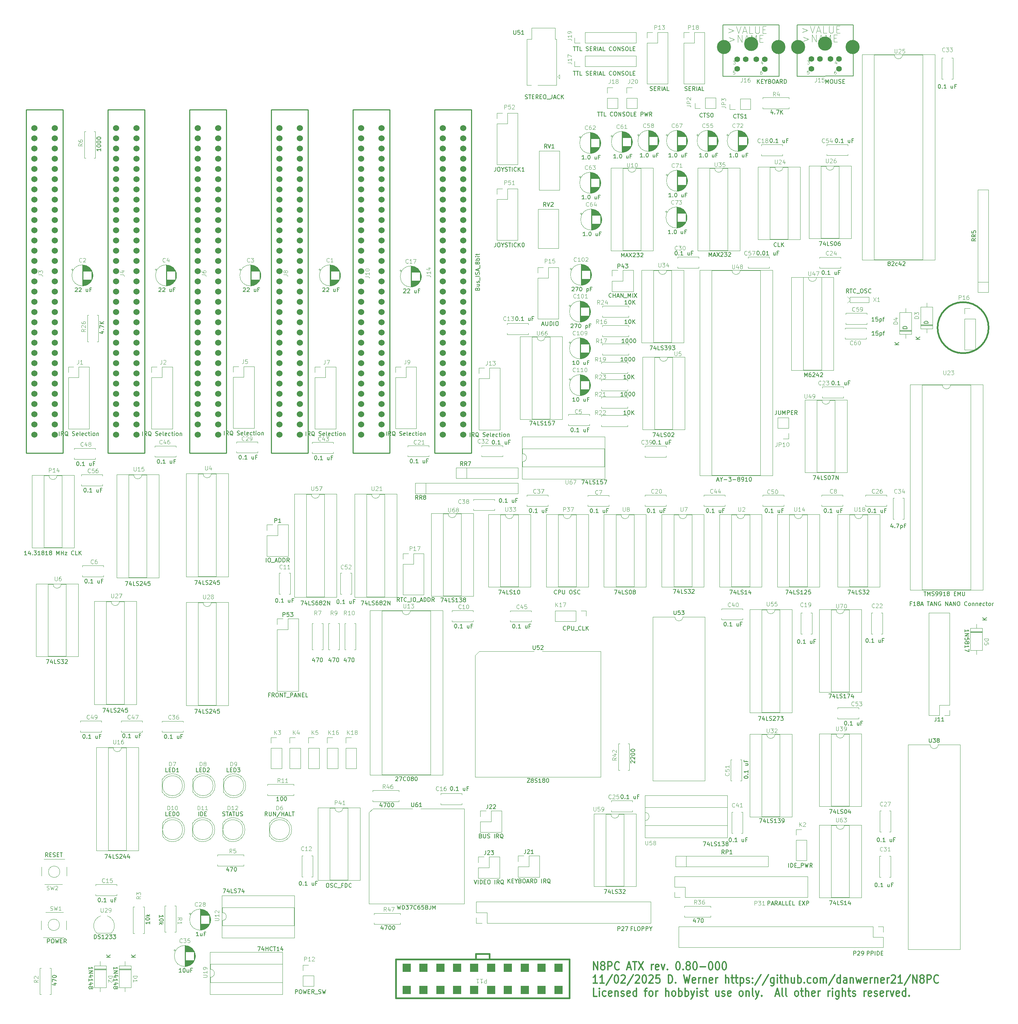
<source format=gto>
%TF.GenerationSoftware,KiCad,Pcbnew,9.0.2*%
%TF.CreationDate,2025-11-03T15:21:29-06:00*%
%TF.ProjectId,N8PC,4e385043-2e6b-4696-9361-645f70636258,6/20/2025 004*%
%TF.SameCoordinates,Original*%
%TF.FileFunction,Legend,Top*%
%TF.FilePolarity,Positive*%
%FSLAX46Y46*%
G04 Gerber Fmt 4.6, Leading zero omitted, Abs format (unit mm)*
G04 Created by KiCad (PCBNEW 9.0.2) date 2025-11-03 15:21:29*
%MOMM*%
%LPD*%
G01*
G04 APERTURE LIST*
%ADD10C,0.381000*%
%ADD11C,0.304800*%
%ADD12C,0.100000*%
%ADD13C,0.150000*%
%ADD14C,0.088900*%
%ADD15C,0.120000*%
%ADD16C,0.127000*%
%ADD17C,0.254000*%
%ADD18R,2.125980X2.125980*%
%ADD19C,1.422400*%
%ADD20C,3.497580*%
%ADD21C,1.524000*%
G04 APERTURE END LIST*
D10*
X310210200Y-131267200D02*
G75*
G02*
X297510200Y-131267200I-6350000J0D01*
G01*
X297510200Y-131267200D02*
G75*
G02*
X310210200Y-131267200I6350000J0D01*
G01*
D11*
X211919659Y-290901185D02*
X211919659Y-288869185D01*
X211919659Y-288869185D02*
X212935659Y-290901185D01*
X212935659Y-290901185D02*
X212935659Y-288869185D01*
X214036326Y-289740043D02*
X213866993Y-289643281D01*
X213866993Y-289643281D02*
X213782326Y-289546519D01*
X213782326Y-289546519D02*
X213697659Y-289352995D01*
X213697659Y-289352995D02*
X213697659Y-289256233D01*
X213697659Y-289256233D02*
X213782326Y-289062709D01*
X213782326Y-289062709D02*
X213866993Y-288965947D01*
X213866993Y-288965947D02*
X214036326Y-288869185D01*
X214036326Y-288869185D02*
X214374993Y-288869185D01*
X214374993Y-288869185D02*
X214544326Y-288965947D01*
X214544326Y-288965947D02*
X214628993Y-289062709D01*
X214628993Y-289062709D02*
X214713659Y-289256233D01*
X214713659Y-289256233D02*
X214713659Y-289352995D01*
X214713659Y-289352995D02*
X214628993Y-289546519D01*
X214628993Y-289546519D02*
X214544326Y-289643281D01*
X214544326Y-289643281D02*
X214374993Y-289740043D01*
X214374993Y-289740043D02*
X214036326Y-289740043D01*
X214036326Y-289740043D02*
X213866993Y-289836804D01*
X213866993Y-289836804D02*
X213782326Y-289933566D01*
X213782326Y-289933566D02*
X213697659Y-290127090D01*
X213697659Y-290127090D02*
X213697659Y-290514138D01*
X213697659Y-290514138D02*
X213782326Y-290707662D01*
X213782326Y-290707662D02*
X213866993Y-290804424D01*
X213866993Y-290804424D02*
X214036326Y-290901185D01*
X214036326Y-290901185D02*
X214374993Y-290901185D01*
X214374993Y-290901185D02*
X214544326Y-290804424D01*
X214544326Y-290804424D02*
X214628993Y-290707662D01*
X214628993Y-290707662D02*
X214713659Y-290514138D01*
X214713659Y-290514138D02*
X214713659Y-290127090D01*
X214713659Y-290127090D02*
X214628993Y-289933566D01*
X214628993Y-289933566D02*
X214544326Y-289836804D01*
X214544326Y-289836804D02*
X214374993Y-289740043D01*
X215475659Y-290901185D02*
X215475659Y-288869185D01*
X215475659Y-288869185D02*
X216152992Y-288869185D01*
X216152992Y-288869185D02*
X216322326Y-288965947D01*
X216322326Y-288965947D02*
X216406992Y-289062709D01*
X216406992Y-289062709D02*
X216491659Y-289256233D01*
X216491659Y-289256233D02*
X216491659Y-289546519D01*
X216491659Y-289546519D02*
X216406992Y-289740043D01*
X216406992Y-289740043D02*
X216322326Y-289836804D01*
X216322326Y-289836804D02*
X216152992Y-289933566D01*
X216152992Y-289933566D02*
X215475659Y-289933566D01*
X218269659Y-290707662D02*
X218184992Y-290804424D01*
X218184992Y-290804424D02*
X217930992Y-290901185D01*
X217930992Y-290901185D02*
X217761659Y-290901185D01*
X217761659Y-290901185D02*
X217507659Y-290804424D01*
X217507659Y-290804424D02*
X217338326Y-290610900D01*
X217338326Y-290610900D02*
X217253659Y-290417376D01*
X217253659Y-290417376D02*
X217168992Y-290030328D01*
X217168992Y-290030328D02*
X217168992Y-289740043D01*
X217168992Y-289740043D02*
X217253659Y-289352995D01*
X217253659Y-289352995D02*
X217338326Y-289159471D01*
X217338326Y-289159471D02*
X217507659Y-288965947D01*
X217507659Y-288965947D02*
X217761659Y-288869185D01*
X217761659Y-288869185D02*
X217930992Y-288869185D01*
X217930992Y-288869185D02*
X218184992Y-288965947D01*
X218184992Y-288965947D02*
X218269659Y-289062709D01*
X220301659Y-290320614D02*
X221148326Y-290320614D01*
X220132326Y-290901185D02*
X220724993Y-288869185D01*
X220724993Y-288869185D02*
X221317659Y-290901185D01*
X221656326Y-288869185D02*
X222672326Y-288869185D01*
X222164326Y-290901185D02*
X222164326Y-288869185D01*
X223095660Y-288869185D02*
X224280993Y-290901185D01*
X224280993Y-288869185D02*
X223095660Y-290901185D01*
X226312993Y-290901185D02*
X226312993Y-289546519D01*
X226312993Y-289933566D02*
X226397660Y-289740043D01*
X226397660Y-289740043D02*
X226482326Y-289643281D01*
X226482326Y-289643281D02*
X226651660Y-289546519D01*
X226651660Y-289546519D02*
X226820993Y-289546519D01*
X228090993Y-290804424D02*
X227921660Y-290901185D01*
X227921660Y-290901185D02*
X227582993Y-290901185D01*
X227582993Y-290901185D02*
X227413660Y-290804424D01*
X227413660Y-290804424D02*
X227328993Y-290610900D01*
X227328993Y-290610900D02*
X227328993Y-289836804D01*
X227328993Y-289836804D02*
X227413660Y-289643281D01*
X227413660Y-289643281D02*
X227582993Y-289546519D01*
X227582993Y-289546519D02*
X227921660Y-289546519D01*
X227921660Y-289546519D02*
X228090993Y-289643281D01*
X228090993Y-289643281D02*
X228175660Y-289836804D01*
X228175660Y-289836804D02*
X228175660Y-290030328D01*
X228175660Y-290030328D02*
X227328993Y-290223852D01*
X228768327Y-289546519D02*
X229191660Y-290901185D01*
X229191660Y-290901185D02*
X229614993Y-289546519D01*
X230292327Y-290707662D02*
X230376994Y-290804424D01*
X230376994Y-290804424D02*
X230292327Y-290901185D01*
X230292327Y-290901185D02*
X230207660Y-290804424D01*
X230207660Y-290804424D02*
X230292327Y-290707662D01*
X230292327Y-290707662D02*
X230292327Y-290901185D01*
X232832328Y-288869185D02*
X233001661Y-288869185D01*
X233001661Y-288869185D02*
X233170994Y-288965947D01*
X233170994Y-288965947D02*
X233255661Y-289062709D01*
X233255661Y-289062709D02*
X233340328Y-289256233D01*
X233340328Y-289256233D02*
X233424994Y-289643281D01*
X233424994Y-289643281D02*
X233424994Y-290127090D01*
X233424994Y-290127090D02*
X233340328Y-290514138D01*
X233340328Y-290514138D02*
X233255661Y-290707662D01*
X233255661Y-290707662D02*
X233170994Y-290804424D01*
X233170994Y-290804424D02*
X233001661Y-290901185D01*
X233001661Y-290901185D02*
X232832328Y-290901185D01*
X232832328Y-290901185D02*
X232662994Y-290804424D01*
X232662994Y-290804424D02*
X232578328Y-290707662D01*
X232578328Y-290707662D02*
X232493661Y-290514138D01*
X232493661Y-290514138D02*
X232408994Y-290127090D01*
X232408994Y-290127090D02*
X232408994Y-289643281D01*
X232408994Y-289643281D02*
X232493661Y-289256233D01*
X232493661Y-289256233D02*
X232578328Y-289062709D01*
X232578328Y-289062709D02*
X232662994Y-288965947D01*
X232662994Y-288965947D02*
X232832328Y-288869185D01*
X234186994Y-290707662D02*
X234271661Y-290804424D01*
X234271661Y-290804424D02*
X234186994Y-290901185D01*
X234186994Y-290901185D02*
X234102327Y-290804424D01*
X234102327Y-290804424D02*
X234186994Y-290707662D01*
X234186994Y-290707662D02*
X234186994Y-290901185D01*
X235287661Y-289740043D02*
X235118328Y-289643281D01*
X235118328Y-289643281D02*
X235033661Y-289546519D01*
X235033661Y-289546519D02*
X234948994Y-289352995D01*
X234948994Y-289352995D02*
X234948994Y-289256233D01*
X234948994Y-289256233D02*
X235033661Y-289062709D01*
X235033661Y-289062709D02*
X235118328Y-288965947D01*
X235118328Y-288965947D02*
X235287661Y-288869185D01*
X235287661Y-288869185D02*
X235626328Y-288869185D01*
X235626328Y-288869185D02*
X235795661Y-288965947D01*
X235795661Y-288965947D02*
X235880328Y-289062709D01*
X235880328Y-289062709D02*
X235964994Y-289256233D01*
X235964994Y-289256233D02*
X235964994Y-289352995D01*
X235964994Y-289352995D02*
X235880328Y-289546519D01*
X235880328Y-289546519D02*
X235795661Y-289643281D01*
X235795661Y-289643281D02*
X235626328Y-289740043D01*
X235626328Y-289740043D02*
X235287661Y-289740043D01*
X235287661Y-289740043D02*
X235118328Y-289836804D01*
X235118328Y-289836804D02*
X235033661Y-289933566D01*
X235033661Y-289933566D02*
X234948994Y-290127090D01*
X234948994Y-290127090D02*
X234948994Y-290514138D01*
X234948994Y-290514138D02*
X235033661Y-290707662D01*
X235033661Y-290707662D02*
X235118328Y-290804424D01*
X235118328Y-290804424D02*
X235287661Y-290901185D01*
X235287661Y-290901185D02*
X235626328Y-290901185D01*
X235626328Y-290901185D02*
X235795661Y-290804424D01*
X235795661Y-290804424D02*
X235880328Y-290707662D01*
X235880328Y-290707662D02*
X235964994Y-290514138D01*
X235964994Y-290514138D02*
X235964994Y-290127090D01*
X235964994Y-290127090D02*
X235880328Y-289933566D01*
X235880328Y-289933566D02*
X235795661Y-289836804D01*
X235795661Y-289836804D02*
X235626328Y-289740043D01*
X237065661Y-288869185D02*
X237234994Y-288869185D01*
X237234994Y-288869185D02*
X237404327Y-288965947D01*
X237404327Y-288965947D02*
X237488994Y-289062709D01*
X237488994Y-289062709D02*
X237573661Y-289256233D01*
X237573661Y-289256233D02*
X237658327Y-289643281D01*
X237658327Y-289643281D02*
X237658327Y-290127090D01*
X237658327Y-290127090D02*
X237573661Y-290514138D01*
X237573661Y-290514138D02*
X237488994Y-290707662D01*
X237488994Y-290707662D02*
X237404327Y-290804424D01*
X237404327Y-290804424D02*
X237234994Y-290901185D01*
X237234994Y-290901185D02*
X237065661Y-290901185D01*
X237065661Y-290901185D02*
X236896327Y-290804424D01*
X236896327Y-290804424D02*
X236811661Y-290707662D01*
X236811661Y-290707662D02*
X236726994Y-290514138D01*
X236726994Y-290514138D02*
X236642327Y-290127090D01*
X236642327Y-290127090D02*
X236642327Y-289643281D01*
X236642327Y-289643281D02*
X236726994Y-289256233D01*
X236726994Y-289256233D02*
X236811661Y-289062709D01*
X236811661Y-289062709D02*
X236896327Y-288965947D01*
X236896327Y-288965947D02*
X237065661Y-288869185D01*
X238420327Y-290127090D02*
X239774994Y-290127090D01*
X240960327Y-288869185D02*
X241129660Y-288869185D01*
X241129660Y-288869185D02*
X241298993Y-288965947D01*
X241298993Y-288965947D02*
X241383660Y-289062709D01*
X241383660Y-289062709D02*
X241468327Y-289256233D01*
X241468327Y-289256233D02*
X241552993Y-289643281D01*
X241552993Y-289643281D02*
X241552993Y-290127090D01*
X241552993Y-290127090D02*
X241468327Y-290514138D01*
X241468327Y-290514138D02*
X241383660Y-290707662D01*
X241383660Y-290707662D02*
X241298993Y-290804424D01*
X241298993Y-290804424D02*
X241129660Y-290901185D01*
X241129660Y-290901185D02*
X240960327Y-290901185D01*
X240960327Y-290901185D02*
X240790993Y-290804424D01*
X240790993Y-290804424D02*
X240706327Y-290707662D01*
X240706327Y-290707662D02*
X240621660Y-290514138D01*
X240621660Y-290514138D02*
X240536993Y-290127090D01*
X240536993Y-290127090D02*
X240536993Y-289643281D01*
X240536993Y-289643281D02*
X240621660Y-289256233D01*
X240621660Y-289256233D02*
X240706327Y-289062709D01*
X240706327Y-289062709D02*
X240790993Y-288965947D01*
X240790993Y-288965947D02*
X240960327Y-288869185D01*
X242653660Y-288869185D02*
X242822993Y-288869185D01*
X242822993Y-288869185D02*
X242992326Y-288965947D01*
X242992326Y-288965947D02*
X243076993Y-289062709D01*
X243076993Y-289062709D02*
X243161660Y-289256233D01*
X243161660Y-289256233D02*
X243246326Y-289643281D01*
X243246326Y-289643281D02*
X243246326Y-290127090D01*
X243246326Y-290127090D02*
X243161660Y-290514138D01*
X243161660Y-290514138D02*
X243076993Y-290707662D01*
X243076993Y-290707662D02*
X242992326Y-290804424D01*
X242992326Y-290804424D02*
X242822993Y-290901185D01*
X242822993Y-290901185D02*
X242653660Y-290901185D01*
X242653660Y-290901185D02*
X242484326Y-290804424D01*
X242484326Y-290804424D02*
X242399660Y-290707662D01*
X242399660Y-290707662D02*
X242314993Y-290514138D01*
X242314993Y-290514138D02*
X242230326Y-290127090D01*
X242230326Y-290127090D02*
X242230326Y-289643281D01*
X242230326Y-289643281D02*
X242314993Y-289256233D01*
X242314993Y-289256233D02*
X242399660Y-289062709D01*
X242399660Y-289062709D02*
X242484326Y-288965947D01*
X242484326Y-288965947D02*
X242653660Y-288869185D01*
X244346993Y-288869185D02*
X244516326Y-288869185D01*
X244516326Y-288869185D02*
X244685659Y-288965947D01*
X244685659Y-288965947D02*
X244770326Y-289062709D01*
X244770326Y-289062709D02*
X244854993Y-289256233D01*
X244854993Y-289256233D02*
X244939659Y-289643281D01*
X244939659Y-289643281D02*
X244939659Y-290127090D01*
X244939659Y-290127090D02*
X244854993Y-290514138D01*
X244854993Y-290514138D02*
X244770326Y-290707662D01*
X244770326Y-290707662D02*
X244685659Y-290804424D01*
X244685659Y-290804424D02*
X244516326Y-290901185D01*
X244516326Y-290901185D02*
X244346993Y-290901185D01*
X244346993Y-290901185D02*
X244177659Y-290804424D01*
X244177659Y-290804424D02*
X244092993Y-290707662D01*
X244092993Y-290707662D02*
X244008326Y-290514138D01*
X244008326Y-290514138D02*
X243923659Y-290127090D01*
X243923659Y-290127090D02*
X243923659Y-289643281D01*
X243923659Y-289643281D02*
X244008326Y-289256233D01*
X244008326Y-289256233D02*
X244092993Y-289062709D01*
X244092993Y-289062709D02*
X244177659Y-288965947D01*
X244177659Y-288965947D02*
X244346993Y-288869185D01*
X212850992Y-294172591D02*
X211834992Y-294172591D01*
X212342992Y-294172591D02*
X212342992Y-292140591D01*
X212342992Y-292140591D02*
X212173659Y-292430877D01*
X212173659Y-292430877D02*
X212004326Y-292624401D01*
X212004326Y-292624401D02*
X211834992Y-292721163D01*
X214544325Y-294172591D02*
X213528325Y-294172591D01*
X214036325Y-294172591D02*
X214036325Y-292140591D01*
X214036325Y-292140591D02*
X213866992Y-292430877D01*
X213866992Y-292430877D02*
X213697659Y-292624401D01*
X213697659Y-292624401D02*
X213528325Y-292721163D01*
X216576325Y-292043830D02*
X215052325Y-294656401D01*
X217507659Y-292140591D02*
X217676992Y-292140591D01*
X217676992Y-292140591D02*
X217846325Y-292237353D01*
X217846325Y-292237353D02*
X217930992Y-292334115D01*
X217930992Y-292334115D02*
X218015659Y-292527639D01*
X218015659Y-292527639D02*
X218100325Y-292914687D01*
X218100325Y-292914687D02*
X218100325Y-293398496D01*
X218100325Y-293398496D02*
X218015659Y-293785544D01*
X218015659Y-293785544D02*
X217930992Y-293979068D01*
X217930992Y-293979068D02*
X217846325Y-294075830D01*
X217846325Y-294075830D02*
X217676992Y-294172591D01*
X217676992Y-294172591D02*
X217507659Y-294172591D01*
X217507659Y-294172591D02*
X217338325Y-294075830D01*
X217338325Y-294075830D02*
X217253659Y-293979068D01*
X217253659Y-293979068D02*
X217168992Y-293785544D01*
X217168992Y-293785544D02*
X217084325Y-293398496D01*
X217084325Y-293398496D02*
X217084325Y-292914687D01*
X217084325Y-292914687D02*
X217168992Y-292527639D01*
X217168992Y-292527639D02*
X217253659Y-292334115D01*
X217253659Y-292334115D02*
X217338325Y-292237353D01*
X217338325Y-292237353D02*
X217507659Y-292140591D01*
X218777658Y-292334115D02*
X218862325Y-292237353D01*
X218862325Y-292237353D02*
X219031658Y-292140591D01*
X219031658Y-292140591D02*
X219454992Y-292140591D01*
X219454992Y-292140591D02*
X219624325Y-292237353D01*
X219624325Y-292237353D02*
X219708992Y-292334115D01*
X219708992Y-292334115D02*
X219793658Y-292527639D01*
X219793658Y-292527639D02*
X219793658Y-292721163D01*
X219793658Y-292721163D02*
X219708992Y-293011449D01*
X219708992Y-293011449D02*
X218692992Y-294172591D01*
X218692992Y-294172591D02*
X219793658Y-294172591D01*
X221825658Y-292043830D02*
X220301658Y-294656401D01*
X222333658Y-292334115D02*
X222418325Y-292237353D01*
X222418325Y-292237353D02*
X222587658Y-292140591D01*
X222587658Y-292140591D02*
X223010992Y-292140591D01*
X223010992Y-292140591D02*
X223180325Y-292237353D01*
X223180325Y-292237353D02*
X223264992Y-292334115D01*
X223264992Y-292334115D02*
X223349658Y-292527639D01*
X223349658Y-292527639D02*
X223349658Y-292721163D01*
X223349658Y-292721163D02*
X223264992Y-293011449D01*
X223264992Y-293011449D02*
X222248992Y-294172591D01*
X222248992Y-294172591D02*
X223349658Y-294172591D01*
X224450325Y-292140591D02*
X224619658Y-292140591D01*
X224619658Y-292140591D02*
X224788991Y-292237353D01*
X224788991Y-292237353D02*
X224873658Y-292334115D01*
X224873658Y-292334115D02*
X224958325Y-292527639D01*
X224958325Y-292527639D02*
X225042991Y-292914687D01*
X225042991Y-292914687D02*
X225042991Y-293398496D01*
X225042991Y-293398496D02*
X224958325Y-293785544D01*
X224958325Y-293785544D02*
X224873658Y-293979068D01*
X224873658Y-293979068D02*
X224788991Y-294075830D01*
X224788991Y-294075830D02*
X224619658Y-294172591D01*
X224619658Y-294172591D02*
X224450325Y-294172591D01*
X224450325Y-294172591D02*
X224280991Y-294075830D01*
X224280991Y-294075830D02*
X224196325Y-293979068D01*
X224196325Y-293979068D02*
X224111658Y-293785544D01*
X224111658Y-293785544D02*
X224026991Y-293398496D01*
X224026991Y-293398496D02*
X224026991Y-292914687D01*
X224026991Y-292914687D02*
X224111658Y-292527639D01*
X224111658Y-292527639D02*
X224196325Y-292334115D01*
X224196325Y-292334115D02*
X224280991Y-292237353D01*
X224280991Y-292237353D02*
X224450325Y-292140591D01*
X225720324Y-292334115D02*
X225804991Y-292237353D01*
X225804991Y-292237353D02*
X225974324Y-292140591D01*
X225974324Y-292140591D02*
X226397658Y-292140591D01*
X226397658Y-292140591D02*
X226566991Y-292237353D01*
X226566991Y-292237353D02*
X226651658Y-292334115D01*
X226651658Y-292334115D02*
X226736324Y-292527639D01*
X226736324Y-292527639D02*
X226736324Y-292721163D01*
X226736324Y-292721163D02*
X226651658Y-293011449D01*
X226651658Y-293011449D02*
X225635658Y-294172591D01*
X225635658Y-294172591D02*
X226736324Y-294172591D01*
X228344991Y-292140591D02*
X227498324Y-292140591D01*
X227498324Y-292140591D02*
X227413657Y-293108210D01*
X227413657Y-293108210D02*
X227498324Y-293011449D01*
X227498324Y-293011449D02*
X227667657Y-292914687D01*
X227667657Y-292914687D02*
X228090991Y-292914687D01*
X228090991Y-292914687D02*
X228260324Y-293011449D01*
X228260324Y-293011449D02*
X228344991Y-293108210D01*
X228344991Y-293108210D02*
X228429657Y-293301734D01*
X228429657Y-293301734D02*
X228429657Y-293785544D01*
X228429657Y-293785544D02*
X228344991Y-293979068D01*
X228344991Y-293979068D02*
X228260324Y-294075830D01*
X228260324Y-294075830D02*
X228090991Y-294172591D01*
X228090991Y-294172591D02*
X227667657Y-294172591D01*
X227667657Y-294172591D02*
X227498324Y-294075830D01*
X227498324Y-294075830D02*
X227413657Y-293979068D01*
X230546324Y-294172591D02*
X230546324Y-292140591D01*
X230546324Y-292140591D02*
X230969657Y-292140591D01*
X230969657Y-292140591D02*
X231223657Y-292237353D01*
X231223657Y-292237353D02*
X231392991Y-292430877D01*
X231392991Y-292430877D02*
X231477657Y-292624401D01*
X231477657Y-292624401D02*
X231562324Y-293011449D01*
X231562324Y-293011449D02*
X231562324Y-293301734D01*
X231562324Y-293301734D02*
X231477657Y-293688782D01*
X231477657Y-293688782D02*
X231392991Y-293882306D01*
X231392991Y-293882306D02*
X231223657Y-294075830D01*
X231223657Y-294075830D02*
X230969657Y-294172591D01*
X230969657Y-294172591D02*
X230546324Y-294172591D01*
X232324324Y-293979068D02*
X232408991Y-294075830D01*
X232408991Y-294075830D02*
X232324324Y-294172591D01*
X232324324Y-294172591D02*
X232239657Y-294075830D01*
X232239657Y-294075830D02*
X232324324Y-293979068D01*
X232324324Y-293979068D02*
X232324324Y-294172591D01*
X234356325Y-292140591D02*
X234779658Y-294172591D01*
X234779658Y-294172591D02*
X235118325Y-292721163D01*
X235118325Y-292721163D02*
X235456991Y-294172591D01*
X235456991Y-294172591D02*
X235880325Y-292140591D01*
X237234991Y-294075830D02*
X237065658Y-294172591D01*
X237065658Y-294172591D02*
X236726991Y-294172591D01*
X236726991Y-294172591D02*
X236557658Y-294075830D01*
X236557658Y-294075830D02*
X236472991Y-293882306D01*
X236472991Y-293882306D02*
X236472991Y-293108210D01*
X236472991Y-293108210D02*
X236557658Y-292914687D01*
X236557658Y-292914687D02*
X236726991Y-292817925D01*
X236726991Y-292817925D02*
X237065658Y-292817925D01*
X237065658Y-292817925D02*
X237234991Y-292914687D01*
X237234991Y-292914687D02*
X237319658Y-293108210D01*
X237319658Y-293108210D02*
X237319658Y-293301734D01*
X237319658Y-293301734D02*
X236472991Y-293495258D01*
X238081658Y-294172591D02*
X238081658Y-292817925D01*
X238081658Y-293204972D02*
X238166325Y-293011449D01*
X238166325Y-293011449D02*
X238250991Y-292914687D01*
X238250991Y-292914687D02*
X238420325Y-292817925D01*
X238420325Y-292817925D02*
X238589658Y-292817925D01*
X239182325Y-292817925D02*
X239182325Y-294172591D01*
X239182325Y-293011449D02*
X239266992Y-292914687D01*
X239266992Y-292914687D02*
X239436325Y-292817925D01*
X239436325Y-292817925D02*
X239690325Y-292817925D01*
X239690325Y-292817925D02*
X239859658Y-292914687D01*
X239859658Y-292914687D02*
X239944325Y-293108210D01*
X239944325Y-293108210D02*
X239944325Y-294172591D01*
X241468325Y-294075830D02*
X241298992Y-294172591D01*
X241298992Y-294172591D02*
X240960325Y-294172591D01*
X240960325Y-294172591D02*
X240790992Y-294075830D01*
X240790992Y-294075830D02*
X240706325Y-293882306D01*
X240706325Y-293882306D02*
X240706325Y-293108210D01*
X240706325Y-293108210D02*
X240790992Y-292914687D01*
X240790992Y-292914687D02*
X240960325Y-292817925D01*
X240960325Y-292817925D02*
X241298992Y-292817925D01*
X241298992Y-292817925D02*
X241468325Y-292914687D01*
X241468325Y-292914687D02*
X241552992Y-293108210D01*
X241552992Y-293108210D02*
X241552992Y-293301734D01*
X241552992Y-293301734D02*
X240706325Y-293495258D01*
X242314992Y-294172591D02*
X242314992Y-292817925D01*
X242314992Y-293204972D02*
X242399659Y-293011449D01*
X242399659Y-293011449D02*
X242484325Y-292914687D01*
X242484325Y-292914687D02*
X242653659Y-292817925D01*
X242653659Y-292817925D02*
X242822992Y-292817925D01*
X244770326Y-294172591D02*
X244770326Y-292140591D01*
X245532326Y-294172591D02*
X245532326Y-293108210D01*
X245532326Y-293108210D02*
X245447659Y-292914687D01*
X245447659Y-292914687D02*
X245278326Y-292817925D01*
X245278326Y-292817925D02*
X245024326Y-292817925D01*
X245024326Y-292817925D02*
X244854993Y-292914687D01*
X244854993Y-292914687D02*
X244770326Y-293011449D01*
X246124993Y-292817925D02*
X246802326Y-292817925D01*
X246378993Y-292140591D02*
X246378993Y-293882306D01*
X246378993Y-293882306D02*
X246463660Y-294075830D01*
X246463660Y-294075830D02*
X246632993Y-294172591D01*
X246632993Y-294172591D02*
X246802326Y-294172591D01*
X247140993Y-292817925D02*
X247818326Y-292817925D01*
X247394993Y-292140591D02*
X247394993Y-293882306D01*
X247394993Y-293882306D02*
X247479660Y-294075830D01*
X247479660Y-294075830D02*
X247648993Y-294172591D01*
X247648993Y-294172591D02*
X247818326Y-294172591D01*
X248410993Y-292817925D02*
X248410993Y-294849925D01*
X248410993Y-292914687D02*
X248580326Y-292817925D01*
X248580326Y-292817925D02*
X248918993Y-292817925D01*
X248918993Y-292817925D02*
X249088326Y-292914687D01*
X249088326Y-292914687D02*
X249172993Y-293011449D01*
X249172993Y-293011449D02*
X249257660Y-293204972D01*
X249257660Y-293204972D02*
X249257660Y-293785544D01*
X249257660Y-293785544D02*
X249172993Y-293979068D01*
X249172993Y-293979068D02*
X249088326Y-294075830D01*
X249088326Y-294075830D02*
X248918993Y-294172591D01*
X248918993Y-294172591D02*
X248580326Y-294172591D01*
X248580326Y-294172591D02*
X248410993Y-294075830D01*
X249934993Y-294075830D02*
X250104327Y-294172591D01*
X250104327Y-294172591D02*
X250442993Y-294172591D01*
X250442993Y-294172591D02*
X250612327Y-294075830D01*
X250612327Y-294075830D02*
X250696993Y-293882306D01*
X250696993Y-293882306D02*
X250696993Y-293785544D01*
X250696993Y-293785544D02*
X250612327Y-293592020D01*
X250612327Y-293592020D02*
X250442993Y-293495258D01*
X250442993Y-293495258D02*
X250188993Y-293495258D01*
X250188993Y-293495258D02*
X250019660Y-293398496D01*
X250019660Y-293398496D02*
X249934993Y-293204972D01*
X249934993Y-293204972D02*
X249934993Y-293108210D01*
X249934993Y-293108210D02*
X250019660Y-292914687D01*
X250019660Y-292914687D02*
X250188993Y-292817925D01*
X250188993Y-292817925D02*
X250442993Y-292817925D01*
X250442993Y-292817925D02*
X250612327Y-292914687D01*
X251458993Y-293979068D02*
X251543660Y-294075830D01*
X251543660Y-294075830D02*
X251458993Y-294172591D01*
X251458993Y-294172591D02*
X251374326Y-294075830D01*
X251374326Y-294075830D02*
X251458993Y-293979068D01*
X251458993Y-293979068D02*
X251458993Y-294172591D01*
X251458993Y-292914687D02*
X251543660Y-293011449D01*
X251543660Y-293011449D02*
X251458993Y-293108210D01*
X251458993Y-293108210D02*
X251374326Y-293011449D01*
X251374326Y-293011449D02*
X251458993Y-292914687D01*
X251458993Y-292914687D02*
X251458993Y-293108210D01*
X253575660Y-292043830D02*
X252051660Y-294656401D01*
X255438327Y-292043830D02*
X253914327Y-294656401D01*
X256792994Y-292817925D02*
X256792994Y-294462877D01*
X256792994Y-294462877D02*
X256708327Y-294656401D01*
X256708327Y-294656401D02*
X256623661Y-294753163D01*
X256623661Y-294753163D02*
X256454327Y-294849925D01*
X256454327Y-294849925D02*
X256200327Y-294849925D01*
X256200327Y-294849925D02*
X256030994Y-294753163D01*
X256792994Y-294075830D02*
X256623661Y-294172591D01*
X256623661Y-294172591D02*
X256284994Y-294172591D01*
X256284994Y-294172591D02*
X256115661Y-294075830D01*
X256115661Y-294075830D02*
X256030994Y-293979068D01*
X256030994Y-293979068D02*
X255946327Y-293785544D01*
X255946327Y-293785544D02*
X255946327Y-293204972D01*
X255946327Y-293204972D02*
X256030994Y-293011449D01*
X256030994Y-293011449D02*
X256115661Y-292914687D01*
X256115661Y-292914687D02*
X256284994Y-292817925D01*
X256284994Y-292817925D02*
X256623661Y-292817925D01*
X256623661Y-292817925D02*
X256792994Y-292914687D01*
X257639661Y-294172591D02*
X257639661Y-292817925D01*
X257639661Y-292140591D02*
X257554994Y-292237353D01*
X257554994Y-292237353D02*
X257639661Y-292334115D01*
X257639661Y-292334115D02*
X257724328Y-292237353D01*
X257724328Y-292237353D02*
X257639661Y-292140591D01*
X257639661Y-292140591D02*
X257639661Y-292334115D01*
X258232328Y-292817925D02*
X258909661Y-292817925D01*
X258486328Y-292140591D02*
X258486328Y-293882306D01*
X258486328Y-293882306D02*
X258570995Y-294075830D01*
X258570995Y-294075830D02*
X258740328Y-294172591D01*
X258740328Y-294172591D02*
X258909661Y-294172591D01*
X259502328Y-294172591D02*
X259502328Y-292140591D01*
X260264328Y-294172591D02*
X260264328Y-293108210D01*
X260264328Y-293108210D02*
X260179661Y-292914687D01*
X260179661Y-292914687D02*
X260010328Y-292817925D01*
X260010328Y-292817925D02*
X259756328Y-292817925D01*
X259756328Y-292817925D02*
X259586995Y-292914687D01*
X259586995Y-292914687D02*
X259502328Y-293011449D01*
X261872995Y-292817925D02*
X261872995Y-294172591D01*
X261110995Y-292817925D02*
X261110995Y-293882306D01*
X261110995Y-293882306D02*
X261195662Y-294075830D01*
X261195662Y-294075830D02*
X261364995Y-294172591D01*
X261364995Y-294172591D02*
X261618995Y-294172591D01*
X261618995Y-294172591D02*
X261788328Y-294075830D01*
X261788328Y-294075830D02*
X261872995Y-293979068D01*
X262719662Y-294172591D02*
X262719662Y-292140591D01*
X262719662Y-292914687D02*
X262888995Y-292817925D01*
X262888995Y-292817925D02*
X263227662Y-292817925D01*
X263227662Y-292817925D02*
X263396995Y-292914687D01*
X263396995Y-292914687D02*
X263481662Y-293011449D01*
X263481662Y-293011449D02*
X263566329Y-293204972D01*
X263566329Y-293204972D02*
X263566329Y-293785544D01*
X263566329Y-293785544D02*
X263481662Y-293979068D01*
X263481662Y-293979068D02*
X263396995Y-294075830D01*
X263396995Y-294075830D02*
X263227662Y-294172591D01*
X263227662Y-294172591D02*
X262888995Y-294172591D01*
X262888995Y-294172591D02*
X262719662Y-294075830D01*
X264328329Y-293979068D02*
X264412996Y-294075830D01*
X264412996Y-294075830D02*
X264328329Y-294172591D01*
X264328329Y-294172591D02*
X264243662Y-294075830D01*
X264243662Y-294075830D02*
X264328329Y-293979068D01*
X264328329Y-293979068D02*
X264328329Y-294172591D01*
X265936996Y-294075830D02*
X265767663Y-294172591D01*
X265767663Y-294172591D02*
X265428996Y-294172591D01*
X265428996Y-294172591D02*
X265259663Y-294075830D01*
X265259663Y-294075830D02*
X265174996Y-293979068D01*
X265174996Y-293979068D02*
X265090329Y-293785544D01*
X265090329Y-293785544D02*
X265090329Y-293204972D01*
X265090329Y-293204972D02*
X265174996Y-293011449D01*
X265174996Y-293011449D02*
X265259663Y-292914687D01*
X265259663Y-292914687D02*
X265428996Y-292817925D01*
X265428996Y-292817925D02*
X265767663Y-292817925D01*
X265767663Y-292817925D02*
X265936996Y-292914687D01*
X266952996Y-294172591D02*
X266783663Y-294075830D01*
X266783663Y-294075830D02*
X266698996Y-293979068D01*
X266698996Y-293979068D02*
X266614329Y-293785544D01*
X266614329Y-293785544D02*
X266614329Y-293204972D01*
X266614329Y-293204972D02*
X266698996Y-293011449D01*
X266698996Y-293011449D02*
X266783663Y-292914687D01*
X266783663Y-292914687D02*
X266952996Y-292817925D01*
X266952996Y-292817925D02*
X267206996Y-292817925D01*
X267206996Y-292817925D02*
X267376329Y-292914687D01*
X267376329Y-292914687D02*
X267460996Y-293011449D01*
X267460996Y-293011449D02*
X267545663Y-293204972D01*
X267545663Y-293204972D02*
X267545663Y-293785544D01*
X267545663Y-293785544D02*
X267460996Y-293979068D01*
X267460996Y-293979068D02*
X267376329Y-294075830D01*
X267376329Y-294075830D02*
X267206996Y-294172591D01*
X267206996Y-294172591D02*
X266952996Y-294172591D01*
X268307663Y-294172591D02*
X268307663Y-292817925D01*
X268307663Y-293011449D02*
X268392330Y-292914687D01*
X268392330Y-292914687D02*
X268561663Y-292817925D01*
X268561663Y-292817925D02*
X268815663Y-292817925D01*
X268815663Y-292817925D02*
X268984996Y-292914687D01*
X268984996Y-292914687D02*
X269069663Y-293108210D01*
X269069663Y-293108210D02*
X269069663Y-294172591D01*
X269069663Y-293108210D02*
X269154330Y-292914687D01*
X269154330Y-292914687D02*
X269323663Y-292817925D01*
X269323663Y-292817925D02*
X269577663Y-292817925D01*
X269577663Y-292817925D02*
X269746996Y-292914687D01*
X269746996Y-292914687D02*
X269831663Y-293108210D01*
X269831663Y-293108210D02*
X269831663Y-294172591D01*
X271948330Y-292043830D02*
X270424330Y-294656401D01*
X273302997Y-294172591D02*
X273302997Y-292140591D01*
X273302997Y-294075830D02*
X273133664Y-294172591D01*
X273133664Y-294172591D02*
X272794997Y-294172591D01*
X272794997Y-294172591D02*
X272625664Y-294075830D01*
X272625664Y-294075830D02*
X272540997Y-293979068D01*
X272540997Y-293979068D02*
X272456330Y-293785544D01*
X272456330Y-293785544D02*
X272456330Y-293204972D01*
X272456330Y-293204972D02*
X272540997Y-293011449D01*
X272540997Y-293011449D02*
X272625664Y-292914687D01*
X272625664Y-292914687D02*
X272794997Y-292817925D01*
X272794997Y-292817925D02*
X273133664Y-292817925D01*
X273133664Y-292817925D02*
X273302997Y-292914687D01*
X274911664Y-294172591D02*
X274911664Y-293108210D01*
X274911664Y-293108210D02*
X274826997Y-292914687D01*
X274826997Y-292914687D02*
X274657664Y-292817925D01*
X274657664Y-292817925D02*
X274318997Y-292817925D01*
X274318997Y-292817925D02*
X274149664Y-292914687D01*
X274911664Y-294075830D02*
X274742331Y-294172591D01*
X274742331Y-294172591D02*
X274318997Y-294172591D01*
X274318997Y-294172591D02*
X274149664Y-294075830D01*
X274149664Y-294075830D02*
X274064997Y-293882306D01*
X274064997Y-293882306D02*
X274064997Y-293688782D01*
X274064997Y-293688782D02*
X274149664Y-293495258D01*
X274149664Y-293495258D02*
X274318997Y-293398496D01*
X274318997Y-293398496D02*
X274742331Y-293398496D01*
X274742331Y-293398496D02*
X274911664Y-293301734D01*
X275758331Y-292817925D02*
X275758331Y-294172591D01*
X275758331Y-293011449D02*
X275842998Y-292914687D01*
X275842998Y-292914687D02*
X276012331Y-292817925D01*
X276012331Y-292817925D02*
X276266331Y-292817925D01*
X276266331Y-292817925D02*
X276435664Y-292914687D01*
X276435664Y-292914687D02*
X276520331Y-293108210D01*
X276520331Y-293108210D02*
X276520331Y-294172591D01*
X277197665Y-292817925D02*
X277536331Y-294172591D01*
X277536331Y-294172591D02*
X277874998Y-293204972D01*
X277874998Y-293204972D02*
X278213665Y-294172591D01*
X278213665Y-294172591D02*
X278552331Y-292817925D01*
X279906998Y-294075830D02*
X279737665Y-294172591D01*
X279737665Y-294172591D02*
X279398998Y-294172591D01*
X279398998Y-294172591D02*
X279229665Y-294075830D01*
X279229665Y-294075830D02*
X279144998Y-293882306D01*
X279144998Y-293882306D02*
X279144998Y-293108210D01*
X279144998Y-293108210D02*
X279229665Y-292914687D01*
X279229665Y-292914687D02*
X279398998Y-292817925D01*
X279398998Y-292817925D02*
X279737665Y-292817925D01*
X279737665Y-292817925D02*
X279906998Y-292914687D01*
X279906998Y-292914687D02*
X279991665Y-293108210D01*
X279991665Y-293108210D02*
X279991665Y-293301734D01*
X279991665Y-293301734D02*
X279144998Y-293495258D01*
X280753665Y-294172591D02*
X280753665Y-292817925D01*
X280753665Y-293204972D02*
X280838332Y-293011449D01*
X280838332Y-293011449D02*
X280922998Y-292914687D01*
X280922998Y-292914687D02*
X281092332Y-292817925D01*
X281092332Y-292817925D02*
X281261665Y-292817925D01*
X281854332Y-292817925D02*
X281854332Y-294172591D01*
X281854332Y-293011449D02*
X281938999Y-292914687D01*
X281938999Y-292914687D02*
X282108332Y-292817925D01*
X282108332Y-292817925D02*
X282362332Y-292817925D01*
X282362332Y-292817925D02*
X282531665Y-292914687D01*
X282531665Y-292914687D02*
X282616332Y-293108210D01*
X282616332Y-293108210D02*
X282616332Y-294172591D01*
X284140332Y-294075830D02*
X283970999Y-294172591D01*
X283970999Y-294172591D02*
X283632332Y-294172591D01*
X283632332Y-294172591D02*
X283462999Y-294075830D01*
X283462999Y-294075830D02*
X283378332Y-293882306D01*
X283378332Y-293882306D02*
X283378332Y-293108210D01*
X283378332Y-293108210D02*
X283462999Y-292914687D01*
X283462999Y-292914687D02*
X283632332Y-292817925D01*
X283632332Y-292817925D02*
X283970999Y-292817925D01*
X283970999Y-292817925D02*
X284140332Y-292914687D01*
X284140332Y-292914687D02*
X284224999Y-293108210D01*
X284224999Y-293108210D02*
X284224999Y-293301734D01*
X284224999Y-293301734D02*
X283378332Y-293495258D01*
X284986999Y-294172591D02*
X284986999Y-292817925D01*
X284986999Y-293204972D02*
X285071666Y-293011449D01*
X285071666Y-293011449D02*
X285156332Y-292914687D01*
X285156332Y-292914687D02*
X285325666Y-292817925D01*
X285325666Y-292817925D02*
X285494999Y-292817925D01*
X286002999Y-292334115D02*
X286087666Y-292237353D01*
X286087666Y-292237353D02*
X286256999Y-292140591D01*
X286256999Y-292140591D02*
X286680333Y-292140591D01*
X286680333Y-292140591D02*
X286849666Y-292237353D01*
X286849666Y-292237353D02*
X286934333Y-292334115D01*
X286934333Y-292334115D02*
X287018999Y-292527639D01*
X287018999Y-292527639D02*
X287018999Y-292721163D01*
X287018999Y-292721163D02*
X286934333Y-293011449D01*
X286934333Y-293011449D02*
X285918333Y-294172591D01*
X285918333Y-294172591D02*
X287018999Y-294172591D01*
X288712332Y-294172591D02*
X287696332Y-294172591D01*
X288204332Y-294172591D02*
X288204332Y-292140591D01*
X288204332Y-292140591D02*
X288034999Y-292430877D01*
X288034999Y-292430877D02*
X287865666Y-292624401D01*
X287865666Y-292624401D02*
X287696332Y-292721163D01*
X290744332Y-292043830D02*
X289220332Y-294656401D01*
X291336999Y-294172591D02*
X291336999Y-292140591D01*
X291336999Y-292140591D02*
X292352999Y-294172591D01*
X292352999Y-294172591D02*
X292352999Y-292140591D01*
X293453666Y-293011449D02*
X293284333Y-292914687D01*
X293284333Y-292914687D02*
X293199666Y-292817925D01*
X293199666Y-292817925D02*
X293114999Y-292624401D01*
X293114999Y-292624401D02*
X293114999Y-292527639D01*
X293114999Y-292527639D02*
X293199666Y-292334115D01*
X293199666Y-292334115D02*
X293284333Y-292237353D01*
X293284333Y-292237353D02*
X293453666Y-292140591D01*
X293453666Y-292140591D02*
X293792333Y-292140591D01*
X293792333Y-292140591D02*
X293961666Y-292237353D01*
X293961666Y-292237353D02*
X294046333Y-292334115D01*
X294046333Y-292334115D02*
X294130999Y-292527639D01*
X294130999Y-292527639D02*
X294130999Y-292624401D01*
X294130999Y-292624401D02*
X294046333Y-292817925D01*
X294046333Y-292817925D02*
X293961666Y-292914687D01*
X293961666Y-292914687D02*
X293792333Y-293011449D01*
X293792333Y-293011449D02*
X293453666Y-293011449D01*
X293453666Y-293011449D02*
X293284333Y-293108210D01*
X293284333Y-293108210D02*
X293199666Y-293204972D01*
X293199666Y-293204972D02*
X293114999Y-293398496D01*
X293114999Y-293398496D02*
X293114999Y-293785544D01*
X293114999Y-293785544D02*
X293199666Y-293979068D01*
X293199666Y-293979068D02*
X293284333Y-294075830D01*
X293284333Y-294075830D02*
X293453666Y-294172591D01*
X293453666Y-294172591D02*
X293792333Y-294172591D01*
X293792333Y-294172591D02*
X293961666Y-294075830D01*
X293961666Y-294075830D02*
X294046333Y-293979068D01*
X294046333Y-293979068D02*
X294130999Y-293785544D01*
X294130999Y-293785544D02*
X294130999Y-293398496D01*
X294130999Y-293398496D02*
X294046333Y-293204972D01*
X294046333Y-293204972D02*
X293961666Y-293108210D01*
X293961666Y-293108210D02*
X293792333Y-293011449D01*
X294892999Y-294172591D02*
X294892999Y-292140591D01*
X294892999Y-292140591D02*
X295570332Y-292140591D01*
X295570332Y-292140591D02*
X295739666Y-292237353D01*
X295739666Y-292237353D02*
X295824332Y-292334115D01*
X295824332Y-292334115D02*
X295908999Y-292527639D01*
X295908999Y-292527639D02*
X295908999Y-292817925D01*
X295908999Y-292817925D02*
X295824332Y-293011449D01*
X295824332Y-293011449D02*
X295739666Y-293108210D01*
X295739666Y-293108210D02*
X295570332Y-293204972D01*
X295570332Y-293204972D02*
X294892999Y-293204972D01*
X297686999Y-293979068D02*
X297602332Y-294075830D01*
X297602332Y-294075830D02*
X297348332Y-294172591D01*
X297348332Y-294172591D02*
X297178999Y-294172591D01*
X297178999Y-294172591D02*
X296924999Y-294075830D01*
X296924999Y-294075830D02*
X296755666Y-293882306D01*
X296755666Y-293882306D02*
X296670999Y-293688782D01*
X296670999Y-293688782D02*
X296586332Y-293301734D01*
X296586332Y-293301734D02*
X296586332Y-293011449D01*
X296586332Y-293011449D02*
X296670999Y-292624401D01*
X296670999Y-292624401D02*
X296755666Y-292430877D01*
X296755666Y-292430877D02*
X296924999Y-292237353D01*
X296924999Y-292237353D02*
X297178999Y-292140591D01*
X297178999Y-292140591D02*
X297348332Y-292140591D01*
X297348332Y-292140591D02*
X297602332Y-292237353D01*
X297602332Y-292237353D02*
X297686999Y-292334115D01*
X212766326Y-297443997D02*
X211919659Y-297443997D01*
X211919659Y-297443997D02*
X211919659Y-295411997D01*
X213358992Y-297443997D02*
X213358992Y-296089331D01*
X213358992Y-295411997D02*
X213274325Y-295508759D01*
X213274325Y-295508759D02*
X213358992Y-295605521D01*
X213358992Y-295605521D02*
X213443659Y-295508759D01*
X213443659Y-295508759D02*
X213358992Y-295411997D01*
X213358992Y-295411997D02*
X213358992Y-295605521D01*
X214967659Y-297347236D02*
X214798326Y-297443997D01*
X214798326Y-297443997D02*
X214459659Y-297443997D01*
X214459659Y-297443997D02*
X214290326Y-297347236D01*
X214290326Y-297347236D02*
X214205659Y-297250474D01*
X214205659Y-297250474D02*
X214120992Y-297056950D01*
X214120992Y-297056950D02*
X214120992Y-296476378D01*
X214120992Y-296476378D02*
X214205659Y-296282855D01*
X214205659Y-296282855D02*
X214290326Y-296186093D01*
X214290326Y-296186093D02*
X214459659Y-296089331D01*
X214459659Y-296089331D02*
X214798326Y-296089331D01*
X214798326Y-296089331D02*
X214967659Y-296186093D01*
X216406992Y-297347236D02*
X216237659Y-297443997D01*
X216237659Y-297443997D02*
X215898992Y-297443997D01*
X215898992Y-297443997D02*
X215729659Y-297347236D01*
X215729659Y-297347236D02*
X215644992Y-297153712D01*
X215644992Y-297153712D02*
X215644992Y-296379616D01*
X215644992Y-296379616D02*
X215729659Y-296186093D01*
X215729659Y-296186093D02*
X215898992Y-296089331D01*
X215898992Y-296089331D02*
X216237659Y-296089331D01*
X216237659Y-296089331D02*
X216406992Y-296186093D01*
X216406992Y-296186093D02*
X216491659Y-296379616D01*
X216491659Y-296379616D02*
X216491659Y-296573140D01*
X216491659Y-296573140D02*
X215644992Y-296766664D01*
X217253659Y-296089331D02*
X217253659Y-297443997D01*
X217253659Y-296282855D02*
X217338326Y-296186093D01*
X217338326Y-296186093D02*
X217507659Y-296089331D01*
X217507659Y-296089331D02*
X217761659Y-296089331D01*
X217761659Y-296089331D02*
X217930992Y-296186093D01*
X217930992Y-296186093D02*
X218015659Y-296379616D01*
X218015659Y-296379616D02*
X218015659Y-297443997D01*
X218777659Y-297347236D02*
X218946993Y-297443997D01*
X218946993Y-297443997D02*
X219285659Y-297443997D01*
X219285659Y-297443997D02*
X219454993Y-297347236D01*
X219454993Y-297347236D02*
X219539659Y-297153712D01*
X219539659Y-297153712D02*
X219539659Y-297056950D01*
X219539659Y-297056950D02*
X219454993Y-296863426D01*
X219454993Y-296863426D02*
X219285659Y-296766664D01*
X219285659Y-296766664D02*
X219031659Y-296766664D01*
X219031659Y-296766664D02*
X218862326Y-296669902D01*
X218862326Y-296669902D02*
X218777659Y-296476378D01*
X218777659Y-296476378D02*
X218777659Y-296379616D01*
X218777659Y-296379616D02*
X218862326Y-296186093D01*
X218862326Y-296186093D02*
X219031659Y-296089331D01*
X219031659Y-296089331D02*
X219285659Y-296089331D01*
X219285659Y-296089331D02*
X219454993Y-296186093D01*
X220978992Y-297347236D02*
X220809659Y-297443997D01*
X220809659Y-297443997D02*
X220470992Y-297443997D01*
X220470992Y-297443997D02*
X220301659Y-297347236D01*
X220301659Y-297347236D02*
X220216992Y-297153712D01*
X220216992Y-297153712D02*
X220216992Y-296379616D01*
X220216992Y-296379616D02*
X220301659Y-296186093D01*
X220301659Y-296186093D02*
X220470992Y-296089331D01*
X220470992Y-296089331D02*
X220809659Y-296089331D01*
X220809659Y-296089331D02*
X220978992Y-296186093D01*
X220978992Y-296186093D02*
X221063659Y-296379616D01*
X221063659Y-296379616D02*
X221063659Y-296573140D01*
X221063659Y-296573140D02*
X220216992Y-296766664D01*
X222587659Y-297443997D02*
X222587659Y-295411997D01*
X222587659Y-297347236D02*
X222418326Y-297443997D01*
X222418326Y-297443997D02*
X222079659Y-297443997D01*
X222079659Y-297443997D02*
X221910326Y-297347236D01*
X221910326Y-297347236D02*
X221825659Y-297250474D01*
X221825659Y-297250474D02*
X221740992Y-297056950D01*
X221740992Y-297056950D02*
X221740992Y-296476378D01*
X221740992Y-296476378D02*
X221825659Y-296282855D01*
X221825659Y-296282855D02*
X221910326Y-296186093D01*
X221910326Y-296186093D02*
X222079659Y-296089331D01*
X222079659Y-296089331D02*
X222418326Y-296089331D01*
X222418326Y-296089331D02*
X222587659Y-296186093D01*
X224534993Y-296089331D02*
X225212326Y-296089331D01*
X224788993Y-297443997D02*
X224788993Y-295702283D01*
X224788993Y-295702283D02*
X224873660Y-295508759D01*
X224873660Y-295508759D02*
X225042993Y-295411997D01*
X225042993Y-295411997D02*
X225212326Y-295411997D01*
X226058993Y-297443997D02*
X225889660Y-297347236D01*
X225889660Y-297347236D02*
X225804993Y-297250474D01*
X225804993Y-297250474D02*
X225720326Y-297056950D01*
X225720326Y-297056950D02*
X225720326Y-296476378D01*
X225720326Y-296476378D02*
X225804993Y-296282855D01*
X225804993Y-296282855D02*
X225889660Y-296186093D01*
X225889660Y-296186093D02*
X226058993Y-296089331D01*
X226058993Y-296089331D02*
X226312993Y-296089331D01*
X226312993Y-296089331D02*
X226482326Y-296186093D01*
X226482326Y-296186093D02*
X226566993Y-296282855D01*
X226566993Y-296282855D02*
X226651660Y-296476378D01*
X226651660Y-296476378D02*
X226651660Y-297056950D01*
X226651660Y-297056950D02*
X226566993Y-297250474D01*
X226566993Y-297250474D02*
X226482326Y-297347236D01*
X226482326Y-297347236D02*
X226312993Y-297443997D01*
X226312993Y-297443997D02*
X226058993Y-297443997D01*
X227413660Y-297443997D02*
X227413660Y-296089331D01*
X227413660Y-296476378D02*
X227498327Y-296282855D01*
X227498327Y-296282855D02*
X227582993Y-296186093D01*
X227582993Y-296186093D02*
X227752327Y-296089331D01*
X227752327Y-296089331D02*
X227921660Y-296089331D01*
X229868994Y-297443997D02*
X229868994Y-295411997D01*
X230630994Y-297443997D02*
X230630994Y-296379616D01*
X230630994Y-296379616D02*
X230546327Y-296186093D01*
X230546327Y-296186093D02*
X230376994Y-296089331D01*
X230376994Y-296089331D02*
X230122994Y-296089331D01*
X230122994Y-296089331D02*
X229953661Y-296186093D01*
X229953661Y-296186093D02*
X229868994Y-296282855D01*
X231731661Y-297443997D02*
X231562328Y-297347236D01*
X231562328Y-297347236D02*
X231477661Y-297250474D01*
X231477661Y-297250474D02*
X231392994Y-297056950D01*
X231392994Y-297056950D02*
X231392994Y-296476378D01*
X231392994Y-296476378D02*
X231477661Y-296282855D01*
X231477661Y-296282855D02*
X231562328Y-296186093D01*
X231562328Y-296186093D02*
X231731661Y-296089331D01*
X231731661Y-296089331D02*
X231985661Y-296089331D01*
X231985661Y-296089331D02*
X232154994Y-296186093D01*
X232154994Y-296186093D02*
X232239661Y-296282855D01*
X232239661Y-296282855D02*
X232324328Y-296476378D01*
X232324328Y-296476378D02*
X232324328Y-297056950D01*
X232324328Y-297056950D02*
X232239661Y-297250474D01*
X232239661Y-297250474D02*
X232154994Y-297347236D01*
X232154994Y-297347236D02*
X231985661Y-297443997D01*
X231985661Y-297443997D02*
X231731661Y-297443997D01*
X233086328Y-297443997D02*
X233086328Y-295411997D01*
X233086328Y-296186093D02*
X233255661Y-296089331D01*
X233255661Y-296089331D02*
X233594328Y-296089331D01*
X233594328Y-296089331D02*
X233763661Y-296186093D01*
X233763661Y-296186093D02*
X233848328Y-296282855D01*
X233848328Y-296282855D02*
X233932995Y-296476378D01*
X233932995Y-296476378D02*
X233932995Y-297056950D01*
X233932995Y-297056950D02*
X233848328Y-297250474D01*
X233848328Y-297250474D02*
X233763661Y-297347236D01*
X233763661Y-297347236D02*
X233594328Y-297443997D01*
X233594328Y-297443997D02*
X233255661Y-297443997D01*
X233255661Y-297443997D02*
X233086328Y-297347236D01*
X234694995Y-297443997D02*
X234694995Y-295411997D01*
X234694995Y-296186093D02*
X234864328Y-296089331D01*
X234864328Y-296089331D02*
X235202995Y-296089331D01*
X235202995Y-296089331D02*
X235372328Y-296186093D01*
X235372328Y-296186093D02*
X235456995Y-296282855D01*
X235456995Y-296282855D02*
X235541662Y-296476378D01*
X235541662Y-296476378D02*
X235541662Y-297056950D01*
X235541662Y-297056950D02*
X235456995Y-297250474D01*
X235456995Y-297250474D02*
X235372328Y-297347236D01*
X235372328Y-297347236D02*
X235202995Y-297443997D01*
X235202995Y-297443997D02*
X234864328Y-297443997D01*
X234864328Y-297443997D02*
X234694995Y-297347236D01*
X236134329Y-296089331D02*
X236557662Y-297443997D01*
X236980995Y-296089331D02*
X236557662Y-297443997D01*
X236557662Y-297443997D02*
X236388329Y-297927807D01*
X236388329Y-297927807D02*
X236303662Y-298024569D01*
X236303662Y-298024569D02*
X236134329Y-298121331D01*
X237658329Y-297443997D02*
X237658329Y-296089331D01*
X237658329Y-295411997D02*
X237573662Y-295508759D01*
X237573662Y-295508759D02*
X237658329Y-295605521D01*
X237658329Y-295605521D02*
X237742996Y-295508759D01*
X237742996Y-295508759D02*
X237658329Y-295411997D01*
X237658329Y-295411997D02*
X237658329Y-295605521D01*
X238420329Y-297347236D02*
X238589663Y-297443997D01*
X238589663Y-297443997D02*
X238928329Y-297443997D01*
X238928329Y-297443997D02*
X239097663Y-297347236D01*
X239097663Y-297347236D02*
X239182329Y-297153712D01*
X239182329Y-297153712D02*
X239182329Y-297056950D01*
X239182329Y-297056950D02*
X239097663Y-296863426D01*
X239097663Y-296863426D02*
X238928329Y-296766664D01*
X238928329Y-296766664D02*
X238674329Y-296766664D01*
X238674329Y-296766664D02*
X238504996Y-296669902D01*
X238504996Y-296669902D02*
X238420329Y-296476378D01*
X238420329Y-296476378D02*
X238420329Y-296379616D01*
X238420329Y-296379616D02*
X238504996Y-296186093D01*
X238504996Y-296186093D02*
X238674329Y-296089331D01*
X238674329Y-296089331D02*
X238928329Y-296089331D01*
X238928329Y-296089331D02*
X239097663Y-296186093D01*
X239690329Y-296089331D02*
X240367662Y-296089331D01*
X239944329Y-295411997D02*
X239944329Y-297153712D01*
X239944329Y-297153712D02*
X240028996Y-297347236D01*
X240028996Y-297347236D02*
X240198329Y-297443997D01*
X240198329Y-297443997D02*
X240367662Y-297443997D01*
X243076996Y-296089331D02*
X243076996Y-297443997D01*
X242314996Y-296089331D02*
X242314996Y-297153712D01*
X242314996Y-297153712D02*
X242399663Y-297347236D01*
X242399663Y-297347236D02*
X242568996Y-297443997D01*
X242568996Y-297443997D02*
X242822996Y-297443997D01*
X242822996Y-297443997D02*
X242992329Y-297347236D01*
X242992329Y-297347236D02*
X243076996Y-297250474D01*
X243838996Y-297347236D02*
X244008330Y-297443997D01*
X244008330Y-297443997D02*
X244346996Y-297443997D01*
X244346996Y-297443997D02*
X244516330Y-297347236D01*
X244516330Y-297347236D02*
X244600996Y-297153712D01*
X244600996Y-297153712D02*
X244600996Y-297056950D01*
X244600996Y-297056950D02*
X244516330Y-296863426D01*
X244516330Y-296863426D02*
X244346996Y-296766664D01*
X244346996Y-296766664D02*
X244092996Y-296766664D01*
X244092996Y-296766664D02*
X243923663Y-296669902D01*
X243923663Y-296669902D02*
X243838996Y-296476378D01*
X243838996Y-296476378D02*
X243838996Y-296379616D01*
X243838996Y-296379616D02*
X243923663Y-296186093D01*
X243923663Y-296186093D02*
X244092996Y-296089331D01*
X244092996Y-296089331D02*
X244346996Y-296089331D01*
X244346996Y-296089331D02*
X244516330Y-296186093D01*
X246040329Y-297347236D02*
X245870996Y-297443997D01*
X245870996Y-297443997D02*
X245532329Y-297443997D01*
X245532329Y-297443997D02*
X245362996Y-297347236D01*
X245362996Y-297347236D02*
X245278329Y-297153712D01*
X245278329Y-297153712D02*
X245278329Y-296379616D01*
X245278329Y-296379616D02*
X245362996Y-296186093D01*
X245362996Y-296186093D02*
X245532329Y-296089331D01*
X245532329Y-296089331D02*
X245870996Y-296089331D01*
X245870996Y-296089331D02*
X246040329Y-296186093D01*
X246040329Y-296186093D02*
X246124996Y-296379616D01*
X246124996Y-296379616D02*
X246124996Y-296573140D01*
X246124996Y-296573140D02*
X245278329Y-296766664D01*
X248495663Y-297443997D02*
X248326330Y-297347236D01*
X248326330Y-297347236D02*
X248241663Y-297250474D01*
X248241663Y-297250474D02*
X248156996Y-297056950D01*
X248156996Y-297056950D02*
X248156996Y-296476378D01*
X248156996Y-296476378D02*
X248241663Y-296282855D01*
X248241663Y-296282855D02*
X248326330Y-296186093D01*
X248326330Y-296186093D02*
X248495663Y-296089331D01*
X248495663Y-296089331D02*
X248749663Y-296089331D01*
X248749663Y-296089331D02*
X248918996Y-296186093D01*
X248918996Y-296186093D02*
X249003663Y-296282855D01*
X249003663Y-296282855D02*
X249088330Y-296476378D01*
X249088330Y-296476378D02*
X249088330Y-297056950D01*
X249088330Y-297056950D02*
X249003663Y-297250474D01*
X249003663Y-297250474D02*
X248918996Y-297347236D01*
X248918996Y-297347236D02*
X248749663Y-297443997D01*
X248749663Y-297443997D02*
X248495663Y-297443997D01*
X249850330Y-296089331D02*
X249850330Y-297443997D01*
X249850330Y-296282855D02*
X249934997Y-296186093D01*
X249934997Y-296186093D02*
X250104330Y-296089331D01*
X250104330Y-296089331D02*
X250358330Y-296089331D01*
X250358330Y-296089331D02*
X250527663Y-296186093D01*
X250527663Y-296186093D02*
X250612330Y-296379616D01*
X250612330Y-296379616D02*
X250612330Y-297443997D01*
X251712997Y-297443997D02*
X251543664Y-297347236D01*
X251543664Y-297347236D02*
X251458997Y-297153712D01*
X251458997Y-297153712D02*
X251458997Y-295411997D01*
X252220997Y-296089331D02*
X252644330Y-297443997D01*
X253067663Y-296089331D02*
X252644330Y-297443997D01*
X252644330Y-297443997D02*
X252474997Y-297927807D01*
X252474997Y-297927807D02*
X252390330Y-298024569D01*
X252390330Y-298024569D02*
X252220997Y-298121331D01*
X253744997Y-297250474D02*
X253829664Y-297347236D01*
X253829664Y-297347236D02*
X253744997Y-297443997D01*
X253744997Y-297443997D02*
X253660330Y-297347236D01*
X253660330Y-297347236D02*
X253744997Y-297250474D01*
X253744997Y-297250474D02*
X253744997Y-297443997D01*
X257216331Y-296863426D02*
X258062998Y-296863426D01*
X257046998Y-297443997D02*
X257639665Y-295411997D01*
X257639665Y-295411997D02*
X258232331Y-297443997D01*
X259078998Y-297443997D02*
X258909665Y-297347236D01*
X258909665Y-297347236D02*
X258824998Y-297153712D01*
X258824998Y-297153712D02*
X258824998Y-295411997D01*
X260010331Y-297443997D02*
X259840998Y-297347236D01*
X259840998Y-297347236D02*
X259756331Y-297153712D01*
X259756331Y-297153712D02*
X259756331Y-295411997D01*
X262296331Y-297443997D02*
X262126998Y-297347236D01*
X262126998Y-297347236D02*
X262042331Y-297250474D01*
X262042331Y-297250474D02*
X261957664Y-297056950D01*
X261957664Y-297056950D02*
X261957664Y-296476378D01*
X261957664Y-296476378D02*
X262042331Y-296282855D01*
X262042331Y-296282855D02*
X262126998Y-296186093D01*
X262126998Y-296186093D02*
X262296331Y-296089331D01*
X262296331Y-296089331D02*
X262550331Y-296089331D01*
X262550331Y-296089331D02*
X262719664Y-296186093D01*
X262719664Y-296186093D02*
X262804331Y-296282855D01*
X262804331Y-296282855D02*
X262888998Y-296476378D01*
X262888998Y-296476378D02*
X262888998Y-297056950D01*
X262888998Y-297056950D02*
X262804331Y-297250474D01*
X262804331Y-297250474D02*
X262719664Y-297347236D01*
X262719664Y-297347236D02*
X262550331Y-297443997D01*
X262550331Y-297443997D02*
X262296331Y-297443997D01*
X263396998Y-296089331D02*
X264074331Y-296089331D01*
X263650998Y-295411997D02*
X263650998Y-297153712D01*
X263650998Y-297153712D02*
X263735665Y-297347236D01*
X263735665Y-297347236D02*
X263904998Y-297443997D01*
X263904998Y-297443997D02*
X264074331Y-297443997D01*
X264666998Y-297443997D02*
X264666998Y-295411997D01*
X265428998Y-297443997D02*
X265428998Y-296379616D01*
X265428998Y-296379616D02*
X265344331Y-296186093D01*
X265344331Y-296186093D02*
X265174998Y-296089331D01*
X265174998Y-296089331D02*
X264920998Y-296089331D01*
X264920998Y-296089331D02*
X264751665Y-296186093D01*
X264751665Y-296186093D02*
X264666998Y-296282855D01*
X266952998Y-297347236D02*
X266783665Y-297443997D01*
X266783665Y-297443997D02*
X266444998Y-297443997D01*
X266444998Y-297443997D02*
X266275665Y-297347236D01*
X266275665Y-297347236D02*
X266190998Y-297153712D01*
X266190998Y-297153712D02*
X266190998Y-296379616D01*
X266190998Y-296379616D02*
X266275665Y-296186093D01*
X266275665Y-296186093D02*
X266444998Y-296089331D01*
X266444998Y-296089331D02*
X266783665Y-296089331D01*
X266783665Y-296089331D02*
X266952998Y-296186093D01*
X266952998Y-296186093D02*
X267037665Y-296379616D01*
X267037665Y-296379616D02*
X267037665Y-296573140D01*
X267037665Y-296573140D02*
X266190998Y-296766664D01*
X267799665Y-297443997D02*
X267799665Y-296089331D01*
X267799665Y-296476378D02*
X267884332Y-296282855D01*
X267884332Y-296282855D02*
X267968998Y-296186093D01*
X267968998Y-296186093D02*
X268138332Y-296089331D01*
X268138332Y-296089331D02*
X268307665Y-296089331D01*
X270254999Y-297443997D02*
X270254999Y-296089331D01*
X270254999Y-296476378D02*
X270339666Y-296282855D01*
X270339666Y-296282855D02*
X270424332Y-296186093D01*
X270424332Y-296186093D02*
X270593666Y-296089331D01*
X270593666Y-296089331D02*
X270762999Y-296089331D01*
X271355666Y-297443997D02*
X271355666Y-296089331D01*
X271355666Y-295411997D02*
X271270999Y-295508759D01*
X271270999Y-295508759D02*
X271355666Y-295605521D01*
X271355666Y-295605521D02*
X271440333Y-295508759D01*
X271440333Y-295508759D02*
X271355666Y-295411997D01*
X271355666Y-295411997D02*
X271355666Y-295605521D01*
X272964333Y-296089331D02*
X272964333Y-297734283D01*
X272964333Y-297734283D02*
X272879666Y-297927807D01*
X272879666Y-297927807D02*
X272795000Y-298024569D01*
X272795000Y-298024569D02*
X272625666Y-298121331D01*
X272625666Y-298121331D02*
X272371666Y-298121331D01*
X272371666Y-298121331D02*
X272202333Y-298024569D01*
X272964333Y-297347236D02*
X272795000Y-297443997D01*
X272795000Y-297443997D02*
X272456333Y-297443997D01*
X272456333Y-297443997D02*
X272287000Y-297347236D01*
X272287000Y-297347236D02*
X272202333Y-297250474D01*
X272202333Y-297250474D02*
X272117666Y-297056950D01*
X272117666Y-297056950D02*
X272117666Y-296476378D01*
X272117666Y-296476378D02*
X272202333Y-296282855D01*
X272202333Y-296282855D02*
X272287000Y-296186093D01*
X272287000Y-296186093D02*
X272456333Y-296089331D01*
X272456333Y-296089331D02*
X272795000Y-296089331D01*
X272795000Y-296089331D02*
X272964333Y-296186093D01*
X273811000Y-297443997D02*
X273811000Y-295411997D01*
X274573000Y-297443997D02*
X274573000Y-296379616D01*
X274573000Y-296379616D02*
X274488333Y-296186093D01*
X274488333Y-296186093D02*
X274319000Y-296089331D01*
X274319000Y-296089331D02*
X274065000Y-296089331D01*
X274065000Y-296089331D02*
X273895667Y-296186093D01*
X273895667Y-296186093D02*
X273811000Y-296282855D01*
X275165667Y-296089331D02*
X275843000Y-296089331D01*
X275419667Y-295411997D02*
X275419667Y-297153712D01*
X275419667Y-297153712D02*
X275504334Y-297347236D01*
X275504334Y-297347236D02*
X275673667Y-297443997D01*
X275673667Y-297443997D02*
X275843000Y-297443997D01*
X276351000Y-297347236D02*
X276520334Y-297443997D01*
X276520334Y-297443997D02*
X276859000Y-297443997D01*
X276859000Y-297443997D02*
X277028334Y-297347236D01*
X277028334Y-297347236D02*
X277113000Y-297153712D01*
X277113000Y-297153712D02*
X277113000Y-297056950D01*
X277113000Y-297056950D02*
X277028334Y-296863426D01*
X277028334Y-296863426D02*
X276859000Y-296766664D01*
X276859000Y-296766664D02*
X276605000Y-296766664D01*
X276605000Y-296766664D02*
X276435667Y-296669902D01*
X276435667Y-296669902D02*
X276351000Y-296476378D01*
X276351000Y-296476378D02*
X276351000Y-296379616D01*
X276351000Y-296379616D02*
X276435667Y-296186093D01*
X276435667Y-296186093D02*
X276605000Y-296089331D01*
X276605000Y-296089331D02*
X276859000Y-296089331D01*
X276859000Y-296089331D02*
X277028334Y-296186093D01*
X279229667Y-297443997D02*
X279229667Y-296089331D01*
X279229667Y-296476378D02*
X279314334Y-296282855D01*
X279314334Y-296282855D02*
X279399000Y-296186093D01*
X279399000Y-296186093D02*
X279568334Y-296089331D01*
X279568334Y-296089331D02*
X279737667Y-296089331D01*
X281007667Y-297347236D02*
X280838334Y-297443997D01*
X280838334Y-297443997D02*
X280499667Y-297443997D01*
X280499667Y-297443997D02*
X280330334Y-297347236D01*
X280330334Y-297347236D02*
X280245667Y-297153712D01*
X280245667Y-297153712D02*
X280245667Y-296379616D01*
X280245667Y-296379616D02*
X280330334Y-296186093D01*
X280330334Y-296186093D02*
X280499667Y-296089331D01*
X280499667Y-296089331D02*
X280838334Y-296089331D01*
X280838334Y-296089331D02*
X281007667Y-296186093D01*
X281007667Y-296186093D02*
X281092334Y-296379616D01*
X281092334Y-296379616D02*
X281092334Y-296573140D01*
X281092334Y-296573140D02*
X280245667Y-296766664D01*
X281769667Y-297347236D02*
X281939001Y-297443997D01*
X281939001Y-297443997D02*
X282277667Y-297443997D01*
X282277667Y-297443997D02*
X282447001Y-297347236D01*
X282447001Y-297347236D02*
X282531667Y-297153712D01*
X282531667Y-297153712D02*
X282531667Y-297056950D01*
X282531667Y-297056950D02*
X282447001Y-296863426D01*
X282447001Y-296863426D02*
X282277667Y-296766664D01*
X282277667Y-296766664D02*
X282023667Y-296766664D01*
X282023667Y-296766664D02*
X281854334Y-296669902D01*
X281854334Y-296669902D02*
X281769667Y-296476378D01*
X281769667Y-296476378D02*
X281769667Y-296379616D01*
X281769667Y-296379616D02*
X281854334Y-296186093D01*
X281854334Y-296186093D02*
X282023667Y-296089331D01*
X282023667Y-296089331D02*
X282277667Y-296089331D01*
X282277667Y-296089331D02*
X282447001Y-296186093D01*
X283971000Y-297347236D02*
X283801667Y-297443997D01*
X283801667Y-297443997D02*
X283463000Y-297443997D01*
X283463000Y-297443997D02*
X283293667Y-297347236D01*
X283293667Y-297347236D02*
X283209000Y-297153712D01*
X283209000Y-297153712D02*
X283209000Y-296379616D01*
X283209000Y-296379616D02*
X283293667Y-296186093D01*
X283293667Y-296186093D02*
X283463000Y-296089331D01*
X283463000Y-296089331D02*
X283801667Y-296089331D01*
X283801667Y-296089331D02*
X283971000Y-296186093D01*
X283971000Y-296186093D02*
X284055667Y-296379616D01*
X284055667Y-296379616D02*
X284055667Y-296573140D01*
X284055667Y-296573140D02*
X283209000Y-296766664D01*
X284817667Y-297443997D02*
X284817667Y-296089331D01*
X284817667Y-296476378D02*
X284902334Y-296282855D01*
X284902334Y-296282855D02*
X284987000Y-296186093D01*
X284987000Y-296186093D02*
X285156334Y-296089331D01*
X285156334Y-296089331D02*
X285325667Y-296089331D01*
X285749001Y-296089331D02*
X286172334Y-297443997D01*
X286172334Y-297443997D02*
X286595667Y-296089331D01*
X287950334Y-297347236D02*
X287781001Y-297443997D01*
X287781001Y-297443997D02*
X287442334Y-297443997D01*
X287442334Y-297443997D02*
X287273001Y-297347236D01*
X287273001Y-297347236D02*
X287188334Y-297153712D01*
X287188334Y-297153712D02*
X287188334Y-296379616D01*
X287188334Y-296379616D02*
X287273001Y-296186093D01*
X287273001Y-296186093D02*
X287442334Y-296089331D01*
X287442334Y-296089331D02*
X287781001Y-296089331D01*
X287781001Y-296089331D02*
X287950334Y-296186093D01*
X287950334Y-296186093D02*
X288035001Y-296379616D01*
X288035001Y-296379616D02*
X288035001Y-296573140D01*
X288035001Y-296573140D02*
X287188334Y-296766664D01*
X289559001Y-297443997D02*
X289559001Y-295411997D01*
X289559001Y-297347236D02*
X289389668Y-297443997D01*
X289389668Y-297443997D02*
X289051001Y-297443997D01*
X289051001Y-297443997D02*
X288881668Y-297347236D01*
X288881668Y-297347236D02*
X288797001Y-297250474D01*
X288797001Y-297250474D02*
X288712334Y-297056950D01*
X288712334Y-297056950D02*
X288712334Y-296476378D01*
X288712334Y-296476378D02*
X288797001Y-296282855D01*
X288797001Y-296282855D02*
X288881668Y-296186093D01*
X288881668Y-296186093D02*
X289051001Y-296089331D01*
X289051001Y-296089331D02*
X289389668Y-296089331D01*
X289389668Y-296089331D02*
X289559001Y-296186093D01*
X290405668Y-297250474D02*
X290490335Y-297347236D01*
X290490335Y-297347236D02*
X290405668Y-297443997D01*
X290405668Y-297443997D02*
X290321001Y-297347236D01*
X290321001Y-297347236D02*
X290405668Y-297250474D01*
X290405668Y-297250474D02*
X290405668Y-297443997D01*
D12*
X76814667Y-276035800D02*
X76957524Y-276083419D01*
X76957524Y-276083419D02*
X77195619Y-276083419D01*
X77195619Y-276083419D02*
X77290857Y-276035800D01*
X77290857Y-276035800D02*
X77338476Y-275988180D01*
X77338476Y-275988180D02*
X77386095Y-275892942D01*
X77386095Y-275892942D02*
X77386095Y-275797704D01*
X77386095Y-275797704D02*
X77338476Y-275702466D01*
X77338476Y-275702466D02*
X77290857Y-275654847D01*
X77290857Y-275654847D02*
X77195619Y-275607228D01*
X77195619Y-275607228D02*
X77005143Y-275559609D01*
X77005143Y-275559609D02*
X76909905Y-275511990D01*
X76909905Y-275511990D02*
X76862286Y-275464371D01*
X76862286Y-275464371D02*
X76814667Y-275369133D01*
X76814667Y-275369133D02*
X76814667Y-275273895D01*
X76814667Y-275273895D02*
X76862286Y-275178657D01*
X76862286Y-275178657D02*
X76909905Y-275131038D01*
X76909905Y-275131038D02*
X77005143Y-275083419D01*
X77005143Y-275083419D02*
X77243238Y-275083419D01*
X77243238Y-275083419D02*
X77386095Y-275131038D01*
X77719429Y-275083419D02*
X77957524Y-276083419D01*
X77957524Y-276083419D02*
X78148000Y-275369133D01*
X78148000Y-275369133D02*
X78338476Y-276083419D01*
X78338476Y-276083419D02*
X78576572Y-275083419D01*
X79481333Y-276083419D02*
X78909905Y-276083419D01*
X79195619Y-276083419D02*
X79195619Y-275083419D01*
X79195619Y-275083419D02*
X79100381Y-275226276D01*
X79100381Y-275226276D02*
X79005143Y-275321514D01*
X79005143Y-275321514D02*
X78909905Y-275369133D01*
D13*
X76092476Y-284208819D02*
X76092476Y-283208819D01*
X76092476Y-283208819D02*
X76473428Y-283208819D01*
X76473428Y-283208819D02*
X76568666Y-283256438D01*
X76568666Y-283256438D02*
X76616285Y-283304057D01*
X76616285Y-283304057D02*
X76663904Y-283399295D01*
X76663904Y-283399295D02*
X76663904Y-283542152D01*
X76663904Y-283542152D02*
X76616285Y-283637390D01*
X76616285Y-283637390D02*
X76568666Y-283685009D01*
X76568666Y-283685009D02*
X76473428Y-283732628D01*
X76473428Y-283732628D02*
X76092476Y-283732628D01*
X77282952Y-283208819D02*
X77473428Y-283208819D01*
X77473428Y-283208819D02*
X77568666Y-283256438D01*
X77568666Y-283256438D02*
X77663904Y-283351676D01*
X77663904Y-283351676D02*
X77711523Y-283542152D01*
X77711523Y-283542152D02*
X77711523Y-283875485D01*
X77711523Y-283875485D02*
X77663904Y-284065961D01*
X77663904Y-284065961D02*
X77568666Y-284161200D01*
X77568666Y-284161200D02*
X77473428Y-284208819D01*
X77473428Y-284208819D02*
X77282952Y-284208819D01*
X77282952Y-284208819D02*
X77187714Y-284161200D01*
X77187714Y-284161200D02*
X77092476Y-284065961D01*
X77092476Y-284065961D02*
X77044857Y-283875485D01*
X77044857Y-283875485D02*
X77044857Y-283542152D01*
X77044857Y-283542152D02*
X77092476Y-283351676D01*
X77092476Y-283351676D02*
X77187714Y-283256438D01*
X77187714Y-283256438D02*
X77282952Y-283208819D01*
X78044857Y-283208819D02*
X78282952Y-284208819D01*
X78282952Y-284208819D02*
X78473428Y-283494533D01*
X78473428Y-283494533D02*
X78663904Y-284208819D01*
X78663904Y-284208819D02*
X78902000Y-283208819D01*
X79282952Y-283685009D02*
X79616285Y-283685009D01*
X79759142Y-284208819D02*
X79282952Y-284208819D01*
X79282952Y-284208819D02*
X79282952Y-283208819D01*
X79282952Y-283208819D02*
X79759142Y-283208819D01*
X80759142Y-284208819D02*
X80425809Y-283732628D01*
X80187714Y-284208819D02*
X80187714Y-283208819D01*
X80187714Y-283208819D02*
X80568666Y-283208819D01*
X80568666Y-283208819D02*
X80663904Y-283256438D01*
X80663904Y-283256438D02*
X80711523Y-283304057D01*
X80711523Y-283304057D02*
X80759142Y-283399295D01*
X80759142Y-283399295D02*
X80759142Y-283542152D01*
X80759142Y-283542152D02*
X80711523Y-283637390D01*
X80711523Y-283637390D02*
X80663904Y-283685009D01*
X80663904Y-283685009D02*
X80568666Y-283732628D01*
X80568666Y-283732628D02*
X80187714Y-283732628D01*
D12*
X75946667Y-270967800D02*
X76089524Y-271015419D01*
X76089524Y-271015419D02*
X76327619Y-271015419D01*
X76327619Y-271015419D02*
X76422857Y-270967800D01*
X76422857Y-270967800D02*
X76470476Y-270920180D01*
X76470476Y-270920180D02*
X76518095Y-270824942D01*
X76518095Y-270824942D02*
X76518095Y-270729704D01*
X76518095Y-270729704D02*
X76470476Y-270634466D01*
X76470476Y-270634466D02*
X76422857Y-270586847D01*
X76422857Y-270586847D02*
X76327619Y-270539228D01*
X76327619Y-270539228D02*
X76137143Y-270491609D01*
X76137143Y-270491609D02*
X76041905Y-270443990D01*
X76041905Y-270443990D02*
X75994286Y-270396371D01*
X75994286Y-270396371D02*
X75946667Y-270301133D01*
X75946667Y-270301133D02*
X75946667Y-270205895D01*
X75946667Y-270205895D02*
X75994286Y-270110657D01*
X75994286Y-270110657D02*
X76041905Y-270063038D01*
X76041905Y-270063038D02*
X76137143Y-270015419D01*
X76137143Y-270015419D02*
X76375238Y-270015419D01*
X76375238Y-270015419D02*
X76518095Y-270063038D01*
X76851429Y-270015419D02*
X77089524Y-271015419D01*
X77089524Y-271015419D02*
X77280000Y-270301133D01*
X77280000Y-270301133D02*
X77470476Y-271015419D01*
X77470476Y-271015419D02*
X77708572Y-270015419D01*
X78041905Y-270110657D02*
X78089524Y-270063038D01*
X78089524Y-270063038D02*
X78184762Y-270015419D01*
X78184762Y-270015419D02*
X78422857Y-270015419D01*
X78422857Y-270015419D02*
X78518095Y-270063038D01*
X78518095Y-270063038D02*
X78565714Y-270110657D01*
X78565714Y-270110657D02*
X78613333Y-270205895D01*
X78613333Y-270205895D02*
X78613333Y-270301133D01*
X78613333Y-270301133D02*
X78565714Y-270443990D01*
X78565714Y-270443990D02*
X77994286Y-271015419D01*
X77994286Y-271015419D02*
X78613333Y-271015419D01*
D13*
X76195418Y-262786019D02*
X75862085Y-262309828D01*
X75623990Y-262786019D02*
X75623990Y-261786019D01*
X75623990Y-261786019D02*
X76004942Y-261786019D01*
X76004942Y-261786019D02*
X76100180Y-261833638D01*
X76100180Y-261833638D02*
X76147799Y-261881257D01*
X76147799Y-261881257D02*
X76195418Y-261976495D01*
X76195418Y-261976495D02*
X76195418Y-262119352D01*
X76195418Y-262119352D02*
X76147799Y-262214590D01*
X76147799Y-262214590D02*
X76100180Y-262262209D01*
X76100180Y-262262209D02*
X76004942Y-262309828D01*
X76004942Y-262309828D02*
X75623990Y-262309828D01*
X76623990Y-262262209D02*
X76957323Y-262262209D01*
X77100180Y-262786019D02*
X76623990Y-262786019D01*
X76623990Y-262786019D02*
X76623990Y-261786019D01*
X76623990Y-261786019D02*
X77100180Y-261786019D01*
X77481133Y-262738400D02*
X77623990Y-262786019D01*
X77623990Y-262786019D02*
X77862085Y-262786019D01*
X77862085Y-262786019D02*
X77957323Y-262738400D01*
X77957323Y-262738400D02*
X78004942Y-262690780D01*
X78004942Y-262690780D02*
X78052561Y-262595542D01*
X78052561Y-262595542D02*
X78052561Y-262500304D01*
X78052561Y-262500304D02*
X78004942Y-262405066D01*
X78004942Y-262405066D02*
X77957323Y-262357447D01*
X77957323Y-262357447D02*
X77862085Y-262309828D01*
X77862085Y-262309828D02*
X77671609Y-262262209D01*
X77671609Y-262262209D02*
X77576371Y-262214590D01*
X77576371Y-262214590D02*
X77528752Y-262166971D01*
X77528752Y-262166971D02*
X77481133Y-262071733D01*
X77481133Y-262071733D02*
X77481133Y-261976495D01*
X77481133Y-261976495D02*
X77528752Y-261881257D01*
X77528752Y-261881257D02*
X77576371Y-261833638D01*
X77576371Y-261833638D02*
X77671609Y-261786019D01*
X77671609Y-261786019D02*
X77909704Y-261786019D01*
X77909704Y-261786019D02*
X78052561Y-261833638D01*
X78481133Y-262262209D02*
X78814466Y-262262209D01*
X78957323Y-262786019D02*
X78481133Y-262786019D01*
X78481133Y-262786019D02*
X78481133Y-261786019D01*
X78481133Y-261786019D02*
X78957323Y-261786019D01*
X79243038Y-261786019D02*
X79814466Y-261786019D01*
X79528752Y-262786019D02*
X79528752Y-261786019D01*
D12*
X302823714Y-124231619D02*
X302823714Y-123231619D01*
X302823714Y-123231619D02*
X303204666Y-123231619D01*
X303204666Y-123231619D02*
X303299904Y-123279238D01*
X303299904Y-123279238D02*
X303347523Y-123326857D01*
X303347523Y-123326857D02*
X303395142Y-123422095D01*
X303395142Y-123422095D02*
X303395142Y-123564952D01*
X303395142Y-123564952D02*
X303347523Y-123660190D01*
X303347523Y-123660190D02*
X303299904Y-123707809D01*
X303299904Y-123707809D02*
X303204666Y-123755428D01*
X303204666Y-123755428D02*
X302823714Y-123755428D01*
X304347523Y-124231619D02*
X303776095Y-124231619D01*
X304061809Y-124231619D02*
X304061809Y-123231619D01*
X304061809Y-123231619D02*
X303966571Y-123374476D01*
X303966571Y-123374476D02*
X303871333Y-123469714D01*
X303871333Y-123469714D02*
X303776095Y-123517333D01*
X305204666Y-123231619D02*
X305014190Y-123231619D01*
X305014190Y-123231619D02*
X304918952Y-123279238D01*
X304918952Y-123279238D02*
X304871333Y-123326857D01*
X304871333Y-123326857D02*
X304776095Y-123469714D01*
X304776095Y-123469714D02*
X304728476Y-123660190D01*
X304728476Y-123660190D02*
X304728476Y-124041142D01*
X304728476Y-124041142D02*
X304776095Y-124136380D01*
X304776095Y-124136380D02*
X304823714Y-124184000D01*
X304823714Y-124184000D02*
X304918952Y-124231619D01*
X304918952Y-124231619D02*
X305109428Y-124231619D01*
X305109428Y-124231619D02*
X305204666Y-124184000D01*
X305204666Y-124184000D02*
X305252285Y-124136380D01*
X305252285Y-124136380D02*
X305299904Y-124041142D01*
X305299904Y-124041142D02*
X305299904Y-123803047D01*
X305299904Y-123803047D02*
X305252285Y-123707809D01*
X305252285Y-123707809D02*
X305204666Y-123660190D01*
X305204666Y-123660190D02*
X305109428Y-123612571D01*
X305109428Y-123612571D02*
X304918952Y-123612571D01*
X304918952Y-123612571D02*
X304823714Y-123660190D01*
X304823714Y-123660190D02*
X304776095Y-123707809D01*
X304776095Y-123707809D02*
X304728476Y-123803047D01*
X140006314Y-288675019D02*
X140006314Y-287675019D01*
X140006314Y-287675019D02*
X140387266Y-287675019D01*
X140387266Y-287675019D02*
X140482504Y-287722638D01*
X140482504Y-287722638D02*
X140530123Y-287770257D01*
X140530123Y-287770257D02*
X140577742Y-287865495D01*
X140577742Y-287865495D02*
X140577742Y-288008352D01*
X140577742Y-288008352D02*
X140530123Y-288103590D01*
X140530123Y-288103590D02*
X140482504Y-288151209D01*
X140482504Y-288151209D02*
X140387266Y-288198828D01*
X140387266Y-288198828D02*
X140006314Y-288198828D01*
X141530123Y-288675019D02*
X140958695Y-288675019D01*
X141244409Y-288675019D02*
X141244409Y-287675019D01*
X141244409Y-287675019D02*
X141149171Y-287817876D01*
X141149171Y-287817876D02*
X141053933Y-287913114D01*
X141053933Y-287913114D02*
X140958695Y-287960733D01*
X141911076Y-287770257D02*
X141958695Y-287722638D01*
X141958695Y-287722638D02*
X142053933Y-287675019D01*
X142053933Y-287675019D02*
X142292028Y-287675019D01*
X142292028Y-287675019D02*
X142387266Y-287722638D01*
X142387266Y-287722638D02*
X142434885Y-287770257D01*
X142434885Y-287770257D02*
X142482504Y-287865495D01*
X142482504Y-287865495D02*
X142482504Y-287960733D01*
X142482504Y-287960733D02*
X142434885Y-288103590D01*
X142434885Y-288103590D02*
X141863457Y-288675019D01*
X141863457Y-288675019D02*
X142482504Y-288675019D01*
D13*
X137736505Y-296800419D02*
X137736505Y-295800419D01*
X137736505Y-295800419D02*
X138117457Y-295800419D01*
X138117457Y-295800419D02*
X138212695Y-295848038D01*
X138212695Y-295848038D02*
X138260314Y-295895657D01*
X138260314Y-295895657D02*
X138307933Y-295990895D01*
X138307933Y-295990895D02*
X138307933Y-296133752D01*
X138307933Y-296133752D02*
X138260314Y-296228990D01*
X138260314Y-296228990D02*
X138212695Y-296276609D01*
X138212695Y-296276609D02*
X138117457Y-296324228D01*
X138117457Y-296324228D02*
X137736505Y-296324228D01*
X138926981Y-295800419D02*
X139117457Y-295800419D01*
X139117457Y-295800419D02*
X139212695Y-295848038D01*
X139212695Y-295848038D02*
X139307933Y-295943276D01*
X139307933Y-295943276D02*
X139355552Y-296133752D01*
X139355552Y-296133752D02*
X139355552Y-296467085D01*
X139355552Y-296467085D02*
X139307933Y-296657561D01*
X139307933Y-296657561D02*
X139212695Y-296752800D01*
X139212695Y-296752800D02*
X139117457Y-296800419D01*
X139117457Y-296800419D02*
X138926981Y-296800419D01*
X138926981Y-296800419D02*
X138831743Y-296752800D01*
X138831743Y-296752800D02*
X138736505Y-296657561D01*
X138736505Y-296657561D02*
X138688886Y-296467085D01*
X138688886Y-296467085D02*
X138688886Y-296133752D01*
X138688886Y-296133752D02*
X138736505Y-295943276D01*
X138736505Y-295943276D02*
X138831743Y-295848038D01*
X138831743Y-295848038D02*
X138926981Y-295800419D01*
X139688886Y-295800419D02*
X139926981Y-296800419D01*
X139926981Y-296800419D02*
X140117457Y-296086133D01*
X140117457Y-296086133D02*
X140307933Y-296800419D01*
X140307933Y-296800419D02*
X140546029Y-295800419D01*
X140926981Y-296276609D02*
X141260314Y-296276609D01*
X141403171Y-296800419D02*
X140926981Y-296800419D01*
X140926981Y-296800419D02*
X140926981Y-295800419D01*
X140926981Y-295800419D02*
X141403171Y-295800419D01*
X142403171Y-296800419D02*
X142069838Y-296324228D01*
X141831743Y-296800419D02*
X141831743Y-295800419D01*
X141831743Y-295800419D02*
X142212695Y-295800419D01*
X142212695Y-295800419D02*
X142307933Y-295848038D01*
X142307933Y-295848038D02*
X142355552Y-295895657D01*
X142355552Y-295895657D02*
X142403171Y-295990895D01*
X142403171Y-295990895D02*
X142403171Y-296133752D01*
X142403171Y-296133752D02*
X142355552Y-296228990D01*
X142355552Y-296228990D02*
X142307933Y-296276609D01*
X142307933Y-296276609D02*
X142212695Y-296324228D01*
X142212695Y-296324228D02*
X141831743Y-296324228D01*
X142593648Y-296895657D02*
X143355552Y-296895657D01*
X143546029Y-296752800D02*
X143688886Y-296800419D01*
X143688886Y-296800419D02*
X143926981Y-296800419D01*
X143926981Y-296800419D02*
X144022219Y-296752800D01*
X144022219Y-296752800D02*
X144069838Y-296705180D01*
X144069838Y-296705180D02*
X144117457Y-296609942D01*
X144117457Y-296609942D02*
X144117457Y-296514704D01*
X144117457Y-296514704D02*
X144069838Y-296419466D01*
X144069838Y-296419466D02*
X144022219Y-296371847D01*
X144022219Y-296371847D02*
X143926981Y-296324228D01*
X143926981Y-296324228D02*
X143736505Y-296276609D01*
X143736505Y-296276609D02*
X143641267Y-296228990D01*
X143641267Y-296228990D02*
X143593648Y-296181371D01*
X143593648Y-296181371D02*
X143546029Y-296086133D01*
X143546029Y-296086133D02*
X143546029Y-295990895D01*
X143546029Y-295990895D02*
X143593648Y-295895657D01*
X143593648Y-295895657D02*
X143641267Y-295848038D01*
X143641267Y-295848038D02*
X143736505Y-295800419D01*
X143736505Y-295800419D02*
X143974600Y-295800419D01*
X143974600Y-295800419D02*
X144117457Y-295848038D01*
X144450791Y-295800419D02*
X144688886Y-296800419D01*
X144688886Y-296800419D02*
X144879362Y-296086133D01*
X144879362Y-296086133D02*
X145069838Y-296800419D01*
X145069838Y-296800419D02*
X145307934Y-295800419D01*
D12*
X243783419Y-76293333D02*
X244497704Y-76293333D01*
X244497704Y-76293333D02*
X244640561Y-76340952D01*
X244640561Y-76340952D02*
X244735800Y-76436190D01*
X244735800Y-76436190D02*
X244783419Y-76579047D01*
X244783419Y-76579047D02*
X244783419Y-76674285D01*
X244783419Y-75817142D02*
X243783419Y-75817142D01*
X243783419Y-75817142D02*
X243783419Y-75436190D01*
X243783419Y-75436190D02*
X243831038Y-75340952D01*
X243831038Y-75340952D02*
X243878657Y-75293333D01*
X243878657Y-75293333D02*
X243973895Y-75245714D01*
X243973895Y-75245714D02*
X244116752Y-75245714D01*
X244116752Y-75245714D02*
X244211990Y-75293333D01*
X244211990Y-75293333D02*
X244259609Y-75340952D01*
X244259609Y-75340952D02*
X244307228Y-75436190D01*
X244307228Y-75436190D02*
X244307228Y-75817142D01*
X243783419Y-74912380D02*
X243783419Y-74293333D01*
X243783419Y-74293333D02*
X244164371Y-74626666D01*
X244164371Y-74626666D02*
X244164371Y-74483809D01*
X244164371Y-74483809D02*
X244211990Y-74388571D01*
X244211990Y-74388571D02*
X244259609Y-74340952D01*
X244259609Y-74340952D02*
X244354847Y-74293333D01*
X244354847Y-74293333D02*
X244592942Y-74293333D01*
X244592942Y-74293333D02*
X244688180Y-74340952D01*
X244688180Y-74340952D02*
X244735800Y-74388571D01*
X244735800Y-74388571D02*
X244783419Y-74483809D01*
X244783419Y-74483809D02*
X244783419Y-74769523D01*
X244783419Y-74769523D02*
X244735800Y-74864761D01*
X244735800Y-74864761D02*
X244688180Y-74912380D01*
D13*
X247388190Y-79099580D02*
X247340571Y-79147200D01*
X247340571Y-79147200D02*
X247197714Y-79194819D01*
X247197714Y-79194819D02*
X247102476Y-79194819D01*
X247102476Y-79194819D02*
X246959619Y-79147200D01*
X246959619Y-79147200D02*
X246864381Y-79051961D01*
X246864381Y-79051961D02*
X246816762Y-78956723D01*
X246816762Y-78956723D02*
X246769143Y-78766247D01*
X246769143Y-78766247D02*
X246769143Y-78623390D01*
X246769143Y-78623390D02*
X246816762Y-78432914D01*
X246816762Y-78432914D02*
X246864381Y-78337676D01*
X246864381Y-78337676D02*
X246959619Y-78242438D01*
X246959619Y-78242438D02*
X247102476Y-78194819D01*
X247102476Y-78194819D02*
X247197714Y-78194819D01*
X247197714Y-78194819D02*
X247340571Y-78242438D01*
X247340571Y-78242438D02*
X247388190Y-78290057D01*
X247673905Y-78194819D02*
X248245333Y-78194819D01*
X247959619Y-79194819D02*
X247959619Y-78194819D01*
X248531048Y-79147200D02*
X248673905Y-79194819D01*
X248673905Y-79194819D02*
X248912000Y-79194819D01*
X248912000Y-79194819D02*
X249007238Y-79147200D01*
X249007238Y-79147200D02*
X249054857Y-79099580D01*
X249054857Y-79099580D02*
X249102476Y-79004342D01*
X249102476Y-79004342D02*
X249102476Y-78909104D01*
X249102476Y-78909104D02*
X249054857Y-78813866D01*
X249054857Y-78813866D02*
X249007238Y-78766247D01*
X249007238Y-78766247D02*
X248912000Y-78718628D01*
X248912000Y-78718628D02*
X248721524Y-78671009D01*
X248721524Y-78671009D02*
X248626286Y-78623390D01*
X248626286Y-78623390D02*
X248578667Y-78575771D01*
X248578667Y-78575771D02*
X248531048Y-78480533D01*
X248531048Y-78480533D02*
X248531048Y-78385295D01*
X248531048Y-78385295D02*
X248578667Y-78290057D01*
X248578667Y-78290057D02*
X248626286Y-78242438D01*
X248626286Y-78242438D02*
X248721524Y-78194819D01*
X248721524Y-78194819D02*
X248959619Y-78194819D01*
X248959619Y-78194819D02*
X249102476Y-78242438D01*
X250054857Y-79194819D02*
X249483429Y-79194819D01*
X249769143Y-79194819D02*
X249769143Y-78194819D01*
X249769143Y-78194819D02*
X249673905Y-78337676D01*
X249673905Y-78337676D02*
X249578667Y-78432914D01*
X249578667Y-78432914D02*
X249483429Y-78480533D01*
D12*
X84785419Y-85510666D02*
X84309228Y-85843999D01*
X84785419Y-86082094D02*
X83785419Y-86082094D01*
X83785419Y-86082094D02*
X83785419Y-85701142D01*
X83785419Y-85701142D02*
X83833038Y-85605904D01*
X83833038Y-85605904D02*
X83880657Y-85558285D01*
X83880657Y-85558285D02*
X83975895Y-85510666D01*
X83975895Y-85510666D02*
X84118752Y-85510666D01*
X84118752Y-85510666D02*
X84213990Y-85558285D01*
X84213990Y-85558285D02*
X84261609Y-85605904D01*
X84261609Y-85605904D02*
X84309228Y-85701142D01*
X84309228Y-85701142D02*
X84309228Y-86082094D01*
X83785419Y-84653523D02*
X83785419Y-84843999D01*
X83785419Y-84843999D02*
X83833038Y-84939237D01*
X83833038Y-84939237D02*
X83880657Y-84986856D01*
X83880657Y-84986856D02*
X84023514Y-85082094D01*
X84023514Y-85082094D02*
X84213990Y-85129713D01*
X84213990Y-85129713D02*
X84594942Y-85129713D01*
X84594942Y-85129713D02*
X84690180Y-85082094D01*
X84690180Y-85082094D02*
X84737800Y-85034475D01*
X84737800Y-85034475D02*
X84785419Y-84939237D01*
X84785419Y-84939237D02*
X84785419Y-84748761D01*
X84785419Y-84748761D02*
X84737800Y-84653523D01*
X84737800Y-84653523D02*
X84690180Y-84605904D01*
X84690180Y-84605904D02*
X84594942Y-84558285D01*
X84594942Y-84558285D02*
X84356847Y-84558285D01*
X84356847Y-84558285D02*
X84261609Y-84605904D01*
X84261609Y-84605904D02*
X84213990Y-84653523D01*
X84213990Y-84653523D02*
X84166371Y-84748761D01*
X84166371Y-84748761D02*
X84166371Y-84939237D01*
X84166371Y-84939237D02*
X84213990Y-85034475D01*
X84213990Y-85034475D02*
X84261609Y-85082094D01*
X84261609Y-85082094D02*
X84356847Y-85129713D01*
D13*
X89354819Y-86740857D02*
X89354819Y-87312285D01*
X89354819Y-87026571D02*
X88354819Y-87026571D01*
X88354819Y-87026571D02*
X88497676Y-87121809D01*
X88497676Y-87121809D02*
X88592914Y-87217047D01*
X88592914Y-87217047D02*
X88640533Y-87312285D01*
X88354819Y-86121809D02*
X88354819Y-86026571D01*
X88354819Y-86026571D02*
X88402438Y-85931333D01*
X88402438Y-85931333D02*
X88450057Y-85883714D01*
X88450057Y-85883714D02*
X88545295Y-85836095D01*
X88545295Y-85836095D02*
X88735771Y-85788476D01*
X88735771Y-85788476D02*
X88973866Y-85788476D01*
X88973866Y-85788476D02*
X89164342Y-85836095D01*
X89164342Y-85836095D02*
X89259580Y-85883714D01*
X89259580Y-85883714D02*
X89307200Y-85931333D01*
X89307200Y-85931333D02*
X89354819Y-86026571D01*
X89354819Y-86026571D02*
X89354819Y-86121809D01*
X89354819Y-86121809D02*
X89307200Y-86217047D01*
X89307200Y-86217047D02*
X89259580Y-86264666D01*
X89259580Y-86264666D02*
X89164342Y-86312285D01*
X89164342Y-86312285D02*
X88973866Y-86359904D01*
X88973866Y-86359904D02*
X88735771Y-86359904D01*
X88735771Y-86359904D02*
X88545295Y-86312285D01*
X88545295Y-86312285D02*
X88450057Y-86264666D01*
X88450057Y-86264666D02*
X88402438Y-86217047D01*
X88402438Y-86217047D02*
X88354819Y-86121809D01*
X88354819Y-85169428D02*
X88354819Y-85074190D01*
X88354819Y-85074190D02*
X88402438Y-84978952D01*
X88402438Y-84978952D02*
X88450057Y-84931333D01*
X88450057Y-84931333D02*
X88545295Y-84883714D01*
X88545295Y-84883714D02*
X88735771Y-84836095D01*
X88735771Y-84836095D02*
X88973866Y-84836095D01*
X88973866Y-84836095D02*
X89164342Y-84883714D01*
X89164342Y-84883714D02*
X89259580Y-84931333D01*
X89259580Y-84931333D02*
X89307200Y-84978952D01*
X89307200Y-84978952D02*
X89354819Y-85074190D01*
X89354819Y-85074190D02*
X89354819Y-85169428D01*
X89354819Y-85169428D02*
X89307200Y-85264666D01*
X89307200Y-85264666D02*
X89259580Y-85312285D01*
X89259580Y-85312285D02*
X89164342Y-85359904D01*
X89164342Y-85359904D02*
X88973866Y-85407523D01*
X88973866Y-85407523D02*
X88735771Y-85407523D01*
X88735771Y-85407523D02*
X88545295Y-85359904D01*
X88545295Y-85359904D02*
X88450057Y-85312285D01*
X88450057Y-85312285D02*
X88402438Y-85264666D01*
X88402438Y-85264666D02*
X88354819Y-85169428D01*
X88354819Y-84217047D02*
X88354819Y-84121809D01*
X88354819Y-84121809D02*
X88402438Y-84026571D01*
X88402438Y-84026571D02*
X88450057Y-83978952D01*
X88450057Y-83978952D02*
X88545295Y-83931333D01*
X88545295Y-83931333D02*
X88735771Y-83883714D01*
X88735771Y-83883714D02*
X88973866Y-83883714D01*
X88973866Y-83883714D02*
X89164342Y-83931333D01*
X89164342Y-83931333D02*
X89259580Y-83978952D01*
X89259580Y-83978952D02*
X89307200Y-84026571D01*
X89307200Y-84026571D02*
X89354819Y-84121809D01*
X89354819Y-84121809D02*
X89354819Y-84217047D01*
X89354819Y-84217047D02*
X89307200Y-84312285D01*
X89307200Y-84312285D02*
X89259580Y-84359904D01*
X89259580Y-84359904D02*
X89164342Y-84407523D01*
X89164342Y-84407523D02*
X88973866Y-84455142D01*
X88973866Y-84455142D02*
X88735771Y-84455142D01*
X88735771Y-84455142D02*
X88545295Y-84407523D01*
X88545295Y-84407523D02*
X88450057Y-84359904D01*
X88450057Y-84359904D02*
X88402438Y-84312285D01*
X88402438Y-84312285D02*
X88354819Y-84217047D01*
D12*
X143089333Y-202641419D02*
X142756000Y-202165228D01*
X142517905Y-202641419D02*
X142517905Y-201641419D01*
X142517905Y-201641419D02*
X142898857Y-201641419D01*
X142898857Y-201641419D02*
X142994095Y-201689038D01*
X142994095Y-201689038D02*
X143041714Y-201736657D01*
X143041714Y-201736657D02*
X143089333Y-201831895D01*
X143089333Y-201831895D02*
X143089333Y-201974752D01*
X143089333Y-201974752D02*
X143041714Y-202069990D01*
X143041714Y-202069990D02*
X142994095Y-202117609D01*
X142994095Y-202117609D02*
X142898857Y-202165228D01*
X142898857Y-202165228D02*
X142517905Y-202165228D01*
X143422667Y-201641419D02*
X144089333Y-201641419D01*
X144089333Y-201641419D02*
X143660762Y-202641419D01*
D13*
X142494095Y-213656152D02*
X142494095Y-214322819D01*
X142256000Y-213275200D02*
X142017905Y-213989485D01*
X142017905Y-213989485D02*
X142636952Y-213989485D01*
X142922667Y-213322819D02*
X143589333Y-213322819D01*
X143589333Y-213322819D02*
X143160762Y-214322819D01*
X144160762Y-213322819D02*
X144256000Y-213322819D01*
X144256000Y-213322819D02*
X144351238Y-213370438D01*
X144351238Y-213370438D02*
X144398857Y-213418057D01*
X144398857Y-213418057D02*
X144446476Y-213513295D01*
X144446476Y-213513295D02*
X144494095Y-213703771D01*
X144494095Y-213703771D02*
X144494095Y-213941866D01*
X144494095Y-213941866D02*
X144446476Y-214132342D01*
X144446476Y-214132342D02*
X144398857Y-214227580D01*
X144398857Y-214227580D02*
X144351238Y-214275200D01*
X144351238Y-214275200D02*
X144256000Y-214322819D01*
X144256000Y-214322819D02*
X144160762Y-214322819D01*
X144160762Y-214322819D02*
X144065524Y-214275200D01*
X144065524Y-214275200D02*
X144017905Y-214227580D01*
X144017905Y-214227580D02*
X143970286Y-214132342D01*
X143970286Y-214132342D02*
X143922667Y-213941866D01*
X143922667Y-213941866D02*
X143922667Y-213703771D01*
X143922667Y-213703771D02*
X143970286Y-213513295D01*
X143970286Y-213513295D02*
X144017905Y-213418057D01*
X144017905Y-213418057D02*
X144065524Y-213370438D01*
X144065524Y-213370438D02*
X144160762Y-213322819D01*
D12*
X257202933Y-73687019D02*
X256869600Y-73210828D01*
X256631505Y-73687019D02*
X256631505Y-72687019D01*
X256631505Y-72687019D02*
X257012457Y-72687019D01*
X257012457Y-72687019D02*
X257107695Y-72734638D01*
X257107695Y-72734638D02*
X257155314Y-72782257D01*
X257155314Y-72782257D02*
X257202933Y-72877495D01*
X257202933Y-72877495D02*
X257202933Y-73020352D01*
X257202933Y-73020352D02*
X257155314Y-73115590D01*
X257155314Y-73115590D02*
X257107695Y-73163209D01*
X257107695Y-73163209D02*
X257012457Y-73210828D01*
X257012457Y-73210828D02*
X256631505Y-73210828D01*
X258060076Y-73020352D02*
X258060076Y-73687019D01*
X257821981Y-72639400D02*
X257583886Y-73353685D01*
X257583886Y-73353685D02*
X258202933Y-73353685D01*
D13*
X256498190Y-77488152D02*
X256498190Y-78154819D01*
X256260095Y-77107200D02*
X256022000Y-77821485D01*
X256022000Y-77821485D02*
X256641047Y-77821485D01*
X257022000Y-78059580D02*
X257069619Y-78107200D01*
X257069619Y-78107200D02*
X257022000Y-78154819D01*
X257022000Y-78154819D02*
X256974381Y-78107200D01*
X256974381Y-78107200D02*
X257022000Y-78059580D01*
X257022000Y-78059580D02*
X257022000Y-78154819D01*
X257402952Y-77154819D02*
X258069618Y-77154819D01*
X258069618Y-77154819D02*
X257641047Y-78154819D01*
X258450571Y-78154819D02*
X258450571Y-77154819D01*
X259021999Y-78154819D02*
X258593428Y-77583390D01*
X259021999Y-77154819D02*
X258450571Y-77726247D01*
D12*
X108507180Y-278513533D02*
X108983371Y-278180200D01*
X108507180Y-277942105D02*
X109507180Y-277942105D01*
X109507180Y-277942105D02*
X109507180Y-278323057D01*
X109507180Y-278323057D02*
X109459561Y-278418295D01*
X109459561Y-278418295D02*
X109411942Y-278465914D01*
X109411942Y-278465914D02*
X109316704Y-278513533D01*
X109316704Y-278513533D02*
X109173847Y-278513533D01*
X109173847Y-278513533D02*
X109078609Y-278465914D01*
X109078609Y-278465914D02*
X109030990Y-278418295D01*
X109030990Y-278418295D02*
X108983371Y-278323057D01*
X108983371Y-278323057D02*
X108983371Y-277942105D01*
X108507180Y-279465914D02*
X108507180Y-278894486D01*
X108507180Y-279180200D02*
X109507180Y-279180200D01*
X109507180Y-279180200D02*
X109364323Y-279084962D01*
X109364323Y-279084962D02*
X109269085Y-278989724D01*
X109269085Y-278989724D02*
X109221466Y-278894486D01*
D13*
X103937780Y-277830961D02*
X103937780Y-277259533D01*
X103937780Y-277545247D02*
X104937780Y-277545247D01*
X104937780Y-277545247D02*
X104794923Y-277450009D01*
X104794923Y-277450009D02*
X104699685Y-277354771D01*
X104699685Y-277354771D02*
X104652066Y-277259533D01*
X104937780Y-278450009D02*
X104937780Y-278545247D01*
X104937780Y-278545247D02*
X104890161Y-278640485D01*
X104890161Y-278640485D02*
X104842542Y-278688104D01*
X104842542Y-278688104D02*
X104747304Y-278735723D01*
X104747304Y-278735723D02*
X104556828Y-278783342D01*
X104556828Y-278783342D02*
X104318733Y-278783342D01*
X104318733Y-278783342D02*
X104128257Y-278735723D01*
X104128257Y-278735723D02*
X104033019Y-278688104D01*
X104033019Y-278688104D02*
X103985400Y-278640485D01*
X103985400Y-278640485D02*
X103937780Y-278545247D01*
X103937780Y-278545247D02*
X103937780Y-278450009D01*
X103937780Y-278450009D02*
X103985400Y-278354771D01*
X103985400Y-278354771D02*
X104033019Y-278307152D01*
X104033019Y-278307152D02*
X104128257Y-278259533D01*
X104128257Y-278259533D02*
X104318733Y-278211914D01*
X104318733Y-278211914D02*
X104556828Y-278211914D01*
X104556828Y-278211914D02*
X104747304Y-278259533D01*
X104747304Y-278259533D02*
X104842542Y-278307152D01*
X104842542Y-278307152D02*
X104890161Y-278354771D01*
X104890161Y-278354771D02*
X104937780Y-278450009D01*
X103937780Y-279211914D02*
X104937780Y-279211914D01*
X104318733Y-279307152D02*
X103937780Y-279592866D01*
X104604447Y-279592866D02*
X104223495Y-279211914D01*
D12*
X99238019Y-272581666D02*
X98761828Y-272914999D01*
X99238019Y-273153094D02*
X98238019Y-273153094D01*
X98238019Y-273153094D02*
X98238019Y-272772142D01*
X98238019Y-272772142D02*
X98285638Y-272676904D01*
X98285638Y-272676904D02*
X98333257Y-272629285D01*
X98333257Y-272629285D02*
X98428495Y-272581666D01*
X98428495Y-272581666D02*
X98571352Y-272581666D01*
X98571352Y-272581666D02*
X98666590Y-272629285D01*
X98666590Y-272629285D02*
X98714209Y-272676904D01*
X98714209Y-272676904D02*
X98761828Y-272772142D01*
X98761828Y-272772142D02*
X98761828Y-273153094D01*
X98238019Y-272248332D02*
X98238019Y-271629285D01*
X98238019Y-271629285D02*
X98618971Y-271962618D01*
X98618971Y-271962618D02*
X98618971Y-271819761D01*
X98618971Y-271819761D02*
X98666590Y-271724523D01*
X98666590Y-271724523D02*
X98714209Y-271676904D01*
X98714209Y-271676904D02*
X98809447Y-271629285D01*
X98809447Y-271629285D02*
X99047542Y-271629285D01*
X99047542Y-271629285D02*
X99142780Y-271676904D01*
X99142780Y-271676904D02*
X99190400Y-271724523D01*
X99190400Y-271724523D02*
X99238019Y-271819761D01*
X99238019Y-271819761D02*
X99238019Y-272105475D01*
X99238019Y-272105475D02*
X99190400Y-272200713D01*
X99190400Y-272200713D02*
X99142780Y-272248332D01*
D13*
X101497419Y-278886238D02*
X101497419Y-279457666D01*
X101497419Y-279171952D02*
X100497419Y-279171952D01*
X100497419Y-279171952D02*
X100640276Y-279267190D01*
X100640276Y-279267190D02*
X100735514Y-279362428D01*
X100735514Y-279362428D02*
X100783133Y-279457666D01*
X100497419Y-278267190D02*
X100497419Y-278171952D01*
X100497419Y-278171952D02*
X100545038Y-278076714D01*
X100545038Y-278076714D02*
X100592657Y-278029095D01*
X100592657Y-278029095D02*
X100687895Y-277981476D01*
X100687895Y-277981476D02*
X100878371Y-277933857D01*
X100878371Y-277933857D02*
X101116466Y-277933857D01*
X101116466Y-277933857D02*
X101306942Y-277981476D01*
X101306942Y-277981476D02*
X101402180Y-278029095D01*
X101402180Y-278029095D02*
X101449800Y-278076714D01*
X101449800Y-278076714D02*
X101497419Y-278171952D01*
X101497419Y-278171952D02*
X101497419Y-278267190D01*
X101497419Y-278267190D02*
X101449800Y-278362428D01*
X101449800Y-278362428D02*
X101402180Y-278410047D01*
X101402180Y-278410047D02*
X101306942Y-278457666D01*
X101306942Y-278457666D02*
X101116466Y-278505285D01*
X101116466Y-278505285D02*
X100878371Y-278505285D01*
X100878371Y-278505285D02*
X100687895Y-278457666D01*
X100687895Y-278457666D02*
X100592657Y-278410047D01*
X100592657Y-278410047D02*
X100545038Y-278362428D01*
X100545038Y-278362428D02*
X100497419Y-278267190D01*
X101497419Y-277505285D02*
X100497419Y-277505285D01*
X101116466Y-277410047D02*
X101497419Y-277124333D01*
X100830752Y-277124333D02*
X101211704Y-277505285D01*
D12*
X73729619Y-293389666D02*
X73253428Y-293722999D01*
X73729619Y-293961094D02*
X72729619Y-293961094D01*
X72729619Y-293961094D02*
X72729619Y-293580142D01*
X72729619Y-293580142D02*
X72777238Y-293484904D01*
X72777238Y-293484904D02*
X72824857Y-293437285D01*
X72824857Y-293437285D02*
X72920095Y-293389666D01*
X72920095Y-293389666D02*
X73062952Y-293389666D01*
X73062952Y-293389666D02*
X73158190Y-293437285D01*
X73158190Y-293437285D02*
X73205809Y-293484904D01*
X73205809Y-293484904D02*
X73253428Y-293580142D01*
X73253428Y-293580142D02*
X73253428Y-293961094D01*
X72824857Y-293008713D02*
X72777238Y-292961094D01*
X72777238Y-292961094D02*
X72729619Y-292865856D01*
X72729619Y-292865856D02*
X72729619Y-292627761D01*
X72729619Y-292627761D02*
X72777238Y-292532523D01*
X72777238Y-292532523D02*
X72824857Y-292484904D01*
X72824857Y-292484904D02*
X72920095Y-292437285D01*
X72920095Y-292437285D02*
X73015333Y-292437285D01*
X73015333Y-292437285D02*
X73158190Y-292484904D01*
X73158190Y-292484904D02*
X73729619Y-293056332D01*
X73729619Y-293056332D02*
X73729619Y-292437285D01*
D13*
X77632352Y-294238904D02*
X78299019Y-294238904D01*
X77251400Y-294476999D02*
X77965685Y-294715094D01*
X77965685Y-294715094D02*
X77965685Y-294096047D01*
X77299019Y-293810332D02*
X77299019Y-293143666D01*
X77299019Y-293143666D02*
X78299019Y-293572237D01*
X77299019Y-292572237D02*
X77299019Y-292476999D01*
X77299019Y-292476999D02*
X77346638Y-292381761D01*
X77346638Y-292381761D02*
X77394257Y-292334142D01*
X77394257Y-292334142D02*
X77489495Y-292286523D01*
X77489495Y-292286523D02*
X77679971Y-292238904D01*
X77679971Y-292238904D02*
X77918066Y-292238904D01*
X77918066Y-292238904D02*
X78108542Y-292286523D01*
X78108542Y-292286523D02*
X78203780Y-292334142D01*
X78203780Y-292334142D02*
X78251400Y-292381761D01*
X78251400Y-292381761D02*
X78299019Y-292476999D01*
X78299019Y-292476999D02*
X78299019Y-292572237D01*
X78299019Y-292572237D02*
X78251400Y-292667475D01*
X78251400Y-292667475D02*
X78203780Y-292715094D01*
X78203780Y-292715094D02*
X78108542Y-292762713D01*
X78108542Y-292762713D02*
X77918066Y-292810332D01*
X77918066Y-292810332D02*
X77679971Y-292810332D01*
X77679971Y-292810332D02*
X77489495Y-292762713D01*
X77489495Y-292762713D02*
X77394257Y-292715094D01*
X77394257Y-292715094D02*
X77346638Y-292667475D01*
X77346638Y-292667475D02*
X77299019Y-292572237D01*
D12*
X235513714Y-57099419D02*
X235513714Y-56099419D01*
X235513714Y-56099419D02*
X235894666Y-56099419D01*
X235894666Y-56099419D02*
X235989904Y-56147038D01*
X235989904Y-56147038D02*
X236037523Y-56194657D01*
X236037523Y-56194657D02*
X236085142Y-56289895D01*
X236085142Y-56289895D02*
X236085142Y-56432752D01*
X236085142Y-56432752D02*
X236037523Y-56527990D01*
X236037523Y-56527990D02*
X235989904Y-56575609D01*
X235989904Y-56575609D02*
X235894666Y-56623228D01*
X235894666Y-56623228D02*
X235513714Y-56623228D01*
X237037523Y-57099419D02*
X236466095Y-57099419D01*
X236751809Y-57099419D02*
X236751809Y-56099419D01*
X236751809Y-56099419D02*
X236656571Y-56242276D01*
X236656571Y-56242276D02*
X236561333Y-56337514D01*
X236561333Y-56337514D02*
X236466095Y-56385133D01*
X237608952Y-56527990D02*
X237513714Y-56480371D01*
X237513714Y-56480371D02*
X237466095Y-56432752D01*
X237466095Y-56432752D02*
X237418476Y-56337514D01*
X237418476Y-56337514D02*
X237418476Y-56289895D01*
X237418476Y-56289895D02*
X237466095Y-56194657D01*
X237466095Y-56194657D02*
X237513714Y-56147038D01*
X237513714Y-56147038D02*
X237608952Y-56099419D01*
X237608952Y-56099419D02*
X237799428Y-56099419D01*
X237799428Y-56099419D02*
X237894666Y-56147038D01*
X237894666Y-56147038D02*
X237942285Y-56194657D01*
X237942285Y-56194657D02*
X237989904Y-56289895D01*
X237989904Y-56289895D02*
X237989904Y-56337514D01*
X237989904Y-56337514D02*
X237942285Y-56432752D01*
X237942285Y-56432752D02*
X237894666Y-56480371D01*
X237894666Y-56480371D02*
X237799428Y-56527990D01*
X237799428Y-56527990D02*
X237608952Y-56527990D01*
X237608952Y-56527990D02*
X237513714Y-56575609D01*
X237513714Y-56575609D02*
X237466095Y-56623228D01*
X237466095Y-56623228D02*
X237418476Y-56718466D01*
X237418476Y-56718466D02*
X237418476Y-56908942D01*
X237418476Y-56908942D02*
X237466095Y-57004180D01*
X237466095Y-57004180D02*
X237513714Y-57051800D01*
X237513714Y-57051800D02*
X237608952Y-57099419D01*
X237608952Y-57099419D02*
X237799428Y-57099419D01*
X237799428Y-57099419D02*
X237894666Y-57051800D01*
X237894666Y-57051800D02*
X237942285Y-57004180D01*
X237942285Y-57004180D02*
X237989904Y-56908942D01*
X237989904Y-56908942D02*
X237989904Y-56718466D01*
X237989904Y-56718466D02*
X237942285Y-56623228D01*
X237942285Y-56623228D02*
X237894666Y-56575609D01*
X237894666Y-56575609D02*
X237799428Y-56527990D01*
D13*
X234672476Y-72289200D02*
X234815333Y-72336819D01*
X234815333Y-72336819D02*
X235053428Y-72336819D01*
X235053428Y-72336819D02*
X235148666Y-72289200D01*
X235148666Y-72289200D02*
X235196285Y-72241580D01*
X235196285Y-72241580D02*
X235243904Y-72146342D01*
X235243904Y-72146342D02*
X235243904Y-72051104D01*
X235243904Y-72051104D02*
X235196285Y-71955866D01*
X235196285Y-71955866D02*
X235148666Y-71908247D01*
X235148666Y-71908247D02*
X235053428Y-71860628D01*
X235053428Y-71860628D02*
X234862952Y-71813009D01*
X234862952Y-71813009D02*
X234767714Y-71765390D01*
X234767714Y-71765390D02*
X234720095Y-71717771D01*
X234720095Y-71717771D02*
X234672476Y-71622533D01*
X234672476Y-71622533D02*
X234672476Y-71527295D01*
X234672476Y-71527295D02*
X234720095Y-71432057D01*
X234720095Y-71432057D02*
X234767714Y-71384438D01*
X234767714Y-71384438D02*
X234862952Y-71336819D01*
X234862952Y-71336819D02*
X235101047Y-71336819D01*
X235101047Y-71336819D02*
X235243904Y-71384438D01*
X235672476Y-71813009D02*
X236005809Y-71813009D01*
X236148666Y-72336819D02*
X235672476Y-72336819D01*
X235672476Y-72336819D02*
X235672476Y-71336819D01*
X235672476Y-71336819D02*
X236148666Y-71336819D01*
X237148666Y-72336819D02*
X236815333Y-71860628D01*
X236577238Y-72336819D02*
X236577238Y-71336819D01*
X236577238Y-71336819D02*
X236958190Y-71336819D01*
X236958190Y-71336819D02*
X237053428Y-71384438D01*
X237053428Y-71384438D02*
X237101047Y-71432057D01*
X237101047Y-71432057D02*
X237148666Y-71527295D01*
X237148666Y-71527295D02*
X237148666Y-71670152D01*
X237148666Y-71670152D02*
X237101047Y-71765390D01*
X237101047Y-71765390D02*
X237053428Y-71813009D01*
X237053428Y-71813009D02*
X236958190Y-71860628D01*
X236958190Y-71860628D02*
X236577238Y-71860628D01*
X237577238Y-72336819D02*
X237577238Y-71336819D01*
X238005809Y-72051104D02*
X238481999Y-72051104D01*
X237910571Y-72336819D02*
X238243904Y-71336819D01*
X238243904Y-71336819D02*
X238577237Y-72336819D01*
X239386761Y-72336819D02*
X238910571Y-72336819D01*
X238910571Y-72336819D02*
X238910571Y-71336819D01*
D12*
X199799714Y-115187219D02*
X199799714Y-114187219D01*
X199799714Y-114187219D02*
X200180666Y-114187219D01*
X200180666Y-114187219D02*
X200275904Y-114234838D01*
X200275904Y-114234838D02*
X200323523Y-114282457D01*
X200323523Y-114282457D02*
X200371142Y-114377695D01*
X200371142Y-114377695D02*
X200371142Y-114520552D01*
X200371142Y-114520552D02*
X200323523Y-114615790D01*
X200323523Y-114615790D02*
X200275904Y-114663409D01*
X200275904Y-114663409D02*
X200180666Y-114711028D01*
X200180666Y-114711028D02*
X199799714Y-114711028D01*
X201323523Y-115187219D02*
X200752095Y-115187219D01*
X201037809Y-115187219D02*
X201037809Y-114187219D01*
X201037809Y-114187219D02*
X200942571Y-114330076D01*
X200942571Y-114330076D02*
X200847333Y-114425314D01*
X200847333Y-114425314D02*
X200752095Y-114472933D01*
X202228285Y-114187219D02*
X201752095Y-114187219D01*
X201752095Y-114187219D02*
X201704476Y-114663409D01*
X201704476Y-114663409D02*
X201752095Y-114615790D01*
X201752095Y-114615790D02*
X201847333Y-114568171D01*
X201847333Y-114568171D02*
X202085428Y-114568171D01*
X202085428Y-114568171D02*
X202180666Y-114615790D01*
X202180666Y-114615790D02*
X202228285Y-114663409D01*
X202228285Y-114663409D02*
X202275904Y-114758647D01*
X202275904Y-114758647D02*
X202275904Y-114996742D01*
X202275904Y-114996742D02*
X202228285Y-115091980D01*
X202228285Y-115091980D02*
X202180666Y-115139600D01*
X202180666Y-115139600D02*
X202085428Y-115187219D01*
X202085428Y-115187219D02*
X201847333Y-115187219D01*
X201847333Y-115187219D02*
X201752095Y-115139600D01*
X201752095Y-115139600D02*
X201704476Y-115091980D01*
D13*
X199122191Y-130449104D02*
X199598381Y-130449104D01*
X199026953Y-130734819D02*
X199360286Y-129734819D01*
X199360286Y-129734819D02*
X199693619Y-130734819D01*
X200026953Y-129734819D02*
X200026953Y-130544342D01*
X200026953Y-130544342D02*
X200074572Y-130639580D01*
X200074572Y-130639580D02*
X200122191Y-130687200D01*
X200122191Y-130687200D02*
X200217429Y-130734819D01*
X200217429Y-130734819D02*
X200407905Y-130734819D01*
X200407905Y-130734819D02*
X200503143Y-130687200D01*
X200503143Y-130687200D02*
X200550762Y-130639580D01*
X200550762Y-130639580D02*
X200598381Y-130544342D01*
X200598381Y-130544342D02*
X200598381Y-129734819D01*
X201074572Y-130734819D02*
X201074572Y-129734819D01*
X201074572Y-129734819D02*
X201312667Y-129734819D01*
X201312667Y-129734819D02*
X201455524Y-129782438D01*
X201455524Y-129782438D02*
X201550762Y-129877676D01*
X201550762Y-129877676D02*
X201598381Y-129972914D01*
X201598381Y-129972914D02*
X201646000Y-130163390D01*
X201646000Y-130163390D02*
X201646000Y-130306247D01*
X201646000Y-130306247D02*
X201598381Y-130496723D01*
X201598381Y-130496723D02*
X201550762Y-130591961D01*
X201550762Y-130591961D02*
X201455524Y-130687200D01*
X201455524Y-130687200D02*
X201312667Y-130734819D01*
X201312667Y-130734819D02*
X201074572Y-130734819D01*
X202074572Y-130734819D02*
X202074572Y-129734819D01*
X202741238Y-129734819D02*
X202931714Y-129734819D01*
X202931714Y-129734819D02*
X203026952Y-129782438D01*
X203026952Y-129782438D02*
X203122190Y-129877676D01*
X203122190Y-129877676D02*
X203169809Y-130068152D01*
X203169809Y-130068152D02*
X203169809Y-130401485D01*
X203169809Y-130401485D02*
X203122190Y-130591961D01*
X203122190Y-130591961D02*
X203026952Y-130687200D01*
X203026952Y-130687200D02*
X202931714Y-130734819D01*
X202931714Y-130734819D02*
X202741238Y-130734819D01*
X202741238Y-130734819D02*
X202646000Y-130687200D01*
X202646000Y-130687200D02*
X202550762Y-130591961D01*
X202550762Y-130591961D02*
X202503143Y-130401485D01*
X202503143Y-130401485D02*
X202503143Y-130068152D01*
X202503143Y-130068152D02*
X202550762Y-129877676D01*
X202550762Y-129877676D02*
X202646000Y-129782438D01*
X202646000Y-129782438D02*
X202741238Y-129734819D01*
X132611905Y-179684819D02*
X132611905Y-178684819D01*
X132611905Y-178684819D02*
X132992857Y-178684819D01*
X132992857Y-178684819D02*
X133088095Y-178732438D01*
X133088095Y-178732438D02*
X133135714Y-178780057D01*
X133135714Y-178780057D02*
X133183333Y-178875295D01*
X133183333Y-178875295D02*
X133183333Y-179018152D01*
X133183333Y-179018152D02*
X133135714Y-179113390D01*
X133135714Y-179113390D02*
X133088095Y-179161009D01*
X133088095Y-179161009D02*
X132992857Y-179208628D01*
X132992857Y-179208628D02*
X132611905Y-179208628D01*
X134135714Y-179684819D02*
X133564286Y-179684819D01*
X133850000Y-179684819D02*
X133850000Y-178684819D01*
X133850000Y-178684819D02*
X133754762Y-178827676D01*
X133754762Y-178827676D02*
X133659524Y-178922914D01*
X133659524Y-178922914D02*
X133564286Y-178970533D01*
X130516667Y-189524819D02*
X130516667Y-188524819D01*
X131183333Y-188524819D02*
X131373809Y-188524819D01*
X131373809Y-188524819D02*
X131469047Y-188572438D01*
X131469047Y-188572438D02*
X131564285Y-188667676D01*
X131564285Y-188667676D02*
X131611904Y-188858152D01*
X131611904Y-188858152D02*
X131611904Y-189191485D01*
X131611904Y-189191485D02*
X131564285Y-189381961D01*
X131564285Y-189381961D02*
X131469047Y-189477200D01*
X131469047Y-189477200D02*
X131373809Y-189524819D01*
X131373809Y-189524819D02*
X131183333Y-189524819D01*
X131183333Y-189524819D02*
X131088095Y-189477200D01*
X131088095Y-189477200D02*
X130992857Y-189381961D01*
X130992857Y-189381961D02*
X130945238Y-189191485D01*
X130945238Y-189191485D02*
X130945238Y-188858152D01*
X130945238Y-188858152D02*
X130992857Y-188667676D01*
X130992857Y-188667676D02*
X131088095Y-188572438D01*
X131088095Y-188572438D02*
X131183333Y-188524819D01*
X131802381Y-189620057D02*
X132564285Y-189620057D01*
X132754762Y-189239104D02*
X133230952Y-189239104D01*
X132659524Y-189524819D02*
X132992857Y-188524819D01*
X132992857Y-188524819D02*
X133326190Y-189524819D01*
X133659524Y-189524819D02*
X133659524Y-188524819D01*
X133659524Y-188524819D02*
X133897619Y-188524819D01*
X133897619Y-188524819D02*
X134040476Y-188572438D01*
X134040476Y-188572438D02*
X134135714Y-188667676D01*
X134135714Y-188667676D02*
X134183333Y-188762914D01*
X134183333Y-188762914D02*
X134230952Y-188953390D01*
X134230952Y-188953390D02*
X134230952Y-189096247D01*
X134230952Y-189096247D02*
X134183333Y-189286723D01*
X134183333Y-189286723D02*
X134135714Y-189381961D01*
X134135714Y-189381961D02*
X134040476Y-189477200D01*
X134040476Y-189477200D02*
X133897619Y-189524819D01*
X133897619Y-189524819D02*
X133659524Y-189524819D01*
X134659524Y-189524819D02*
X134659524Y-188524819D01*
X134659524Y-188524819D02*
X134897619Y-188524819D01*
X134897619Y-188524819D02*
X135040476Y-188572438D01*
X135040476Y-188572438D02*
X135135714Y-188667676D01*
X135135714Y-188667676D02*
X135183333Y-188762914D01*
X135183333Y-188762914D02*
X135230952Y-188953390D01*
X135230952Y-188953390D02*
X135230952Y-189096247D01*
X135230952Y-189096247D02*
X135183333Y-189286723D01*
X135183333Y-189286723D02*
X135135714Y-189381961D01*
X135135714Y-189381961D02*
X135040476Y-189477200D01*
X135040476Y-189477200D02*
X134897619Y-189524819D01*
X134897619Y-189524819D02*
X134659524Y-189524819D01*
X136230952Y-189524819D02*
X135897619Y-189048628D01*
X135659524Y-189524819D02*
X135659524Y-188524819D01*
X135659524Y-188524819D02*
X136040476Y-188524819D01*
X136040476Y-188524819D02*
X136135714Y-188572438D01*
X136135714Y-188572438D02*
X136183333Y-188620057D01*
X136183333Y-188620057D02*
X136230952Y-188715295D01*
X136230952Y-188715295D02*
X136230952Y-188858152D01*
X136230952Y-188858152D02*
X136183333Y-188953390D01*
X136183333Y-188953390D02*
X136135714Y-189001009D01*
X136135714Y-189001009D02*
X136040476Y-189048628D01*
X136040476Y-189048628D02*
X135659524Y-189048628D01*
D12*
X219226895Y-175911419D02*
X219226895Y-176720942D01*
X219226895Y-176720942D02*
X219274514Y-176816180D01*
X219274514Y-176816180D02*
X219322133Y-176863800D01*
X219322133Y-176863800D02*
X219417371Y-176911419D01*
X219417371Y-176911419D02*
X219607847Y-176911419D01*
X219607847Y-176911419D02*
X219703085Y-176863800D01*
X219703085Y-176863800D02*
X219750704Y-176816180D01*
X219750704Y-176816180D02*
X219798323Y-176720942D01*
X219798323Y-176720942D02*
X219798323Y-175911419D01*
X220417371Y-176339990D02*
X220322133Y-176292371D01*
X220322133Y-176292371D02*
X220274514Y-176244752D01*
X220274514Y-176244752D02*
X220226895Y-176149514D01*
X220226895Y-176149514D02*
X220226895Y-176101895D01*
X220226895Y-176101895D02*
X220274514Y-176006657D01*
X220274514Y-176006657D02*
X220322133Y-175959038D01*
X220322133Y-175959038D02*
X220417371Y-175911419D01*
X220417371Y-175911419D02*
X220607847Y-175911419D01*
X220607847Y-175911419D02*
X220703085Y-175959038D01*
X220703085Y-175959038D02*
X220750704Y-176006657D01*
X220750704Y-176006657D02*
X220798323Y-176101895D01*
X220798323Y-176101895D02*
X220798323Y-176149514D01*
X220798323Y-176149514D02*
X220750704Y-176244752D01*
X220750704Y-176244752D02*
X220703085Y-176292371D01*
X220703085Y-176292371D02*
X220607847Y-176339990D01*
X220607847Y-176339990D02*
X220417371Y-176339990D01*
X220417371Y-176339990D02*
X220322133Y-176387609D01*
X220322133Y-176387609D02*
X220274514Y-176435228D01*
X220274514Y-176435228D02*
X220226895Y-176530466D01*
X220226895Y-176530466D02*
X220226895Y-176720942D01*
X220226895Y-176720942D02*
X220274514Y-176816180D01*
X220274514Y-176816180D02*
X220322133Y-176863800D01*
X220322133Y-176863800D02*
X220417371Y-176911419D01*
X220417371Y-176911419D02*
X220607847Y-176911419D01*
X220607847Y-176911419D02*
X220703085Y-176863800D01*
X220703085Y-176863800D02*
X220750704Y-176816180D01*
X220750704Y-176816180D02*
X220798323Y-176720942D01*
X220798323Y-176720942D02*
X220798323Y-176530466D01*
X220798323Y-176530466D02*
X220750704Y-176435228D01*
X220750704Y-176435228D02*
X220703085Y-176387609D01*
X220703085Y-176387609D02*
X220607847Y-176339990D01*
D13*
X217091943Y-196482819D02*
X217758609Y-196482819D01*
X217758609Y-196482819D02*
X217330038Y-197482819D01*
X218568133Y-196816152D02*
X218568133Y-197482819D01*
X218330038Y-196435200D02*
X218091943Y-197149485D01*
X218091943Y-197149485D02*
X218710990Y-197149485D01*
X219568133Y-197482819D02*
X219091943Y-197482819D01*
X219091943Y-197482819D02*
X219091943Y-196482819D01*
X219853848Y-197435200D02*
X219996705Y-197482819D01*
X219996705Y-197482819D02*
X220234800Y-197482819D01*
X220234800Y-197482819D02*
X220330038Y-197435200D01*
X220330038Y-197435200D02*
X220377657Y-197387580D01*
X220377657Y-197387580D02*
X220425276Y-197292342D01*
X220425276Y-197292342D02*
X220425276Y-197197104D01*
X220425276Y-197197104D02*
X220377657Y-197101866D01*
X220377657Y-197101866D02*
X220330038Y-197054247D01*
X220330038Y-197054247D02*
X220234800Y-197006628D01*
X220234800Y-197006628D02*
X220044324Y-196959009D01*
X220044324Y-196959009D02*
X219949086Y-196911390D01*
X219949086Y-196911390D02*
X219901467Y-196863771D01*
X219901467Y-196863771D02*
X219853848Y-196768533D01*
X219853848Y-196768533D02*
X219853848Y-196673295D01*
X219853848Y-196673295D02*
X219901467Y-196578057D01*
X219901467Y-196578057D02*
X219949086Y-196530438D01*
X219949086Y-196530438D02*
X220044324Y-196482819D01*
X220044324Y-196482819D02*
X220282419Y-196482819D01*
X220282419Y-196482819D02*
X220425276Y-196530438D01*
X221044324Y-196482819D02*
X221139562Y-196482819D01*
X221139562Y-196482819D02*
X221234800Y-196530438D01*
X221234800Y-196530438D02*
X221282419Y-196578057D01*
X221282419Y-196578057D02*
X221330038Y-196673295D01*
X221330038Y-196673295D02*
X221377657Y-196863771D01*
X221377657Y-196863771D02*
X221377657Y-197101866D01*
X221377657Y-197101866D02*
X221330038Y-197292342D01*
X221330038Y-197292342D02*
X221282419Y-197387580D01*
X221282419Y-197387580D02*
X221234800Y-197435200D01*
X221234800Y-197435200D02*
X221139562Y-197482819D01*
X221139562Y-197482819D02*
X221044324Y-197482819D01*
X221044324Y-197482819D02*
X220949086Y-197435200D01*
X220949086Y-197435200D02*
X220901467Y-197387580D01*
X220901467Y-197387580D02*
X220853848Y-197292342D01*
X220853848Y-197292342D02*
X220806229Y-197101866D01*
X220806229Y-197101866D02*
X220806229Y-196863771D01*
X220806229Y-196863771D02*
X220853848Y-196673295D01*
X220853848Y-196673295D02*
X220901467Y-196578057D01*
X220901467Y-196578057D02*
X220949086Y-196530438D01*
X220949086Y-196530438D02*
X221044324Y-196482819D01*
X221949086Y-196911390D02*
X221853848Y-196863771D01*
X221853848Y-196863771D02*
X221806229Y-196816152D01*
X221806229Y-196816152D02*
X221758610Y-196720914D01*
X221758610Y-196720914D02*
X221758610Y-196673295D01*
X221758610Y-196673295D02*
X221806229Y-196578057D01*
X221806229Y-196578057D02*
X221853848Y-196530438D01*
X221853848Y-196530438D02*
X221949086Y-196482819D01*
X221949086Y-196482819D02*
X222139562Y-196482819D01*
X222139562Y-196482819D02*
X222234800Y-196530438D01*
X222234800Y-196530438D02*
X222282419Y-196578057D01*
X222282419Y-196578057D02*
X222330038Y-196673295D01*
X222330038Y-196673295D02*
X222330038Y-196720914D01*
X222330038Y-196720914D02*
X222282419Y-196816152D01*
X222282419Y-196816152D02*
X222234800Y-196863771D01*
X222234800Y-196863771D02*
X222139562Y-196911390D01*
X222139562Y-196911390D02*
X221949086Y-196911390D01*
X221949086Y-196911390D02*
X221853848Y-196959009D01*
X221853848Y-196959009D02*
X221806229Y-197006628D01*
X221806229Y-197006628D02*
X221758610Y-197101866D01*
X221758610Y-197101866D02*
X221758610Y-197292342D01*
X221758610Y-197292342D02*
X221806229Y-197387580D01*
X221806229Y-197387580D02*
X221853848Y-197435200D01*
X221853848Y-197435200D02*
X221949086Y-197482819D01*
X221949086Y-197482819D02*
X222139562Y-197482819D01*
X222139562Y-197482819D02*
X222234800Y-197435200D01*
X222234800Y-197435200D02*
X222282419Y-197387580D01*
X222282419Y-197387580D02*
X222330038Y-197292342D01*
X222330038Y-197292342D02*
X222330038Y-197101866D01*
X222330038Y-197101866D02*
X222282419Y-197006628D01*
X222282419Y-197006628D02*
X222234800Y-196959009D01*
X222234800Y-196959009D02*
X222139562Y-196911390D01*
D12*
X246447905Y-115601419D02*
X246447905Y-116410942D01*
X246447905Y-116410942D02*
X246495524Y-116506180D01*
X246495524Y-116506180D02*
X246543143Y-116553800D01*
X246543143Y-116553800D02*
X246638381Y-116601419D01*
X246638381Y-116601419D02*
X246828857Y-116601419D01*
X246828857Y-116601419D02*
X246924095Y-116553800D01*
X246924095Y-116553800D02*
X246971714Y-116506180D01*
X246971714Y-116506180D02*
X247019333Y-116410942D01*
X247019333Y-116410942D02*
X247019333Y-115601419D01*
X247924095Y-115934752D02*
X247924095Y-116601419D01*
X247686000Y-115553800D02*
X247447905Y-116268085D01*
X247447905Y-116268085D02*
X248066952Y-116268085D01*
X248590762Y-116029990D02*
X248495524Y-115982371D01*
X248495524Y-115982371D02*
X248447905Y-115934752D01*
X248447905Y-115934752D02*
X248400286Y-115839514D01*
X248400286Y-115839514D02*
X248400286Y-115791895D01*
X248400286Y-115791895D02*
X248447905Y-115696657D01*
X248447905Y-115696657D02*
X248495524Y-115649038D01*
X248495524Y-115649038D02*
X248590762Y-115601419D01*
X248590762Y-115601419D02*
X248781238Y-115601419D01*
X248781238Y-115601419D02*
X248876476Y-115649038D01*
X248876476Y-115649038D02*
X248924095Y-115696657D01*
X248924095Y-115696657D02*
X248971714Y-115791895D01*
X248971714Y-115791895D02*
X248971714Y-115839514D01*
X248971714Y-115839514D02*
X248924095Y-115934752D01*
X248924095Y-115934752D02*
X248876476Y-115982371D01*
X248876476Y-115982371D02*
X248781238Y-116029990D01*
X248781238Y-116029990D02*
X248590762Y-116029990D01*
X248590762Y-116029990D02*
X248495524Y-116077609D01*
X248495524Y-116077609D02*
X248447905Y-116125228D01*
X248447905Y-116125228D02*
X248400286Y-116220466D01*
X248400286Y-116220466D02*
X248400286Y-116410942D01*
X248400286Y-116410942D02*
X248447905Y-116506180D01*
X248447905Y-116506180D02*
X248495524Y-116553800D01*
X248495524Y-116553800D02*
X248590762Y-116601419D01*
X248590762Y-116601419D02*
X248781238Y-116601419D01*
X248781238Y-116601419D02*
X248876476Y-116553800D01*
X248876476Y-116553800D02*
X248924095Y-116506180D01*
X248924095Y-116506180D02*
X248971714Y-116410942D01*
X248971714Y-116410942D02*
X248971714Y-116220466D01*
X248971714Y-116220466D02*
X248924095Y-116125228D01*
X248924095Y-116125228D02*
X248876476Y-116077609D01*
X248876476Y-116077609D02*
X248781238Y-116029990D01*
D13*
X242638286Y-169145104D02*
X243114476Y-169145104D01*
X242543048Y-169430819D02*
X242876381Y-168430819D01*
X242876381Y-168430819D02*
X243209714Y-169430819D01*
X243733524Y-168954628D02*
X243733524Y-169430819D01*
X243400191Y-168430819D02*
X243733524Y-168954628D01*
X243733524Y-168954628D02*
X244066857Y-168430819D01*
X244400191Y-169049866D02*
X245162096Y-169049866D01*
X245543048Y-168430819D02*
X246162095Y-168430819D01*
X246162095Y-168430819D02*
X245828762Y-168811771D01*
X245828762Y-168811771D02*
X245971619Y-168811771D01*
X245971619Y-168811771D02*
X246066857Y-168859390D01*
X246066857Y-168859390D02*
X246114476Y-168907009D01*
X246114476Y-168907009D02*
X246162095Y-169002247D01*
X246162095Y-169002247D02*
X246162095Y-169240342D01*
X246162095Y-169240342D02*
X246114476Y-169335580D01*
X246114476Y-169335580D02*
X246066857Y-169383200D01*
X246066857Y-169383200D02*
X245971619Y-169430819D01*
X245971619Y-169430819D02*
X245685905Y-169430819D01*
X245685905Y-169430819D02*
X245590667Y-169383200D01*
X245590667Y-169383200D02*
X245543048Y-169335580D01*
X246590667Y-169049866D02*
X247352572Y-169049866D01*
X247971619Y-168859390D02*
X247876381Y-168811771D01*
X247876381Y-168811771D02*
X247828762Y-168764152D01*
X247828762Y-168764152D02*
X247781143Y-168668914D01*
X247781143Y-168668914D02*
X247781143Y-168621295D01*
X247781143Y-168621295D02*
X247828762Y-168526057D01*
X247828762Y-168526057D02*
X247876381Y-168478438D01*
X247876381Y-168478438D02*
X247971619Y-168430819D01*
X247971619Y-168430819D02*
X248162095Y-168430819D01*
X248162095Y-168430819D02*
X248257333Y-168478438D01*
X248257333Y-168478438D02*
X248304952Y-168526057D01*
X248304952Y-168526057D02*
X248352571Y-168621295D01*
X248352571Y-168621295D02*
X248352571Y-168668914D01*
X248352571Y-168668914D02*
X248304952Y-168764152D01*
X248304952Y-168764152D02*
X248257333Y-168811771D01*
X248257333Y-168811771D02*
X248162095Y-168859390D01*
X248162095Y-168859390D02*
X247971619Y-168859390D01*
X247971619Y-168859390D02*
X247876381Y-168907009D01*
X247876381Y-168907009D02*
X247828762Y-168954628D01*
X247828762Y-168954628D02*
X247781143Y-169049866D01*
X247781143Y-169049866D02*
X247781143Y-169240342D01*
X247781143Y-169240342D02*
X247828762Y-169335580D01*
X247828762Y-169335580D02*
X247876381Y-169383200D01*
X247876381Y-169383200D02*
X247971619Y-169430819D01*
X247971619Y-169430819D02*
X248162095Y-169430819D01*
X248162095Y-169430819D02*
X248257333Y-169383200D01*
X248257333Y-169383200D02*
X248304952Y-169335580D01*
X248304952Y-169335580D02*
X248352571Y-169240342D01*
X248352571Y-169240342D02*
X248352571Y-169049866D01*
X248352571Y-169049866D02*
X248304952Y-168954628D01*
X248304952Y-168954628D02*
X248257333Y-168907009D01*
X248257333Y-168907009D02*
X248162095Y-168859390D01*
X248828762Y-169430819D02*
X249019238Y-169430819D01*
X249019238Y-169430819D02*
X249114476Y-169383200D01*
X249114476Y-169383200D02*
X249162095Y-169335580D01*
X249162095Y-169335580D02*
X249257333Y-169192723D01*
X249257333Y-169192723D02*
X249304952Y-169002247D01*
X249304952Y-169002247D02*
X249304952Y-168621295D01*
X249304952Y-168621295D02*
X249257333Y-168526057D01*
X249257333Y-168526057D02*
X249209714Y-168478438D01*
X249209714Y-168478438D02*
X249114476Y-168430819D01*
X249114476Y-168430819D02*
X248924000Y-168430819D01*
X248924000Y-168430819D02*
X248828762Y-168478438D01*
X248828762Y-168478438D02*
X248781143Y-168526057D01*
X248781143Y-168526057D02*
X248733524Y-168621295D01*
X248733524Y-168621295D02*
X248733524Y-168859390D01*
X248733524Y-168859390D02*
X248781143Y-168954628D01*
X248781143Y-168954628D02*
X248828762Y-169002247D01*
X248828762Y-169002247D02*
X248924000Y-169049866D01*
X248924000Y-169049866D02*
X249114476Y-169049866D01*
X249114476Y-169049866D02*
X249209714Y-169002247D01*
X249209714Y-169002247D02*
X249257333Y-168954628D01*
X249257333Y-168954628D02*
X249304952Y-168859390D01*
X250257333Y-169430819D02*
X249685905Y-169430819D01*
X249971619Y-169430819D02*
X249971619Y-168430819D01*
X249971619Y-168430819D02*
X249876381Y-168573676D01*
X249876381Y-168573676D02*
X249781143Y-168668914D01*
X249781143Y-168668914D02*
X249685905Y-168716533D01*
X250876381Y-168430819D02*
X250971619Y-168430819D01*
X250971619Y-168430819D02*
X251066857Y-168478438D01*
X251066857Y-168478438D02*
X251114476Y-168526057D01*
X251114476Y-168526057D02*
X251162095Y-168621295D01*
X251162095Y-168621295D02*
X251209714Y-168811771D01*
X251209714Y-168811771D02*
X251209714Y-169049866D01*
X251209714Y-169049866D02*
X251162095Y-169240342D01*
X251162095Y-169240342D02*
X251114476Y-169335580D01*
X251114476Y-169335580D02*
X251066857Y-169383200D01*
X251066857Y-169383200D02*
X250971619Y-169430819D01*
X250971619Y-169430819D02*
X250876381Y-169430819D01*
X250876381Y-169430819D02*
X250781143Y-169383200D01*
X250781143Y-169383200D02*
X250733524Y-169335580D01*
X250733524Y-169335580D02*
X250685905Y-169240342D01*
X250685905Y-169240342D02*
X250638286Y-169049866D01*
X250638286Y-169049866D02*
X250638286Y-168811771D01*
X250638286Y-168811771D02*
X250685905Y-168621295D01*
X250685905Y-168621295D02*
X250733524Y-168526057D01*
X250733524Y-168526057D02*
X250781143Y-168478438D01*
X250781143Y-168478438D02*
X250876381Y-168430819D01*
X295433905Y-233344819D02*
X295433905Y-234154342D01*
X295433905Y-234154342D02*
X295481524Y-234249580D01*
X295481524Y-234249580D02*
X295529143Y-234297200D01*
X295529143Y-234297200D02*
X295624381Y-234344819D01*
X295624381Y-234344819D02*
X295814857Y-234344819D01*
X295814857Y-234344819D02*
X295910095Y-234297200D01*
X295910095Y-234297200D02*
X295957714Y-234249580D01*
X295957714Y-234249580D02*
X296005333Y-234154342D01*
X296005333Y-234154342D02*
X296005333Y-233344819D01*
X296386286Y-233344819D02*
X297005333Y-233344819D01*
X297005333Y-233344819D02*
X296672000Y-233725771D01*
X296672000Y-233725771D02*
X296814857Y-233725771D01*
X296814857Y-233725771D02*
X296910095Y-233773390D01*
X296910095Y-233773390D02*
X296957714Y-233821009D01*
X296957714Y-233821009D02*
X297005333Y-233916247D01*
X297005333Y-233916247D02*
X297005333Y-234154342D01*
X297005333Y-234154342D02*
X296957714Y-234249580D01*
X296957714Y-234249580D02*
X296910095Y-234297200D01*
X296910095Y-234297200D02*
X296814857Y-234344819D01*
X296814857Y-234344819D02*
X296529143Y-234344819D01*
X296529143Y-234344819D02*
X296433905Y-234297200D01*
X296433905Y-234297200D02*
X296386286Y-234249580D01*
X297576762Y-233773390D02*
X297481524Y-233725771D01*
X297481524Y-233725771D02*
X297433905Y-233678152D01*
X297433905Y-233678152D02*
X297386286Y-233582914D01*
X297386286Y-233582914D02*
X297386286Y-233535295D01*
X297386286Y-233535295D02*
X297433905Y-233440057D01*
X297433905Y-233440057D02*
X297481524Y-233392438D01*
X297481524Y-233392438D02*
X297576762Y-233344819D01*
X297576762Y-233344819D02*
X297767238Y-233344819D01*
X297767238Y-233344819D02*
X297862476Y-233392438D01*
X297862476Y-233392438D02*
X297910095Y-233440057D01*
X297910095Y-233440057D02*
X297957714Y-233535295D01*
X297957714Y-233535295D02*
X297957714Y-233582914D01*
X297957714Y-233582914D02*
X297910095Y-233678152D01*
X297910095Y-233678152D02*
X297862476Y-233725771D01*
X297862476Y-233725771D02*
X297767238Y-233773390D01*
X297767238Y-233773390D02*
X297576762Y-233773390D01*
X297576762Y-233773390D02*
X297481524Y-233821009D01*
X297481524Y-233821009D02*
X297433905Y-233868628D01*
X297433905Y-233868628D02*
X297386286Y-233963866D01*
X297386286Y-233963866D02*
X297386286Y-234154342D01*
X297386286Y-234154342D02*
X297433905Y-234249580D01*
X297433905Y-234249580D02*
X297481524Y-234297200D01*
X297481524Y-234297200D02*
X297576762Y-234344819D01*
X297576762Y-234344819D02*
X297767238Y-234344819D01*
X297767238Y-234344819D02*
X297862476Y-234297200D01*
X297862476Y-234297200D02*
X297910095Y-234249580D01*
X297910095Y-234249580D02*
X297957714Y-234154342D01*
X297957714Y-234154342D02*
X297957714Y-233963866D01*
X297957714Y-233963866D02*
X297910095Y-233868628D01*
X297910095Y-233868628D02*
X297862476Y-233821009D01*
X297862476Y-233821009D02*
X297767238Y-233773390D01*
D12*
X272287905Y-230435419D02*
X272287905Y-231244942D01*
X272287905Y-231244942D02*
X272335524Y-231340180D01*
X272335524Y-231340180D02*
X272383143Y-231387800D01*
X272383143Y-231387800D02*
X272478381Y-231435419D01*
X272478381Y-231435419D02*
X272668857Y-231435419D01*
X272668857Y-231435419D02*
X272764095Y-231387800D01*
X272764095Y-231387800D02*
X272811714Y-231340180D01*
X272811714Y-231340180D02*
X272859333Y-231244942D01*
X272859333Y-231244942D02*
X272859333Y-230435419D01*
X273240286Y-230435419D02*
X273859333Y-230435419D01*
X273859333Y-230435419D02*
X273526000Y-230816371D01*
X273526000Y-230816371D02*
X273668857Y-230816371D01*
X273668857Y-230816371D02*
X273764095Y-230863990D01*
X273764095Y-230863990D02*
X273811714Y-230911609D01*
X273811714Y-230911609D02*
X273859333Y-231006847D01*
X273859333Y-231006847D02*
X273859333Y-231244942D01*
X273859333Y-231244942D02*
X273811714Y-231340180D01*
X273811714Y-231340180D02*
X273764095Y-231387800D01*
X273764095Y-231387800D02*
X273668857Y-231435419D01*
X273668857Y-231435419D02*
X273383143Y-231435419D01*
X273383143Y-231435419D02*
X273287905Y-231387800D01*
X273287905Y-231387800D02*
X273240286Y-231340180D01*
X274335524Y-231435419D02*
X274526000Y-231435419D01*
X274526000Y-231435419D02*
X274621238Y-231387800D01*
X274621238Y-231387800D02*
X274668857Y-231340180D01*
X274668857Y-231340180D02*
X274764095Y-231197323D01*
X274764095Y-231197323D02*
X274811714Y-231006847D01*
X274811714Y-231006847D02*
X274811714Y-230625895D01*
X274811714Y-230625895D02*
X274764095Y-230530657D01*
X274764095Y-230530657D02*
X274716476Y-230483038D01*
X274716476Y-230483038D02*
X274621238Y-230435419D01*
X274621238Y-230435419D02*
X274430762Y-230435419D01*
X274430762Y-230435419D02*
X274335524Y-230483038D01*
X274335524Y-230483038D02*
X274287905Y-230530657D01*
X274287905Y-230530657D02*
X274240286Y-230625895D01*
X274240286Y-230625895D02*
X274240286Y-230863990D01*
X274240286Y-230863990D02*
X274287905Y-230959228D01*
X274287905Y-230959228D02*
X274335524Y-231006847D01*
X274335524Y-231006847D02*
X274430762Y-231054466D01*
X274430762Y-231054466D02*
X274621238Y-231054466D01*
X274621238Y-231054466D02*
X274716476Y-231006847D01*
X274716476Y-231006847D02*
X274764095Y-230959228D01*
X274764095Y-230959228D02*
X274811714Y-230863990D01*
D13*
X270629143Y-251006819D02*
X271295809Y-251006819D01*
X271295809Y-251006819D02*
X270867238Y-252006819D01*
X272105333Y-251340152D02*
X272105333Y-252006819D01*
X271867238Y-250959200D02*
X271629143Y-251673485D01*
X271629143Y-251673485D02*
X272248190Y-251673485D01*
X273105333Y-252006819D02*
X272629143Y-252006819D01*
X272629143Y-252006819D02*
X272629143Y-251006819D01*
X273391048Y-251959200D02*
X273533905Y-252006819D01*
X273533905Y-252006819D02*
X273772000Y-252006819D01*
X273772000Y-252006819D02*
X273867238Y-251959200D01*
X273867238Y-251959200D02*
X273914857Y-251911580D01*
X273914857Y-251911580D02*
X273962476Y-251816342D01*
X273962476Y-251816342D02*
X273962476Y-251721104D01*
X273962476Y-251721104D02*
X273914857Y-251625866D01*
X273914857Y-251625866D02*
X273867238Y-251578247D01*
X273867238Y-251578247D02*
X273772000Y-251530628D01*
X273772000Y-251530628D02*
X273581524Y-251483009D01*
X273581524Y-251483009D02*
X273486286Y-251435390D01*
X273486286Y-251435390D02*
X273438667Y-251387771D01*
X273438667Y-251387771D02*
X273391048Y-251292533D01*
X273391048Y-251292533D02*
X273391048Y-251197295D01*
X273391048Y-251197295D02*
X273438667Y-251102057D01*
X273438667Y-251102057D02*
X273486286Y-251054438D01*
X273486286Y-251054438D02*
X273581524Y-251006819D01*
X273581524Y-251006819D02*
X273819619Y-251006819D01*
X273819619Y-251006819D02*
X273962476Y-251054438D01*
X274581524Y-251006819D02*
X274676762Y-251006819D01*
X274676762Y-251006819D02*
X274772000Y-251054438D01*
X274772000Y-251054438D02*
X274819619Y-251102057D01*
X274819619Y-251102057D02*
X274867238Y-251197295D01*
X274867238Y-251197295D02*
X274914857Y-251387771D01*
X274914857Y-251387771D02*
X274914857Y-251625866D01*
X274914857Y-251625866D02*
X274867238Y-251816342D01*
X274867238Y-251816342D02*
X274819619Y-251911580D01*
X274819619Y-251911580D02*
X274772000Y-251959200D01*
X274772000Y-251959200D02*
X274676762Y-252006819D01*
X274676762Y-252006819D02*
X274581524Y-252006819D01*
X274581524Y-252006819D02*
X274486286Y-251959200D01*
X274486286Y-251959200D02*
X274438667Y-251911580D01*
X274438667Y-251911580D02*
X274391048Y-251816342D01*
X274391048Y-251816342D02*
X274343429Y-251625866D01*
X274343429Y-251625866D02*
X274343429Y-251387771D01*
X274343429Y-251387771D02*
X274391048Y-251197295D01*
X274391048Y-251197295D02*
X274438667Y-251102057D01*
X274438667Y-251102057D02*
X274486286Y-251054438D01*
X274486286Y-251054438D02*
X274581524Y-251006819D01*
X275772000Y-251340152D02*
X275772000Y-252006819D01*
X275533905Y-250959200D02*
X275295810Y-251673485D01*
X275295810Y-251673485D02*
X275914857Y-251673485D01*
D12*
X114845905Y-197643419D02*
X114845905Y-198452942D01*
X114845905Y-198452942D02*
X114893524Y-198548180D01*
X114893524Y-198548180D02*
X114941143Y-198595800D01*
X114941143Y-198595800D02*
X115036381Y-198643419D01*
X115036381Y-198643419D02*
X115226857Y-198643419D01*
X115226857Y-198643419D02*
X115322095Y-198595800D01*
X115322095Y-198595800D02*
X115369714Y-198548180D01*
X115369714Y-198548180D02*
X115417333Y-198452942D01*
X115417333Y-198452942D02*
X115417333Y-197643419D01*
X115845905Y-197738657D02*
X115893524Y-197691038D01*
X115893524Y-197691038D02*
X115988762Y-197643419D01*
X115988762Y-197643419D02*
X116226857Y-197643419D01*
X116226857Y-197643419D02*
X116322095Y-197691038D01*
X116322095Y-197691038D02*
X116369714Y-197738657D01*
X116369714Y-197738657D02*
X116417333Y-197833895D01*
X116417333Y-197833895D02*
X116417333Y-197929133D01*
X116417333Y-197929133D02*
X116369714Y-198071990D01*
X116369714Y-198071990D02*
X115798286Y-198643419D01*
X115798286Y-198643419D02*
X116417333Y-198643419D01*
X116988762Y-198071990D02*
X116893524Y-198024371D01*
X116893524Y-198024371D02*
X116845905Y-197976752D01*
X116845905Y-197976752D02*
X116798286Y-197881514D01*
X116798286Y-197881514D02*
X116798286Y-197833895D01*
X116798286Y-197833895D02*
X116845905Y-197738657D01*
X116845905Y-197738657D02*
X116893524Y-197691038D01*
X116893524Y-197691038D02*
X116988762Y-197643419D01*
X116988762Y-197643419D02*
X117179238Y-197643419D01*
X117179238Y-197643419D02*
X117274476Y-197691038D01*
X117274476Y-197691038D02*
X117322095Y-197738657D01*
X117322095Y-197738657D02*
X117369714Y-197833895D01*
X117369714Y-197833895D02*
X117369714Y-197881514D01*
X117369714Y-197881514D02*
X117322095Y-197976752D01*
X117322095Y-197976752D02*
X117274476Y-198024371D01*
X117274476Y-198024371D02*
X117179238Y-198071990D01*
X117179238Y-198071990D02*
X116988762Y-198071990D01*
X116988762Y-198071990D02*
X116893524Y-198119609D01*
X116893524Y-198119609D02*
X116845905Y-198167228D01*
X116845905Y-198167228D02*
X116798286Y-198262466D01*
X116798286Y-198262466D02*
X116798286Y-198452942D01*
X116798286Y-198452942D02*
X116845905Y-198548180D01*
X116845905Y-198548180D02*
X116893524Y-198595800D01*
X116893524Y-198595800D02*
X116988762Y-198643419D01*
X116988762Y-198643419D02*
X117179238Y-198643419D01*
X117179238Y-198643419D02*
X117274476Y-198595800D01*
X117274476Y-198595800D02*
X117322095Y-198548180D01*
X117322095Y-198548180D02*
X117369714Y-198452942D01*
X117369714Y-198452942D02*
X117369714Y-198262466D01*
X117369714Y-198262466D02*
X117322095Y-198167228D01*
X117322095Y-198167228D02*
X117274476Y-198119609D01*
X117274476Y-198119609D02*
X117179238Y-198071990D01*
D13*
X112710952Y-226088819D02*
X113377618Y-226088819D01*
X113377618Y-226088819D02*
X112949047Y-227088819D01*
X114187142Y-226422152D02*
X114187142Y-227088819D01*
X113949047Y-226041200D02*
X113710952Y-226755485D01*
X113710952Y-226755485D02*
X114329999Y-226755485D01*
X115187142Y-227088819D02*
X114710952Y-227088819D01*
X114710952Y-227088819D02*
X114710952Y-226088819D01*
X115472857Y-227041200D02*
X115615714Y-227088819D01*
X115615714Y-227088819D02*
X115853809Y-227088819D01*
X115853809Y-227088819D02*
X115949047Y-227041200D01*
X115949047Y-227041200D02*
X115996666Y-226993580D01*
X115996666Y-226993580D02*
X116044285Y-226898342D01*
X116044285Y-226898342D02*
X116044285Y-226803104D01*
X116044285Y-226803104D02*
X115996666Y-226707866D01*
X115996666Y-226707866D02*
X115949047Y-226660247D01*
X115949047Y-226660247D02*
X115853809Y-226612628D01*
X115853809Y-226612628D02*
X115663333Y-226565009D01*
X115663333Y-226565009D02*
X115568095Y-226517390D01*
X115568095Y-226517390D02*
X115520476Y-226469771D01*
X115520476Y-226469771D02*
X115472857Y-226374533D01*
X115472857Y-226374533D02*
X115472857Y-226279295D01*
X115472857Y-226279295D02*
X115520476Y-226184057D01*
X115520476Y-226184057D02*
X115568095Y-226136438D01*
X115568095Y-226136438D02*
X115663333Y-226088819D01*
X115663333Y-226088819D02*
X115901428Y-226088819D01*
X115901428Y-226088819D02*
X116044285Y-226136438D01*
X116425238Y-226184057D02*
X116472857Y-226136438D01*
X116472857Y-226136438D02*
X116568095Y-226088819D01*
X116568095Y-226088819D02*
X116806190Y-226088819D01*
X116806190Y-226088819D02*
X116901428Y-226136438D01*
X116901428Y-226136438D02*
X116949047Y-226184057D01*
X116949047Y-226184057D02*
X116996666Y-226279295D01*
X116996666Y-226279295D02*
X116996666Y-226374533D01*
X116996666Y-226374533D02*
X116949047Y-226517390D01*
X116949047Y-226517390D02*
X116377619Y-227088819D01*
X116377619Y-227088819D02*
X116996666Y-227088819D01*
X117853809Y-226422152D02*
X117853809Y-227088819D01*
X117615714Y-226041200D02*
X117377619Y-226755485D01*
X117377619Y-226755485D02*
X117996666Y-226755485D01*
X118853809Y-226088819D02*
X118377619Y-226088819D01*
X118377619Y-226088819D02*
X118330000Y-226565009D01*
X118330000Y-226565009D02*
X118377619Y-226517390D01*
X118377619Y-226517390D02*
X118472857Y-226469771D01*
X118472857Y-226469771D02*
X118710952Y-226469771D01*
X118710952Y-226469771D02*
X118806190Y-226517390D01*
X118806190Y-226517390D02*
X118853809Y-226565009D01*
X118853809Y-226565009D02*
X118901428Y-226660247D01*
X118901428Y-226660247D02*
X118901428Y-226898342D01*
X118901428Y-226898342D02*
X118853809Y-226993580D01*
X118853809Y-226993580D02*
X118806190Y-227041200D01*
X118806190Y-227041200D02*
X118710952Y-227088819D01*
X118710952Y-227088819D02*
X118472857Y-227088819D01*
X118472857Y-227088819D02*
X118377619Y-227041200D01*
X118377619Y-227041200D02*
X118330000Y-226993580D01*
D12*
X228097905Y-115205419D02*
X228097905Y-116014942D01*
X228097905Y-116014942D02*
X228145524Y-116110180D01*
X228145524Y-116110180D02*
X228193143Y-116157800D01*
X228193143Y-116157800D02*
X228288381Y-116205419D01*
X228288381Y-116205419D02*
X228478857Y-116205419D01*
X228478857Y-116205419D02*
X228574095Y-116157800D01*
X228574095Y-116157800D02*
X228621714Y-116110180D01*
X228621714Y-116110180D02*
X228669333Y-116014942D01*
X228669333Y-116014942D02*
X228669333Y-115205419D01*
X229050286Y-115205419D02*
X229669333Y-115205419D01*
X229669333Y-115205419D02*
X229336000Y-115586371D01*
X229336000Y-115586371D02*
X229478857Y-115586371D01*
X229478857Y-115586371D02*
X229574095Y-115633990D01*
X229574095Y-115633990D02*
X229621714Y-115681609D01*
X229621714Y-115681609D02*
X229669333Y-115776847D01*
X229669333Y-115776847D02*
X229669333Y-116014942D01*
X229669333Y-116014942D02*
X229621714Y-116110180D01*
X229621714Y-116110180D02*
X229574095Y-116157800D01*
X229574095Y-116157800D02*
X229478857Y-116205419D01*
X229478857Y-116205419D02*
X229193143Y-116205419D01*
X229193143Y-116205419D02*
X229097905Y-116157800D01*
X229097905Y-116157800D02*
X229050286Y-116110180D01*
X230526476Y-115538752D02*
X230526476Y-116205419D01*
X230288381Y-115157800D02*
X230050286Y-115872085D01*
X230050286Y-115872085D02*
X230669333Y-115872085D01*
D13*
X225962952Y-135776819D02*
X226629618Y-135776819D01*
X226629618Y-135776819D02*
X226201047Y-136776819D01*
X227439142Y-136110152D02*
X227439142Y-136776819D01*
X227201047Y-135729200D02*
X226962952Y-136443485D01*
X226962952Y-136443485D02*
X227581999Y-136443485D01*
X228439142Y-136776819D02*
X227962952Y-136776819D01*
X227962952Y-136776819D02*
X227962952Y-135776819D01*
X228724857Y-136729200D02*
X228867714Y-136776819D01*
X228867714Y-136776819D02*
X229105809Y-136776819D01*
X229105809Y-136776819D02*
X229201047Y-136729200D01*
X229201047Y-136729200D02*
X229248666Y-136681580D01*
X229248666Y-136681580D02*
X229296285Y-136586342D01*
X229296285Y-136586342D02*
X229296285Y-136491104D01*
X229296285Y-136491104D02*
X229248666Y-136395866D01*
X229248666Y-136395866D02*
X229201047Y-136348247D01*
X229201047Y-136348247D02*
X229105809Y-136300628D01*
X229105809Y-136300628D02*
X228915333Y-136253009D01*
X228915333Y-136253009D02*
X228820095Y-136205390D01*
X228820095Y-136205390D02*
X228772476Y-136157771D01*
X228772476Y-136157771D02*
X228724857Y-136062533D01*
X228724857Y-136062533D02*
X228724857Y-135967295D01*
X228724857Y-135967295D02*
X228772476Y-135872057D01*
X228772476Y-135872057D02*
X228820095Y-135824438D01*
X228820095Y-135824438D02*
X228915333Y-135776819D01*
X228915333Y-135776819D02*
X229153428Y-135776819D01*
X229153428Y-135776819D02*
X229296285Y-135824438D01*
X229629619Y-135776819D02*
X230248666Y-135776819D01*
X230248666Y-135776819D02*
X229915333Y-136157771D01*
X229915333Y-136157771D02*
X230058190Y-136157771D01*
X230058190Y-136157771D02*
X230153428Y-136205390D01*
X230153428Y-136205390D02*
X230201047Y-136253009D01*
X230201047Y-136253009D02*
X230248666Y-136348247D01*
X230248666Y-136348247D02*
X230248666Y-136586342D01*
X230248666Y-136586342D02*
X230201047Y-136681580D01*
X230201047Y-136681580D02*
X230153428Y-136729200D01*
X230153428Y-136729200D02*
X230058190Y-136776819D01*
X230058190Y-136776819D02*
X229772476Y-136776819D01*
X229772476Y-136776819D02*
X229677238Y-136729200D01*
X229677238Y-136729200D02*
X229629619Y-136681580D01*
X230724857Y-136776819D02*
X230915333Y-136776819D01*
X230915333Y-136776819D02*
X231010571Y-136729200D01*
X231010571Y-136729200D02*
X231058190Y-136681580D01*
X231058190Y-136681580D02*
X231153428Y-136538723D01*
X231153428Y-136538723D02*
X231201047Y-136348247D01*
X231201047Y-136348247D02*
X231201047Y-135967295D01*
X231201047Y-135967295D02*
X231153428Y-135872057D01*
X231153428Y-135872057D02*
X231105809Y-135824438D01*
X231105809Y-135824438D02*
X231010571Y-135776819D01*
X231010571Y-135776819D02*
X230820095Y-135776819D01*
X230820095Y-135776819D02*
X230724857Y-135824438D01*
X230724857Y-135824438D02*
X230677238Y-135872057D01*
X230677238Y-135872057D02*
X230629619Y-135967295D01*
X230629619Y-135967295D02*
X230629619Y-136205390D01*
X230629619Y-136205390D02*
X230677238Y-136300628D01*
X230677238Y-136300628D02*
X230724857Y-136348247D01*
X230724857Y-136348247D02*
X230820095Y-136395866D01*
X230820095Y-136395866D02*
X231010571Y-136395866D01*
X231010571Y-136395866D02*
X231105809Y-136348247D01*
X231105809Y-136348247D02*
X231153428Y-136300628D01*
X231153428Y-136300628D02*
X231201047Y-136205390D01*
X231534381Y-135776819D02*
X232153428Y-135776819D01*
X232153428Y-135776819D02*
X231820095Y-136157771D01*
X231820095Y-136157771D02*
X231962952Y-136157771D01*
X231962952Y-136157771D02*
X232058190Y-136205390D01*
X232058190Y-136205390D02*
X232105809Y-136253009D01*
X232105809Y-136253009D02*
X232153428Y-136348247D01*
X232153428Y-136348247D02*
X232153428Y-136586342D01*
X232153428Y-136586342D02*
X232105809Y-136681580D01*
X232105809Y-136681580D02*
X232058190Y-136729200D01*
X232058190Y-136729200D02*
X231962952Y-136776819D01*
X231962952Y-136776819D02*
X231677238Y-136776819D01*
X231677238Y-136776819D02*
X231582000Y-136729200D01*
X231582000Y-136729200D02*
X231534381Y-136681580D01*
D12*
X264445905Y-147793419D02*
X264445905Y-148602942D01*
X264445905Y-148602942D02*
X264493524Y-148698180D01*
X264493524Y-148698180D02*
X264541143Y-148745800D01*
X264541143Y-148745800D02*
X264636381Y-148793419D01*
X264636381Y-148793419D02*
X264826857Y-148793419D01*
X264826857Y-148793419D02*
X264922095Y-148745800D01*
X264922095Y-148745800D02*
X264969714Y-148698180D01*
X264969714Y-148698180D02*
X265017333Y-148602942D01*
X265017333Y-148602942D02*
X265017333Y-147793419D01*
X265922095Y-148126752D02*
X265922095Y-148793419D01*
X265684000Y-147745800D02*
X265445905Y-148460085D01*
X265445905Y-148460085D02*
X266064952Y-148460085D01*
X266493524Y-148793419D02*
X266684000Y-148793419D01*
X266684000Y-148793419D02*
X266779238Y-148745800D01*
X266779238Y-148745800D02*
X266826857Y-148698180D01*
X266826857Y-148698180D02*
X266922095Y-148555323D01*
X266922095Y-148555323D02*
X266969714Y-148364847D01*
X266969714Y-148364847D02*
X266969714Y-147983895D01*
X266969714Y-147983895D02*
X266922095Y-147888657D01*
X266922095Y-147888657D02*
X266874476Y-147841038D01*
X266874476Y-147841038D02*
X266779238Y-147793419D01*
X266779238Y-147793419D02*
X266588762Y-147793419D01*
X266588762Y-147793419D02*
X266493524Y-147841038D01*
X266493524Y-147841038D02*
X266445905Y-147888657D01*
X266445905Y-147888657D02*
X266398286Y-147983895D01*
X266398286Y-147983895D02*
X266398286Y-148221990D01*
X266398286Y-148221990D02*
X266445905Y-148317228D01*
X266445905Y-148317228D02*
X266493524Y-148364847D01*
X266493524Y-148364847D02*
X266588762Y-148412466D01*
X266588762Y-148412466D02*
X266779238Y-148412466D01*
X266779238Y-148412466D02*
X266874476Y-148364847D01*
X266874476Y-148364847D02*
X266922095Y-148317228D01*
X266922095Y-148317228D02*
X266969714Y-148221990D01*
D13*
X266555333Y-168034819D02*
X267221999Y-168034819D01*
X267221999Y-168034819D02*
X266793428Y-169034819D01*
X268031523Y-168368152D02*
X268031523Y-169034819D01*
X267793428Y-167987200D02*
X267555333Y-168701485D01*
X267555333Y-168701485D02*
X268174380Y-168701485D01*
X269031523Y-169034819D02*
X268555333Y-169034819D01*
X268555333Y-169034819D02*
X268555333Y-168034819D01*
X269317238Y-168987200D02*
X269460095Y-169034819D01*
X269460095Y-169034819D02*
X269698190Y-169034819D01*
X269698190Y-169034819D02*
X269793428Y-168987200D01*
X269793428Y-168987200D02*
X269841047Y-168939580D01*
X269841047Y-168939580D02*
X269888666Y-168844342D01*
X269888666Y-168844342D02*
X269888666Y-168749104D01*
X269888666Y-168749104D02*
X269841047Y-168653866D01*
X269841047Y-168653866D02*
X269793428Y-168606247D01*
X269793428Y-168606247D02*
X269698190Y-168558628D01*
X269698190Y-168558628D02*
X269507714Y-168511009D01*
X269507714Y-168511009D02*
X269412476Y-168463390D01*
X269412476Y-168463390D02*
X269364857Y-168415771D01*
X269364857Y-168415771D02*
X269317238Y-168320533D01*
X269317238Y-168320533D02*
X269317238Y-168225295D01*
X269317238Y-168225295D02*
X269364857Y-168130057D01*
X269364857Y-168130057D02*
X269412476Y-168082438D01*
X269412476Y-168082438D02*
X269507714Y-168034819D01*
X269507714Y-168034819D02*
X269745809Y-168034819D01*
X269745809Y-168034819D02*
X269888666Y-168082438D01*
X270507714Y-168034819D02*
X270602952Y-168034819D01*
X270602952Y-168034819D02*
X270698190Y-168082438D01*
X270698190Y-168082438D02*
X270745809Y-168130057D01*
X270745809Y-168130057D02*
X270793428Y-168225295D01*
X270793428Y-168225295D02*
X270841047Y-168415771D01*
X270841047Y-168415771D02*
X270841047Y-168653866D01*
X270841047Y-168653866D02*
X270793428Y-168844342D01*
X270793428Y-168844342D02*
X270745809Y-168939580D01*
X270745809Y-168939580D02*
X270698190Y-168987200D01*
X270698190Y-168987200D02*
X270602952Y-169034819D01*
X270602952Y-169034819D02*
X270507714Y-169034819D01*
X270507714Y-169034819D02*
X270412476Y-168987200D01*
X270412476Y-168987200D02*
X270364857Y-168939580D01*
X270364857Y-168939580D02*
X270317238Y-168844342D01*
X270317238Y-168844342D02*
X270269619Y-168653866D01*
X270269619Y-168653866D02*
X270269619Y-168415771D01*
X270269619Y-168415771D02*
X270317238Y-168225295D01*
X270317238Y-168225295D02*
X270364857Y-168130057D01*
X270364857Y-168130057D02*
X270412476Y-168082438D01*
X270412476Y-168082438D02*
X270507714Y-168034819D01*
X271174381Y-168034819D02*
X271841047Y-168034819D01*
X271841047Y-168034819D02*
X271412476Y-169034819D01*
X272222000Y-169034819D02*
X272222000Y-168034819D01*
X272222000Y-168034819D02*
X272793428Y-169034819D01*
X272793428Y-169034819D02*
X272793428Y-168034819D01*
D12*
X166203714Y-186641419D02*
X166203714Y-185641419D01*
X166203714Y-185641419D02*
X166584666Y-185641419D01*
X166584666Y-185641419D02*
X166679904Y-185689038D01*
X166679904Y-185689038D02*
X166727523Y-185736657D01*
X166727523Y-185736657D02*
X166775142Y-185831895D01*
X166775142Y-185831895D02*
X166775142Y-185974752D01*
X166775142Y-185974752D02*
X166727523Y-186069990D01*
X166727523Y-186069990D02*
X166679904Y-186117609D01*
X166679904Y-186117609D02*
X166584666Y-186165228D01*
X166584666Y-186165228D02*
X166203714Y-186165228D01*
X167727523Y-186641419D02*
X167156095Y-186641419D01*
X167441809Y-186641419D02*
X167441809Y-185641419D01*
X167441809Y-185641419D02*
X167346571Y-185784276D01*
X167346571Y-185784276D02*
X167251333Y-185879514D01*
X167251333Y-185879514D02*
X167156095Y-185927133D01*
X168060857Y-185641419D02*
X168727523Y-185641419D01*
X168727523Y-185641419D02*
X168298952Y-186641419D01*
D13*
X163648190Y-199338819D02*
X163314857Y-198862628D01*
X163076762Y-199338819D02*
X163076762Y-198338819D01*
X163076762Y-198338819D02*
X163457714Y-198338819D01*
X163457714Y-198338819D02*
X163552952Y-198386438D01*
X163552952Y-198386438D02*
X163600571Y-198434057D01*
X163600571Y-198434057D02*
X163648190Y-198529295D01*
X163648190Y-198529295D02*
X163648190Y-198672152D01*
X163648190Y-198672152D02*
X163600571Y-198767390D01*
X163600571Y-198767390D02*
X163552952Y-198815009D01*
X163552952Y-198815009D02*
X163457714Y-198862628D01*
X163457714Y-198862628D02*
X163076762Y-198862628D01*
X163933905Y-198338819D02*
X164505333Y-198338819D01*
X164219619Y-199338819D02*
X164219619Y-198338819D01*
X165410095Y-199243580D02*
X165362476Y-199291200D01*
X165362476Y-199291200D02*
X165219619Y-199338819D01*
X165219619Y-199338819D02*
X165124381Y-199338819D01*
X165124381Y-199338819D02*
X164981524Y-199291200D01*
X164981524Y-199291200D02*
X164886286Y-199195961D01*
X164886286Y-199195961D02*
X164838667Y-199100723D01*
X164838667Y-199100723D02*
X164791048Y-198910247D01*
X164791048Y-198910247D02*
X164791048Y-198767390D01*
X164791048Y-198767390D02*
X164838667Y-198576914D01*
X164838667Y-198576914D02*
X164886286Y-198481676D01*
X164886286Y-198481676D02*
X164981524Y-198386438D01*
X164981524Y-198386438D02*
X165124381Y-198338819D01*
X165124381Y-198338819D02*
X165219619Y-198338819D01*
X165219619Y-198338819D02*
X165362476Y-198386438D01*
X165362476Y-198386438D02*
X165410095Y-198434057D01*
X165600572Y-199434057D02*
X166362476Y-199434057D01*
X166600572Y-199338819D02*
X166600572Y-198338819D01*
X167267238Y-198338819D02*
X167457714Y-198338819D01*
X167457714Y-198338819D02*
X167552952Y-198386438D01*
X167552952Y-198386438D02*
X167648190Y-198481676D01*
X167648190Y-198481676D02*
X167695809Y-198672152D01*
X167695809Y-198672152D02*
X167695809Y-199005485D01*
X167695809Y-199005485D02*
X167648190Y-199195961D01*
X167648190Y-199195961D02*
X167552952Y-199291200D01*
X167552952Y-199291200D02*
X167457714Y-199338819D01*
X167457714Y-199338819D02*
X167267238Y-199338819D01*
X167267238Y-199338819D02*
X167172000Y-199291200D01*
X167172000Y-199291200D02*
X167076762Y-199195961D01*
X167076762Y-199195961D02*
X167029143Y-199005485D01*
X167029143Y-199005485D02*
X167029143Y-198672152D01*
X167029143Y-198672152D02*
X167076762Y-198481676D01*
X167076762Y-198481676D02*
X167172000Y-198386438D01*
X167172000Y-198386438D02*
X167267238Y-198338819D01*
X167886286Y-199434057D02*
X168648190Y-199434057D01*
X168838667Y-199053104D02*
X169314857Y-199053104D01*
X168743429Y-199338819D02*
X169076762Y-198338819D01*
X169076762Y-198338819D02*
X169410095Y-199338819D01*
X169743429Y-199338819D02*
X169743429Y-198338819D01*
X169743429Y-198338819D02*
X169981524Y-198338819D01*
X169981524Y-198338819D02*
X170124381Y-198386438D01*
X170124381Y-198386438D02*
X170219619Y-198481676D01*
X170219619Y-198481676D02*
X170267238Y-198576914D01*
X170267238Y-198576914D02*
X170314857Y-198767390D01*
X170314857Y-198767390D02*
X170314857Y-198910247D01*
X170314857Y-198910247D02*
X170267238Y-199100723D01*
X170267238Y-199100723D02*
X170219619Y-199195961D01*
X170219619Y-199195961D02*
X170124381Y-199291200D01*
X170124381Y-199291200D02*
X169981524Y-199338819D01*
X169981524Y-199338819D02*
X169743429Y-199338819D01*
X170743429Y-199338819D02*
X170743429Y-198338819D01*
X170743429Y-198338819D02*
X170981524Y-198338819D01*
X170981524Y-198338819D02*
X171124381Y-198386438D01*
X171124381Y-198386438D02*
X171219619Y-198481676D01*
X171219619Y-198481676D02*
X171267238Y-198576914D01*
X171267238Y-198576914D02*
X171314857Y-198767390D01*
X171314857Y-198767390D02*
X171314857Y-198910247D01*
X171314857Y-198910247D02*
X171267238Y-199100723D01*
X171267238Y-199100723D02*
X171219619Y-199195961D01*
X171219619Y-199195961D02*
X171124381Y-199291200D01*
X171124381Y-199291200D02*
X170981524Y-199338819D01*
X170981524Y-199338819D02*
X170743429Y-199338819D01*
X172314857Y-199338819D02*
X171981524Y-198862628D01*
X171743429Y-199338819D02*
X171743429Y-198338819D01*
X171743429Y-198338819D02*
X172124381Y-198338819D01*
X172124381Y-198338819D02*
X172219619Y-198386438D01*
X172219619Y-198386438D02*
X172267238Y-198434057D01*
X172267238Y-198434057D02*
X172314857Y-198529295D01*
X172314857Y-198529295D02*
X172314857Y-198672152D01*
X172314857Y-198672152D02*
X172267238Y-198767390D01*
X172267238Y-198767390D02*
X172219619Y-198815009D01*
X172219619Y-198815009D02*
X172124381Y-198862628D01*
X172124381Y-198862628D02*
X171743429Y-198862628D01*
D12*
X114792219Y-292734494D02*
X115601742Y-292734494D01*
X115601742Y-292734494D02*
X115696980Y-292686875D01*
X115696980Y-292686875D02*
X115744600Y-292639256D01*
X115744600Y-292639256D02*
X115792219Y-292544018D01*
X115792219Y-292544018D02*
X115792219Y-292353542D01*
X115792219Y-292353542D02*
X115744600Y-292258304D01*
X115744600Y-292258304D02*
X115696980Y-292210685D01*
X115696980Y-292210685D02*
X115601742Y-292163066D01*
X115601742Y-292163066D02*
X114792219Y-292163066D01*
X115792219Y-291163066D02*
X115792219Y-291734494D01*
X115792219Y-291448780D02*
X114792219Y-291448780D01*
X114792219Y-291448780D02*
X114935076Y-291544018D01*
X114935076Y-291544018D02*
X115030314Y-291639256D01*
X115030314Y-291639256D02*
X115077933Y-291734494D01*
X115792219Y-290686875D02*
X115792219Y-290496399D01*
X115792219Y-290496399D02*
X115744600Y-290401161D01*
X115744600Y-290401161D02*
X115696980Y-290353542D01*
X115696980Y-290353542D02*
X115554123Y-290258304D01*
X115554123Y-290258304D02*
X115363647Y-290210685D01*
X115363647Y-290210685D02*
X114982695Y-290210685D01*
X114982695Y-290210685D02*
X114887457Y-290258304D01*
X114887457Y-290258304D02*
X114839838Y-290305923D01*
X114839838Y-290305923D02*
X114792219Y-290401161D01*
X114792219Y-290401161D02*
X114792219Y-290591637D01*
X114792219Y-290591637D02*
X114839838Y-290686875D01*
X114839838Y-290686875D02*
X114887457Y-290734494D01*
X114887457Y-290734494D02*
X114982695Y-290782113D01*
X114982695Y-290782113D02*
X115220790Y-290782113D01*
X115220790Y-290782113D02*
X115316028Y-290734494D01*
X115316028Y-290734494D02*
X115363647Y-290686875D01*
X115363647Y-290686875D02*
X115411266Y-290591637D01*
X115411266Y-290591637D02*
X115411266Y-290401161D01*
X115411266Y-290401161D02*
X115363647Y-290305923D01*
X115363647Y-290305923D02*
X115316028Y-290258304D01*
X115316028Y-290258304D02*
X115220790Y-290210685D01*
D13*
X128405333Y-285103219D02*
X129071999Y-285103219D01*
X129071999Y-285103219D02*
X128643428Y-286103219D01*
X129881523Y-285436552D02*
X129881523Y-286103219D01*
X129643428Y-285055600D02*
X129405333Y-285769885D01*
X129405333Y-285769885D02*
X130024380Y-285769885D01*
X130405333Y-286103219D02*
X130405333Y-285103219D01*
X130405333Y-285579409D02*
X130976761Y-285579409D01*
X130976761Y-286103219D02*
X130976761Y-285103219D01*
X132024380Y-286007980D02*
X131976761Y-286055600D01*
X131976761Y-286055600D02*
X131833904Y-286103219D01*
X131833904Y-286103219D02*
X131738666Y-286103219D01*
X131738666Y-286103219D02*
X131595809Y-286055600D01*
X131595809Y-286055600D02*
X131500571Y-285960361D01*
X131500571Y-285960361D02*
X131452952Y-285865123D01*
X131452952Y-285865123D02*
X131405333Y-285674647D01*
X131405333Y-285674647D02*
X131405333Y-285531790D01*
X131405333Y-285531790D02*
X131452952Y-285341314D01*
X131452952Y-285341314D02*
X131500571Y-285246076D01*
X131500571Y-285246076D02*
X131595809Y-285150838D01*
X131595809Y-285150838D02*
X131738666Y-285103219D01*
X131738666Y-285103219D02*
X131833904Y-285103219D01*
X131833904Y-285103219D02*
X131976761Y-285150838D01*
X131976761Y-285150838D02*
X132024380Y-285198457D01*
X132310095Y-285103219D02*
X132881523Y-285103219D01*
X132595809Y-286103219D02*
X132595809Y-285103219D01*
X133738666Y-286103219D02*
X133167238Y-286103219D01*
X133452952Y-286103219D02*
X133452952Y-285103219D01*
X133452952Y-285103219D02*
X133357714Y-285246076D01*
X133357714Y-285246076D02*
X133262476Y-285341314D01*
X133262476Y-285341314D02*
X133167238Y-285388933D01*
X134595809Y-285436552D02*
X134595809Y-286103219D01*
X134357714Y-285055600D02*
X134119619Y-285769885D01*
X134119619Y-285769885D02*
X134738666Y-285769885D01*
D12*
X76477714Y-167173419D02*
X76477714Y-166173419D01*
X76477714Y-166173419D02*
X76858666Y-166173419D01*
X76858666Y-166173419D02*
X76953904Y-166221038D01*
X76953904Y-166221038D02*
X77001523Y-166268657D01*
X77001523Y-166268657D02*
X77049142Y-166363895D01*
X77049142Y-166363895D02*
X77049142Y-166506752D01*
X77049142Y-166506752D02*
X77001523Y-166601990D01*
X77001523Y-166601990D02*
X76953904Y-166649609D01*
X76953904Y-166649609D02*
X76858666Y-166697228D01*
X76858666Y-166697228D02*
X76477714Y-166697228D01*
X78001523Y-167173419D02*
X77430095Y-167173419D01*
X77715809Y-167173419D02*
X77715809Y-166173419D01*
X77715809Y-166173419D02*
X77620571Y-166316276D01*
X77620571Y-166316276D02*
X77525333Y-166411514D01*
X77525333Y-166411514D02*
X77430095Y-166459133D01*
X78858666Y-166506752D02*
X78858666Y-167173419D01*
X78620571Y-166125800D02*
X78382476Y-166840085D01*
X78382476Y-166840085D02*
X79001523Y-166840085D01*
D13*
X70961809Y-187744819D02*
X70390381Y-187744819D01*
X70676095Y-187744819D02*
X70676095Y-186744819D01*
X70676095Y-186744819D02*
X70580857Y-186887676D01*
X70580857Y-186887676D02*
X70485619Y-186982914D01*
X70485619Y-186982914D02*
X70390381Y-187030533D01*
X71818952Y-187078152D02*
X71818952Y-187744819D01*
X71580857Y-186697200D02*
X71342762Y-187411485D01*
X71342762Y-187411485D02*
X71961809Y-187411485D01*
X72342762Y-187649580D02*
X72390381Y-187697200D01*
X72390381Y-187697200D02*
X72342762Y-187744819D01*
X72342762Y-187744819D02*
X72295143Y-187697200D01*
X72295143Y-187697200D02*
X72342762Y-187649580D01*
X72342762Y-187649580D02*
X72342762Y-187744819D01*
X72723714Y-186744819D02*
X73342761Y-186744819D01*
X73342761Y-186744819D02*
X73009428Y-187125771D01*
X73009428Y-187125771D02*
X73152285Y-187125771D01*
X73152285Y-187125771D02*
X73247523Y-187173390D01*
X73247523Y-187173390D02*
X73295142Y-187221009D01*
X73295142Y-187221009D02*
X73342761Y-187316247D01*
X73342761Y-187316247D02*
X73342761Y-187554342D01*
X73342761Y-187554342D02*
X73295142Y-187649580D01*
X73295142Y-187649580D02*
X73247523Y-187697200D01*
X73247523Y-187697200D02*
X73152285Y-187744819D01*
X73152285Y-187744819D02*
X72866571Y-187744819D01*
X72866571Y-187744819D02*
X72771333Y-187697200D01*
X72771333Y-187697200D02*
X72723714Y-187649580D01*
X74295142Y-187744819D02*
X73723714Y-187744819D01*
X74009428Y-187744819D02*
X74009428Y-186744819D01*
X74009428Y-186744819D02*
X73914190Y-186887676D01*
X73914190Y-186887676D02*
X73818952Y-186982914D01*
X73818952Y-186982914D02*
X73723714Y-187030533D01*
X74866571Y-187173390D02*
X74771333Y-187125771D01*
X74771333Y-187125771D02*
X74723714Y-187078152D01*
X74723714Y-187078152D02*
X74676095Y-186982914D01*
X74676095Y-186982914D02*
X74676095Y-186935295D01*
X74676095Y-186935295D02*
X74723714Y-186840057D01*
X74723714Y-186840057D02*
X74771333Y-186792438D01*
X74771333Y-186792438D02*
X74866571Y-186744819D01*
X74866571Y-186744819D02*
X75057047Y-186744819D01*
X75057047Y-186744819D02*
X75152285Y-186792438D01*
X75152285Y-186792438D02*
X75199904Y-186840057D01*
X75199904Y-186840057D02*
X75247523Y-186935295D01*
X75247523Y-186935295D02*
X75247523Y-186982914D01*
X75247523Y-186982914D02*
X75199904Y-187078152D01*
X75199904Y-187078152D02*
X75152285Y-187125771D01*
X75152285Y-187125771D02*
X75057047Y-187173390D01*
X75057047Y-187173390D02*
X74866571Y-187173390D01*
X74866571Y-187173390D02*
X74771333Y-187221009D01*
X74771333Y-187221009D02*
X74723714Y-187268628D01*
X74723714Y-187268628D02*
X74676095Y-187363866D01*
X74676095Y-187363866D02*
X74676095Y-187554342D01*
X74676095Y-187554342D02*
X74723714Y-187649580D01*
X74723714Y-187649580D02*
X74771333Y-187697200D01*
X74771333Y-187697200D02*
X74866571Y-187744819D01*
X74866571Y-187744819D02*
X75057047Y-187744819D01*
X75057047Y-187744819D02*
X75152285Y-187697200D01*
X75152285Y-187697200D02*
X75199904Y-187649580D01*
X75199904Y-187649580D02*
X75247523Y-187554342D01*
X75247523Y-187554342D02*
X75247523Y-187363866D01*
X75247523Y-187363866D02*
X75199904Y-187268628D01*
X75199904Y-187268628D02*
X75152285Y-187221009D01*
X75152285Y-187221009D02*
X75057047Y-187173390D01*
X76199904Y-187744819D02*
X75628476Y-187744819D01*
X75914190Y-187744819D02*
X75914190Y-186744819D01*
X75914190Y-186744819D02*
X75818952Y-186887676D01*
X75818952Y-186887676D02*
X75723714Y-186982914D01*
X75723714Y-186982914D02*
X75628476Y-187030533D01*
X76771333Y-187173390D02*
X76676095Y-187125771D01*
X76676095Y-187125771D02*
X76628476Y-187078152D01*
X76628476Y-187078152D02*
X76580857Y-186982914D01*
X76580857Y-186982914D02*
X76580857Y-186935295D01*
X76580857Y-186935295D02*
X76628476Y-186840057D01*
X76628476Y-186840057D02*
X76676095Y-186792438D01*
X76676095Y-186792438D02*
X76771333Y-186744819D01*
X76771333Y-186744819D02*
X76961809Y-186744819D01*
X76961809Y-186744819D02*
X77057047Y-186792438D01*
X77057047Y-186792438D02*
X77104666Y-186840057D01*
X77104666Y-186840057D02*
X77152285Y-186935295D01*
X77152285Y-186935295D02*
X77152285Y-186982914D01*
X77152285Y-186982914D02*
X77104666Y-187078152D01*
X77104666Y-187078152D02*
X77057047Y-187125771D01*
X77057047Y-187125771D02*
X76961809Y-187173390D01*
X76961809Y-187173390D02*
X76771333Y-187173390D01*
X76771333Y-187173390D02*
X76676095Y-187221009D01*
X76676095Y-187221009D02*
X76628476Y-187268628D01*
X76628476Y-187268628D02*
X76580857Y-187363866D01*
X76580857Y-187363866D02*
X76580857Y-187554342D01*
X76580857Y-187554342D02*
X76628476Y-187649580D01*
X76628476Y-187649580D02*
X76676095Y-187697200D01*
X76676095Y-187697200D02*
X76771333Y-187744819D01*
X76771333Y-187744819D02*
X76961809Y-187744819D01*
X76961809Y-187744819D02*
X77057047Y-187697200D01*
X77057047Y-187697200D02*
X77104666Y-187649580D01*
X77104666Y-187649580D02*
X77152285Y-187554342D01*
X77152285Y-187554342D02*
X77152285Y-187363866D01*
X77152285Y-187363866D02*
X77104666Y-187268628D01*
X77104666Y-187268628D02*
X77057047Y-187221009D01*
X77057047Y-187221009D02*
X76961809Y-187173390D01*
X78342762Y-187744819D02*
X78342762Y-186744819D01*
X78342762Y-186744819D02*
X78676095Y-187459104D01*
X78676095Y-187459104D02*
X79009428Y-186744819D01*
X79009428Y-186744819D02*
X79009428Y-187744819D01*
X79485619Y-187744819D02*
X79485619Y-186744819D01*
X79485619Y-187221009D02*
X80057047Y-187221009D01*
X80057047Y-187744819D02*
X80057047Y-186744819D01*
X80438000Y-187078152D02*
X80961809Y-187078152D01*
X80961809Y-187078152D02*
X80438000Y-187744819D01*
X80438000Y-187744819D02*
X80961809Y-187744819D01*
X82676095Y-187649580D02*
X82628476Y-187697200D01*
X82628476Y-187697200D02*
X82485619Y-187744819D01*
X82485619Y-187744819D02*
X82390381Y-187744819D01*
X82390381Y-187744819D02*
X82247524Y-187697200D01*
X82247524Y-187697200D02*
X82152286Y-187601961D01*
X82152286Y-187601961D02*
X82104667Y-187506723D01*
X82104667Y-187506723D02*
X82057048Y-187316247D01*
X82057048Y-187316247D02*
X82057048Y-187173390D01*
X82057048Y-187173390D02*
X82104667Y-186982914D01*
X82104667Y-186982914D02*
X82152286Y-186887676D01*
X82152286Y-186887676D02*
X82247524Y-186792438D01*
X82247524Y-186792438D02*
X82390381Y-186744819D01*
X82390381Y-186744819D02*
X82485619Y-186744819D01*
X82485619Y-186744819D02*
X82628476Y-186792438D01*
X82628476Y-186792438D02*
X82676095Y-186840057D01*
X83580857Y-187744819D02*
X83104667Y-187744819D01*
X83104667Y-187744819D02*
X83104667Y-186744819D01*
X83914191Y-187744819D02*
X83914191Y-186744819D01*
X84485619Y-187744819D02*
X84057048Y-187173390D01*
X84485619Y-186744819D02*
X83914191Y-187316247D01*
D12*
X233603295Y-175911419D02*
X233603295Y-176720942D01*
X233603295Y-176720942D02*
X233650914Y-176816180D01*
X233650914Y-176816180D02*
X233698533Y-176863800D01*
X233698533Y-176863800D02*
X233793771Y-176911419D01*
X233793771Y-176911419D02*
X233984247Y-176911419D01*
X233984247Y-176911419D02*
X234079485Y-176863800D01*
X234079485Y-176863800D02*
X234127104Y-176816180D01*
X234127104Y-176816180D02*
X234174723Y-176720942D01*
X234174723Y-176720942D02*
X234174723Y-175911419D01*
X234555676Y-175911419D02*
X235222342Y-175911419D01*
X235222342Y-175911419D02*
X234793771Y-176911419D01*
D13*
X231748343Y-196304819D02*
X232415009Y-196304819D01*
X232415009Y-196304819D02*
X231986438Y-197304819D01*
X233224533Y-196638152D02*
X233224533Y-197304819D01*
X232986438Y-196257200D02*
X232748343Y-196971485D01*
X232748343Y-196971485D02*
X233367390Y-196971485D01*
X234224533Y-197304819D02*
X233748343Y-197304819D01*
X233748343Y-197304819D02*
X233748343Y-196304819D01*
X234510248Y-197257200D02*
X234653105Y-197304819D01*
X234653105Y-197304819D02*
X234891200Y-197304819D01*
X234891200Y-197304819D02*
X234986438Y-197257200D01*
X234986438Y-197257200D02*
X235034057Y-197209580D01*
X235034057Y-197209580D02*
X235081676Y-197114342D01*
X235081676Y-197114342D02*
X235081676Y-197019104D01*
X235081676Y-197019104D02*
X235034057Y-196923866D01*
X235034057Y-196923866D02*
X234986438Y-196876247D01*
X234986438Y-196876247D02*
X234891200Y-196828628D01*
X234891200Y-196828628D02*
X234700724Y-196781009D01*
X234700724Y-196781009D02*
X234605486Y-196733390D01*
X234605486Y-196733390D02*
X234557867Y-196685771D01*
X234557867Y-196685771D02*
X234510248Y-196590533D01*
X234510248Y-196590533D02*
X234510248Y-196495295D01*
X234510248Y-196495295D02*
X234557867Y-196400057D01*
X234557867Y-196400057D02*
X234605486Y-196352438D01*
X234605486Y-196352438D02*
X234700724Y-196304819D01*
X234700724Y-196304819D02*
X234938819Y-196304819D01*
X234938819Y-196304819D02*
X235081676Y-196352438D01*
X235415010Y-196304819D02*
X236034057Y-196304819D01*
X236034057Y-196304819D02*
X235700724Y-196685771D01*
X235700724Y-196685771D02*
X235843581Y-196685771D01*
X235843581Y-196685771D02*
X235938819Y-196733390D01*
X235938819Y-196733390D02*
X235986438Y-196781009D01*
X235986438Y-196781009D02*
X236034057Y-196876247D01*
X236034057Y-196876247D02*
X236034057Y-197114342D01*
X236034057Y-197114342D02*
X235986438Y-197209580D01*
X235986438Y-197209580D02*
X235938819Y-197257200D01*
X235938819Y-197257200D02*
X235843581Y-197304819D01*
X235843581Y-197304819D02*
X235557867Y-197304819D01*
X235557867Y-197304819D02*
X235462629Y-197257200D01*
X235462629Y-197257200D02*
X235415010Y-197209580D01*
X236415010Y-196400057D02*
X236462629Y-196352438D01*
X236462629Y-196352438D02*
X236557867Y-196304819D01*
X236557867Y-196304819D02*
X236795962Y-196304819D01*
X236795962Y-196304819D02*
X236891200Y-196352438D01*
X236891200Y-196352438D02*
X236938819Y-196400057D01*
X236938819Y-196400057D02*
X236986438Y-196495295D01*
X236986438Y-196495295D02*
X236986438Y-196590533D01*
X236986438Y-196590533D02*
X236938819Y-196733390D01*
X236938819Y-196733390D02*
X236367391Y-197304819D01*
X236367391Y-197304819D02*
X236986438Y-197304819D01*
D12*
X91204380Y-292383305D02*
X92204380Y-292383305D01*
X92204380Y-292383305D02*
X92204380Y-292621400D01*
X92204380Y-292621400D02*
X92156761Y-292764257D01*
X92156761Y-292764257D02*
X92061523Y-292859495D01*
X92061523Y-292859495D02*
X91966285Y-292907114D01*
X91966285Y-292907114D02*
X91775809Y-292954733D01*
X91775809Y-292954733D02*
X91632952Y-292954733D01*
X91632952Y-292954733D02*
X91442476Y-292907114D01*
X91442476Y-292907114D02*
X91347238Y-292859495D01*
X91347238Y-292859495D02*
X91252000Y-292764257D01*
X91252000Y-292764257D02*
X91204380Y-292621400D01*
X91204380Y-292621400D02*
X91204380Y-292383305D01*
X92109142Y-293335686D02*
X92156761Y-293383305D01*
X92156761Y-293383305D02*
X92204380Y-293478543D01*
X92204380Y-293478543D02*
X92204380Y-293716638D01*
X92204380Y-293716638D02*
X92156761Y-293811876D01*
X92156761Y-293811876D02*
X92109142Y-293859495D01*
X92109142Y-293859495D02*
X92013904Y-293907114D01*
X92013904Y-293907114D02*
X91918666Y-293907114D01*
X91918666Y-293907114D02*
X91775809Y-293859495D01*
X91775809Y-293859495D02*
X91204380Y-293288067D01*
X91204380Y-293288067D02*
X91204380Y-293907114D01*
D13*
X86380980Y-290724542D02*
X86380980Y-290153114D01*
X86380980Y-290438828D02*
X87380980Y-290438828D01*
X87380980Y-290438828D02*
X87238123Y-290343590D01*
X87238123Y-290343590D02*
X87142885Y-290248352D01*
X87142885Y-290248352D02*
X87095266Y-290153114D01*
X86380980Y-291153114D02*
X87380980Y-291153114D01*
X87380980Y-291153114D02*
X86380980Y-291724542D01*
X86380980Y-291724542D02*
X87380980Y-291724542D01*
X87047647Y-292629304D02*
X86380980Y-292629304D01*
X87428600Y-292391209D02*
X86714314Y-292153114D01*
X86714314Y-292153114D02*
X86714314Y-292772161D01*
X86380980Y-293676923D02*
X86380980Y-293105495D01*
X86380980Y-293391209D02*
X87380980Y-293391209D01*
X87380980Y-293391209D02*
X87238123Y-293295971D01*
X87238123Y-293295971D02*
X87142885Y-293200733D01*
X87142885Y-293200733D02*
X87095266Y-293105495D01*
X87047647Y-294534066D02*
X86380980Y-294534066D01*
X87428600Y-294295971D02*
X86714314Y-294057876D01*
X86714314Y-294057876D02*
X86714314Y-294676923D01*
X86952409Y-295200733D02*
X87000028Y-295105495D01*
X87000028Y-295105495D02*
X87047647Y-295057876D01*
X87047647Y-295057876D02*
X87142885Y-295010257D01*
X87142885Y-295010257D02*
X87190504Y-295010257D01*
X87190504Y-295010257D02*
X87285742Y-295057876D01*
X87285742Y-295057876D02*
X87333361Y-295105495D01*
X87333361Y-295105495D02*
X87380980Y-295200733D01*
X87380980Y-295200733D02*
X87380980Y-295391209D01*
X87380980Y-295391209D02*
X87333361Y-295486447D01*
X87333361Y-295486447D02*
X87285742Y-295534066D01*
X87285742Y-295534066D02*
X87190504Y-295581685D01*
X87190504Y-295581685D02*
X87142885Y-295581685D01*
X87142885Y-295581685D02*
X87047647Y-295534066D01*
X87047647Y-295534066D02*
X87000028Y-295486447D01*
X87000028Y-295486447D02*
X86952409Y-295391209D01*
X86952409Y-295391209D02*
X86952409Y-295200733D01*
X86952409Y-295200733D02*
X86904790Y-295105495D01*
X86904790Y-295105495D02*
X86857171Y-295057876D01*
X86857171Y-295057876D02*
X86761933Y-295010257D01*
X86761933Y-295010257D02*
X86571457Y-295010257D01*
X86571457Y-295010257D02*
X86476219Y-295057876D01*
X86476219Y-295057876D02*
X86428600Y-295105495D01*
X86428600Y-295105495D02*
X86380980Y-295200733D01*
X86380980Y-295200733D02*
X86380980Y-295391209D01*
X86380980Y-295391209D02*
X86428600Y-295486447D01*
X86428600Y-295486447D02*
X86476219Y-295534066D01*
X86476219Y-295534066D02*
X86571457Y-295581685D01*
X86571457Y-295581685D02*
X86761933Y-295581685D01*
X86761933Y-295581685D02*
X86857171Y-295534066D01*
X86857171Y-295534066D02*
X86904790Y-295486447D01*
X86904790Y-295486447D02*
X86952409Y-295391209D01*
X91752619Y-287715304D02*
X90752619Y-287715304D01*
X91752619Y-287143876D02*
X91181190Y-287572447D01*
X90752619Y-287143876D02*
X91324047Y-287715304D01*
D12*
X97401980Y-292383305D02*
X98401980Y-292383305D01*
X98401980Y-292383305D02*
X98401980Y-292621400D01*
X98401980Y-292621400D02*
X98354361Y-292764257D01*
X98354361Y-292764257D02*
X98259123Y-292859495D01*
X98259123Y-292859495D02*
X98163885Y-292907114D01*
X98163885Y-292907114D02*
X97973409Y-292954733D01*
X97973409Y-292954733D02*
X97830552Y-292954733D01*
X97830552Y-292954733D02*
X97640076Y-292907114D01*
X97640076Y-292907114D02*
X97544838Y-292859495D01*
X97544838Y-292859495D02*
X97449600Y-292764257D01*
X97449600Y-292764257D02*
X97401980Y-292621400D01*
X97401980Y-292621400D02*
X97401980Y-292383305D01*
X97401980Y-293907114D02*
X97401980Y-293335686D01*
X97401980Y-293621400D02*
X98401980Y-293621400D01*
X98401980Y-293621400D02*
X98259123Y-293526162D01*
X98259123Y-293526162D02*
X98163885Y-293430924D01*
X98163885Y-293430924D02*
X98116266Y-293335686D01*
D13*
X92578580Y-290724542D02*
X92578580Y-290153114D01*
X92578580Y-290438828D02*
X93578580Y-290438828D01*
X93578580Y-290438828D02*
X93435723Y-290343590D01*
X93435723Y-290343590D02*
X93340485Y-290248352D01*
X93340485Y-290248352D02*
X93292866Y-290153114D01*
X92578580Y-291153114D02*
X93578580Y-291153114D01*
X93578580Y-291153114D02*
X92578580Y-291724542D01*
X92578580Y-291724542D02*
X93578580Y-291724542D01*
X93245247Y-292629304D02*
X92578580Y-292629304D01*
X93626200Y-292391209D02*
X92911914Y-292153114D01*
X92911914Y-292153114D02*
X92911914Y-292772161D01*
X92578580Y-293676923D02*
X92578580Y-293105495D01*
X92578580Y-293391209D02*
X93578580Y-293391209D01*
X93578580Y-293391209D02*
X93435723Y-293295971D01*
X93435723Y-293295971D02*
X93340485Y-293200733D01*
X93340485Y-293200733D02*
X93292866Y-293105495D01*
X93245247Y-294534066D02*
X92578580Y-294534066D01*
X93626200Y-294295971D02*
X92911914Y-294057876D01*
X92911914Y-294057876D02*
X92911914Y-294676923D01*
X93150009Y-295200733D02*
X93197628Y-295105495D01*
X93197628Y-295105495D02*
X93245247Y-295057876D01*
X93245247Y-295057876D02*
X93340485Y-295010257D01*
X93340485Y-295010257D02*
X93388104Y-295010257D01*
X93388104Y-295010257D02*
X93483342Y-295057876D01*
X93483342Y-295057876D02*
X93530961Y-295105495D01*
X93530961Y-295105495D02*
X93578580Y-295200733D01*
X93578580Y-295200733D02*
X93578580Y-295391209D01*
X93578580Y-295391209D02*
X93530961Y-295486447D01*
X93530961Y-295486447D02*
X93483342Y-295534066D01*
X93483342Y-295534066D02*
X93388104Y-295581685D01*
X93388104Y-295581685D02*
X93340485Y-295581685D01*
X93340485Y-295581685D02*
X93245247Y-295534066D01*
X93245247Y-295534066D02*
X93197628Y-295486447D01*
X93197628Y-295486447D02*
X93150009Y-295391209D01*
X93150009Y-295391209D02*
X93150009Y-295200733D01*
X93150009Y-295200733D02*
X93102390Y-295105495D01*
X93102390Y-295105495D02*
X93054771Y-295057876D01*
X93054771Y-295057876D02*
X92959533Y-295010257D01*
X92959533Y-295010257D02*
X92769057Y-295010257D01*
X92769057Y-295010257D02*
X92673819Y-295057876D01*
X92673819Y-295057876D02*
X92626200Y-295105495D01*
X92626200Y-295105495D02*
X92578580Y-295200733D01*
X92578580Y-295200733D02*
X92578580Y-295391209D01*
X92578580Y-295391209D02*
X92626200Y-295486447D01*
X92626200Y-295486447D02*
X92673819Y-295534066D01*
X92673819Y-295534066D02*
X92769057Y-295581685D01*
X92769057Y-295581685D02*
X92959533Y-295581685D01*
X92959533Y-295581685D02*
X93054771Y-295534066D01*
X93054771Y-295534066D02*
X93102390Y-295486447D01*
X93102390Y-295486447D02*
X93150009Y-295391209D01*
X97950219Y-287715304D02*
X96950219Y-287715304D01*
X97950219Y-287143876D02*
X97378790Y-287572447D01*
X96950219Y-287143876D02*
X97521647Y-287715304D01*
D12*
X125069942Y-159226580D02*
X125022323Y-159274200D01*
X125022323Y-159274200D02*
X124879466Y-159321819D01*
X124879466Y-159321819D02*
X124784228Y-159321819D01*
X124784228Y-159321819D02*
X124641371Y-159274200D01*
X124641371Y-159274200D02*
X124546133Y-159178961D01*
X124546133Y-159178961D02*
X124498514Y-159083723D01*
X124498514Y-159083723D02*
X124450895Y-158893247D01*
X124450895Y-158893247D02*
X124450895Y-158750390D01*
X124450895Y-158750390D02*
X124498514Y-158559914D01*
X124498514Y-158559914D02*
X124546133Y-158464676D01*
X124546133Y-158464676D02*
X124641371Y-158369438D01*
X124641371Y-158369438D02*
X124784228Y-158321819D01*
X124784228Y-158321819D02*
X124879466Y-158321819D01*
X124879466Y-158321819D02*
X125022323Y-158369438D01*
X125022323Y-158369438D02*
X125069942Y-158417057D01*
X125450895Y-158417057D02*
X125498514Y-158369438D01*
X125498514Y-158369438D02*
X125593752Y-158321819D01*
X125593752Y-158321819D02*
X125831847Y-158321819D01*
X125831847Y-158321819D02*
X125927085Y-158369438D01*
X125927085Y-158369438D02*
X125974704Y-158417057D01*
X125974704Y-158417057D02*
X126022323Y-158512295D01*
X126022323Y-158512295D02*
X126022323Y-158607533D01*
X126022323Y-158607533D02*
X125974704Y-158750390D01*
X125974704Y-158750390D02*
X125403276Y-159321819D01*
X125403276Y-159321819D02*
X126022323Y-159321819D01*
X126498514Y-159321819D02*
X126688990Y-159321819D01*
X126688990Y-159321819D02*
X126784228Y-159274200D01*
X126784228Y-159274200D02*
X126831847Y-159226580D01*
X126831847Y-159226580D02*
X126927085Y-159083723D01*
X126927085Y-159083723D02*
X126974704Y-158893247D01*
X126974704Y-158893247D02*
X126974704Y-158512295D01*
X126974704Y-158512295D02*
X126927085Y-158417057D01*
X126927085Y-158417057D02*
X126879466Y-158369438D01*
X126879466Y-158369438D02*
X126784228Y-158321819D01*
X126784228Y-158321819D02*
X126593752Y-158321819D01*
X126593752Y-158321819D02*
X126498514Y-158369438D01*
X126498514Y-158369438D02*
X126450895Y-158417057D01*
X126450895Y-158417057D02*
X126403276Y-158512295D01*
X126403276Y-158512295D02*
X126403276Y-158750390D01*
X126403276Y-158750390D02*
X126450895Y-158845628D01*
X126450895Y-158845628D02*
X126498514Y-158893247D01*
X126498514Y-158893247D02*
X126593752Y-158940866D01*
X126593752Y-158940866D02*
X126784228Y-158940866D01*
X126784228Y-158940866D02*
X126879466Y-158893247D01*
X126879466Y-158893247D02*
X126927085Y-158845628D01*
X126927085Y-158845628D02*
X126974704Y-158750390D01*
D13*
X123983590Y-162961419D02*
X124078828Y-162961419D01*
X124078828Y-162961419D02*
X124174066Y-163009038D01*
X124174066Y-163009038D02*
X124221685Y-163056657D01*
X124221685Y-163056657D02*
X124269304Y-163151895D01*
X124269304Y-163151895D02*
X124316923Y-163342371D01*
X124316923Y-163342371D02*
X124316923Y-163580466D01*
X124316923Y-163580466D02*
X124269304Y-163770942D01*
X124269304Y-163770942D02*
X124221685Y-163866180D01*
X124221685Y-163866180D02*
X124174066Y-163913800D01*
X124174066Y-163913800D02*
X124078828Y-163961419D01*
X124078828Y-163961419D02*
X123983590Y-163961419D01*
X123983590Y-163961419D02*
X123888352Y-163913800D01*
X123888352Y-163913800D02*
X123840733Y-163866180D01*
X123840733Y-163866180D02*
X123793114Y-163770942D01*
X123793114Y-163770942D02*
X123745495Y-163580466D01*
X123745495Y-163580466D02*
X123745495Y-163342371D01*
X123745495Y-163342371D02*
X123793114Y-163151895D01*
X123793114Y-163151895D02*
X123840733Y-163056657D01*
X123840733Y-163056657D02*
X123888352Y-163009038D01*
X123888352Y-163009038D02*
X123983590Y-162961419D01*
X124745495Y-163866180D02*
X124793114Y-163913800D01*
X124793114Y-163913800D02*
X124745495Y-163961419D01*
X124745495Y-163961419D02*
X124697876Y-163913800D01*
X124697876Y-163913800D02*
X124745495Y-163866180D01*
X124745495Y-163866180D02*
X124745495Y-163961419D01*
X125745494Y-163961419D02*
X125174066Y-163961419D01*
X125459780Y-163961419D02*
X125459780Y-162961419D01*
X125459780Y-162961419D02*
X125364542Y-163104276D01*
X125364542Y-163104276D02*
X125269304Y-163199514D01*
X125269304Y-163199514D02*
X125174066Y-163247133D01*
X127364542Y-163294752D02*
X127364542Y-163961419D01*
X126935971Y-163294752D02*
X126935971Y-163818561D01*
X126935971Y-163818561D02*
X126983590Y-163913800D01*
X126983590Y-163913800D02*
X127078828Y-163961419D01*
X127078828Y-163961419D02*
X127221685Y-163961419D01*
X127221685Y-163961419D02*
X127316923Y-163913800D01*
X127316923Y-163913800D02*
X127364542Y-163866180D01*
X128174066Y-163437609D02*
X127840733Y-163437609D01*
X127840733Y-163961419D02*
X127840733Y-162961419D01*
X127840733Y-162961419D02*
X128316923Y-162961419D01*
D12*
X104592742Y-160088780D02*
X104545123Y-160136400D01*
X104545123Y-160136400D02*
X104402266Y-160184019D01*
X104402266Y-160184019D02*
X104307028Y-160184019D01*
X104307028Y-160184019D02*
X104164171Y-160136400D01*
X104164171Y-160136400D02*
X104068933Y-160041161D01*
X104068933Y-160041161D02*
X104021314Y-159945923D01*
X104021314Y-159945923D02*
X103973695Y-159755447D01*
X103973695Y-159755447D02*
X103973695Y-159612590D01*
X103973695Y-159612590D02*
X104021314Y-159422114D01*
X104021314Y-159422114D02*
X104068933Y-159326876D01*
X104068933Y-159326876D02*
X104164171Y-159231638D01*
X104164171Y-159231638D02*
X104307028Y-159184019D01*
X104307028Y-159184019D02*
X104402266Y-159184019D01*
X104402266Y-159184019D02*
X104545123Y-159231638D01*
X104545123Y-159231638D02*
X104592742Y-159279257D01*
X105449885Y-159517352D02*
X105449885Y-160184019D01*
X105211790Y-159136400D02*
X104973695Y-159850685D01*
X104973695Y-159850685D02*
X105592742Y-159850685D01*
X106402266Y-159184019D02*
X106211790Y-159184019D01*
X106211790Y-159184019D02*
X106116552Y-159231638D01*
X106116552Y-159231638D02*
X106068933Y-159279257D01*
X106068933Y-159279257D02*
X105973695Y-159422114D01*
X105973695Y-159422114D02*
X105926076Y-159612590D01*
X105926076Y-159612590D02*
X105926076Y-159993542D01*
X105926076Y-159993542D02*
X105973695Y-160088780D01*
X105973695Y-160088780D02*
X106021314Y-160136400D01*
X106021314Y-160136400D02*
X106116552Y-160184019D01*
X106116552Y-160184019D02*
X106307028Y-160184019D01*
X106307028Y-160184019D02*
X106402266Y-160136400D01*
X106402266Y-160136400D02*
X106449885Y-160088780D01*
X106449885Y-160088780D02*
X106497504Y-159993542D01*
X106497504Y-159993542D02*
X106497504Y-159755447D01*
X106497504Y-159755447D02*
X106449885Y-159660209D01*
X106449885Y-159660209D02*
X106402266Y-159612590D01*
X106402266Y-159612590D02*
X106307028Y-159564971D01*
X106307028Y-159564971D02*
X106116552Y-159564971D01*
X106116552Y-159564971D02*
X106021314Y-159612590D01*
X106021314Y-159612590D02*
X105973695Y-159660209D01*
X105973695Y-159660209D02*
X105926076Y-159755447D01*
D13*
X103658790Y-164001419D02*
X103754028Y-164001419D01*
X103754028Y-164001419D02*
X103849266Y-164049038D01*
X103849266Y-164049038D02*
X103896885Y-164096657D01*
X103896885Y-164096657D02*
X103944504Y-164191895D01*
X103944504Y-164191895D02*
X103992123Y-164382371D01*
X103992123Y-164382371D02*
X103992123Y-164620466D01*
X103992123Y-164620466D02*
X103944504Y-164810942D01*
X103944504Y-164810942D02*
X103896885Y-164906180D01*
X103896885Y-164906180D02*
X103849266Y-164953800D01*
X103849266Y-164953800D02*
X103754028Y-165001419D01*
X103754028Y-165001419D02*
X103658790Y-165001419D01*
X103658790Y-165001419D02*
X103563552Y-164953800D01*
X103563552Y-164953800D02*
X103515933Y-164906180D01*
X103515933Y-164906180D02*
X103468314Y-164810942D01*
X103468314Y-164810942D02*
X103420695Y-164620466D01*
X103420695Y-164620466D02*
X103420695Y-164382371D01*
X103420695Y-164382371D02*
X103468314Y-164191895D01*
X103468314Y-164191895D02*
X103515933Y-164096657D01*
X103515933Y-164096657D02*
X103563552Y-164049038D01*
X103563552Y-164049038D02*
X103658790Y-164001419D01*
X104420695Y-164906180D02*
X104468314Y-164953800D01*
X104468314Y-164953800D02*
X104420695Y-165001419D01*
X104420695Y-165001419D02*
X104373076Y-164953800D01*
X104373076Y-164953800D02*
X104420695Y-164906180D01*
X104420695Y-164906180D02*
X104420695Y-165001419D01*
X105420694Y-165001419D02*
X104849266Y-165001419D01*
X105134980Y-165001419D02*
X105134980Y-164001419D01*
X105134980Y-164001419D02*
X105039742Y-164144276D01*
X105039742Y-164144276D02*
X104944504Y-164239514D01*
X104944504Y-164239514D02*
X104849266Y-164287133D01*
X107039742Y-164334752D02*
X107039742Y-165001419D01*
X106611171Y-164334752D02*
X106611171Y-164858561D01*
X106611171Y-164858561D02*
X106658790Y-164953800D01*
X106658790Y-164953800D02*
X106754028Y-165001419D01*
X106754028Y-165001419D02*
X106896885Y-165001419D01*
X106896885Y-165001419D02*
X106992123Y-164953800D01*
X106992123Y-164953800D02*
X107039742Y-164906180D01*
X107849266Y-164477609D02*
X107515933Y-164477609D01*
X107515933Y-165001419D02*
X107515933Y-164001419D01*
X107515933Y-164001419D02*
X107992123Y-164001419D01*
D12*
X241586742Y-172296180D02*
X241539123Y-172343800D01*
X241539123Y-172343800D02*
X241396266Y-172391419D01*
X241396266Y-172391419D02*
X241301028Y-172391419D01*
X241301028Y-172391419D02*
X241158171Y-172343800D01*
X241158171Y-172343800D02*
X241062933Y-172248561D01*
X241062933Y-172248561D02*
X241015314Y-172153323D01*
X241015314Y-172153323D02*
X240967695Y-171962847D01*
X240967695Y-171962847D02*
X240967695Y-171819990D01*
X240967695Y-171819990D02*
X241015314Y-171629514D01*
X241015314Y-171629514D02*
X241062933Y-171534276D01*
X241062933Y-171534276D02*
X241158171Y-171439038D01*
X241158171Y-171439038D02*
X241301028Y-171391419D01*
X241301028Y-171391419D02*
X241396266Y-171391419D01*
X241396266Y-171391419D02*
X241539123Y-171439038D01*
X241539123Y-171439038D02*
X241586742Y-171486657D01*
X242443885Y-171724752D02*
X242443885Y-172391419D01*
X242205790Y-171343800D02*
X241967695Y-172058085D01*
X241967695Y-172058085D02*
X242586742Y-172058085D01*
X243396266Y-171724752D02*
X243396266Y-172391419D01*
X243158171Y-171343800D02*
X242920076Y-172058085D01*
X242920076Y-172058085D02*
X243539123Y-172058085D01*
D13*
X240205790Y-176214819D02*
X240301028Y-176214819D01*
X240301028Y-176214819D02*
X240396266Y-176262438D01*
X240396266Y-176262438D02*
X240443885Y-176310057D01*
X240443885Y-176310057D02*
X240491504Y-176405295D01*
X240491504Y-176405295D02*
X240539123Y-176595771D01*
X240539123Y-176595771D02*
X240539123Y-176833866D01*
X240539123Y-176833866D02*
X240491504Y-177024342D01*
X240491504Y-177024342D02*
X240443885Y-177119580D01*
X240443885Y-177119580D02*
X240396266Y-177167200D01*
X240396266Y-177167200D02*
X240301028Y-177214819D01*
X240301028Y-177214819D02*
X240205790Y-177214819D01*
X240205790Y-177214819D02*
X240110552Y-177167200D01*
X240110552Y-177167200D02*
X240062933Y-177119580D01*
X240062933Y-177119580D02*
X240015314Y-177024342D01*
X240015314Y-177024342D02*
X239967695Y-176833866D01*
X239967695Y-176833866D02*
X239967695Y-176595771D01*
X239967695Y-176595771D02*
X240015314Y-176405295D01*
X240015314Y-176405295D02*
X240062933Y-176310057D01*
X240062933Y-176310057D02*
X240110552Y-176262438D01*
X240110552Y-176262438D02*
X240205790Y-176214819D01*
X240967695Y-177119580D02*
X241015314Y-177167200D01*
X241015314Y-177167200D02*
X240967695Y-177214819D01*
X240967695Y-177214819D02*
X240920076Y-177167200D01*
X240920076Y-177167200D02*
X240967695Y-177119580D01*
X240967695Y-177119580D02*
X240967695Y-177214819D01*
X241967694Y-177214819D02*
X241396266Y-177214819D01*
X241681980Y-177214819D02*
X241681980Y-176214819D01*
X241681980Y-176214819D02*
X241586742Y-176357676D01*
X241586742Y-176357676D02*
X241491504Y-176452914D01*
X241491504Y-176452914D02*
X241396266Y-176500533D01*
X243586742Y-176548152D02*
X243586742Y-177214819D01*
X243158171Y-176548152D02*
X243158171Y-177071961D01*
X243158171Y-177071961D02*
X243205790Y-177167200D01*
X243205790Y-177167200D02*
X243301028Y-177214819D01*
X243301028Y-177214819D02*
X243443885Y-177214819D01*
X243443885Y-177214819D02*
X243539123Y-177167200D01*
X243539123Y-177167200D02*
X243586742Y-177119580D01*
X244396266Y-176691009D02*
X244062933Y-176691009D01*
X244062933Y-177214819D02*
X244062933Y-176214819D01*
X244062933Y-176214819D02*
X244539123Y-176214819D01*
D12*
X224481142Y-160104180D02*
X224433523Y-160151800D01*
X224433523Y-160151800D02*
X224290666Y-160199419D01*
X224290666Y-160199419D02*
X224195428Y-160199419D01*
X224195428Y-160199419D02*
X224052571Y-160151800D01*
X224052571Y-160151800D02*
X223957333Y-160056561D01*
X223957333Y-160056561D02*
X223909714Y-159961323D01*
X223909714Y-159961323D02*
X223862095Y-159770847D01*
X223862095Y-159770847D02*
X223862095Y-159627990D01*
X223862095Y-159627990D02*
X223909714Y-159437514D01*
X223909714Y-159437514D02*
X223957333Y-159342276D01*
X223957333Y-159342276D02*
X224052571Y-159247038D01*
X224052571Y-159247038D02*
X224195428Y-159199419D01*
X224195428Y-159199419D02*
X224290666Y-159199419D01*
X224290666Y-159199419D02*
X224433523Y-159247038D01*
X224433523Y-159247038D02*
X224481142Y-159294657D01*
X224814476Y-159199419D02*
X225433523Y-159199419D01*
X225433523Y-159199419D02*
X225100190Y-159580371D01*
X225100190Y-159580371D02*
X225243047Y-159580371D01*
X225243047Y-159580371D02*
X225338285Y-159627990D01*
X225338285Y-159627990D02*
X225385904Y-159675609D01*
X225385904Y-159675609D02*
X225433523Y-159770847D01*
X225433523Y-159770847D02*
X225433523Y-160008942D01*
X225433523Y-160008942D02*
X225385904Y-160104180D01*
X225385904Y-160104180D02*
X225338285Y-160151800D01*
X225338285Y-160151800D02*
X225243047Y-160199419D01*
X225243047Y-160199419D02*
X224957333Y-160199419D01*
X224957333Y-160199419D02*
X224862095Y-160151800D01*
X224862095Y-160151800D02*
X224814476Y-160104180D01*
X225909714Y-160199419D02*
X226100190Y-160199419D01*
X226100190Y-160199419D02*
X226195428Y-160151800D01*
X226195428Y-160151800D02*
X226243047Y-160104180D01*
X226243047Y-160104180D02*
X226338285Y-159961323D01*
X226338285Y-159961323D02*
X226385904Y-159770847D01*
X226385904Y-159770847D02*
X226385904Y-159389895D01*
X226385904Y-159389895D02*
X226338285Y-159294657D01*
X226338285Y-159294657D02*
X226290666Y-159247038D01*
X226290666Y-159247038D02*
X226195428Y-159199419D01*
X226195428Y-159199419D02*
X226004952Y-159199419D01*
X226004952Y-159199419D02*
X225909714Y-159247038D01*
X225909714Y-159247038D02*
X225862095Y-159294657D01*
X225862095Y-159294657D02*
X225814476Y-159389895D01*
X225814476Y-159389895D02*
X225814476Y-159627990D01*
X225814476Y-159627990D02*
X225862095Y-159723228D01*
X225862095Y-159723228D02*
X225909714Y-159770847D01*
X225909714Y-159770847D02*
X226004952Y-159818466D01*
X226004952Y-159818466D02*
X226195428Y-159818466D01*
X226195428Y-159818466D02*
X226290666Y-159770847D01*
X226290666Y-159770847D02*
X226338285Y-159723228D01*
X226338285Y-159723228D02*
X226385904Y-159627990D01*
D13*
X226910190Y-159220819D02*
X227005428Y-159220819D01*
X227005428Y-159220819D02*
X227100666Y-159268438D01*
X227100666Y-159268438D02*
X227148285Y-159316057D01*
X227148285Y-159316057D02*
X227195904Y-159411295D01*
X227195904Y-159411295D02*
X227243523Y-159601771D01*
X227243523Y-159601771D02*
X227243523Y-159839866D01*
X227243523Y-159839866D02*
X227195904Y-160030342D01*
X227195904Y-160030342D02*
X227148285Y-160125580D01*
X227148285Y-160125580D02*
X227100666Y-160173200D01*
X227100666Y-160173200D02*
X227005428Y-160220819D01*
X227005428Y-160220819D02*
X226910190Y-160220819D01*
X226910190Y-160220819D02*
X226814952Y-160173200D01*
X226814952Y-160173200D02*
X226767333Y-160125580D01*
X226767333Y-160125580D02*
X226719714Y-160030342D01*
X226719714Y-160030342D02*
X226672095Y-159839866D01*
X226672095Y-159839866D02*
X226672095Y-159601771D01*
X226672095Y-159601771D02*
X226719714Y-159411295D01*
X226719714Y-159411295D02*
X226767333Y-159316057D01*
X226767333Y-159316057D02*
X226814952Y-159268438D01*
X226814952Y-159268438D02*
X226910190Y-159220819D01*
X227672095Y-160125580D02*
X227719714Y-160173200D01*
X227719714Y-160173200D02*
X227672095Y-160220819D01*
X227672095Y-160220819D02*
X227624476Y-160173200D01*
X227624476Y-160173200D02*
X227672095Y-160125580D01*
X227672095Y-160125580D02*
X227672095Y-160220819D01*
X228672094Y-160220819D02*
X228100666Y-160220819D01*
X228386380Y-160220819D02*
X228386380Y-159220819D01*
X228386380Y-159220819D02*
X228291142Y-159363676D01*
X228291142Y-159363676D02*
X228195904Y-159458914D01*
X228195904Y-159458914D02*
X228100666Y-159506533D01*
X230291142Y-159554152D02*
X230291142Y-160220819D01*
X229862571Y-159554152D02*
X229862571Y-160077961D01*
X229862571Y-160077961D02*
X229910190Y-160173200D01*
X229910190Y-160173200D02*
X230005428Y-160220819D01*
X230005428Y-160220819D02*
X230148285Y-160220819D01*
X230148285Y-160220819D02*
X230243523Y-160173200D01*
X230243523Y-160173200D02*
X230291142Y-160125580D01*
X231100666Y-159697009D02*
X230767333Y-159697009D01*
X230767333Y-160220819D02*
X230767333Y-159220819D01*
X230767333Y-159220819D02*
X231243523Y-159220819D01*
D12*
X106799142Y-228454180D02*
X106751523Y-228501800D01*
X106751523Y-228501800D02*
X106608666Y-228549419D01*
X106608666Y-228549419D02*
X106513428Y-228549419D01*
X106513428Y-228549419D02*
X106370571Y-228501800D01*
X106370571Y-228501800D02*
X106275333Y-228406561D01*
X106275333Y-228406561D02*
X106227714Y-228311323D01*
X106227714Y-228311323D02*
X106180095Y-228120847D01*
X106180095Y-228120847D02*
X106180095Y-227977990D01*
X106180095Y-227977990D02*
X106227714Y-227787514D01*
X106227714Y-227787514D02*
X106275333Y-227692276D01*
X106275333Y-227692276D02*
X106370571Y-227597038D01*
X106370571Y-227597038D02*
X106513428Y-227549419D01*
X106513428Y-227549419D02*
X106608666Y-227549419D01*
X106608666Y-227549419D02*
X106751523Y-227597038D01*
X106751523Y-227597038D02*
X106799142Y-227644657D01*
X107132476Y-227549419D02*
X107751523Y-227549419D01*
X107751523Y-227549419D02*
X107418190Y-227930371D01*
X107418190Y-227930371D02*
X107561047Y-227930371D01*
X107561047Y-227930371D02*
X107656285Y-227977990D01*
X107656285Y-227977990D02*
X107703904Y-228025609D01*
X107703904Y-228025609D02*
X107751523Y-228120847D01*
X107751523Y-228120847D02*
X107751523Y-228358942D01*
X107751523Y-228358942D02*
X107703904Y-228454180D01*
X107703904Y-228454180D02*
X107656285Y-228501800D01*
X107656285Y-228501800D02*
X107561047Y-228549419D01*
X107561047Y-228549419D02*
X107275333Y-228549419D01*
X107275333Y-228549419D02*
X107180095Y-228501800D01*
X107180095Y-228501800D02*
X107132476Y-228454180D01*
X108608666Y-227549419D02*
X108418190Y-227549419D01*
X108418190Y-227549419D02*
X108322952Y-227597038D01*
X108322952Y-227597038D02*
X108275333Y-227644657D01*
X108275333Y-227644657D02*
X108180095Y-227787514D01*
X108180095Y-227787514D02*
X108132476Y-227977990D01*
X108132476Y-227977990D02*
X108132476Y-228358942D01*
X108132476Y-228358942D02*
X108180095Y-228454180D01*
X108180095Y-228454180D02*
X108227714Y-228501800D01*
X108227714Y-228501800D02*
X108322952Y-228549419D01*
X108322952Y-228549419D02*
X108513428Y-228549419D01*
X108513428Y-228549419D02*
X108608666Y-228501800D01*
X108608666Y-228501800D02*
X108656285Y-228454180D01*
X108656285Y-228454180D02*
X108703904Y-228358942D01*
X108703904Y-228358942D02*
X108703904Y-228120847D01*
X108703904Y-228120847D02*
X108656285Y-228025609D01*
X108656285Y-228025609D02*
X108608666Y-227977990D01*
X108608666Y-227977990D02*
X108513428Y-227930371D01*
X108513428Y-227930371D02*
X108322952Y-227930371D01*
X108322952Y-227930371D02*
X108227714Y-227977990D01*
X108227714Y-227977990D02*
X108180095Y-228025609D01*
X108180095Y-228025609D02*
X108132476Y-228120847D01*
D13*
X105418190Y-232372819D02*
X105513428Y-232372819D01*
X105513428Y-232372819D02*
X105608666Y-232420438D01*
X105608666Y-232420438D02*
X105656285Y-232468057D01*
X105656285Y-232468057D02*
X105703904Y-232563295D01*
X105703904Y-232563295D02*
X105751523Y-232753771D01*
X105751523Y-232753771D02*
X105751523Y-232991866D01*
X105751523Y-232991866D02*
X105703904Y-233182342D01*
X105703904Y-233182342D02*
X105656285Y-233277580D01*
X105656285Y-233277580D02*
X105608666Y-233325200D01*
X105608666Y-233325200D02*
X105513428Y-233372819D01*
X105513428Y-233372819D02*
X105418190Y-233372819D01*
X105418190Y-233372819D02*
X105322952Y-233325200D01*
X105322952Y-233325200D02*
X105275333Y-233277580D01*
X105275333Y-233277580D02*
X105227714Y-233182342D01*
X105227714Y-233182342D02*
X105180095Y-232991866D01*
X105180095Y-232991866D02*
X105180095Y-232753771D01*
X105180095Y-232753771D02*
X105227714Y-232563295D01*
X105227714Y-232563295D02*
X105275333Y-232468057D01*
X105275333Y-232468057D02*
X105322952Y-232420438D01*
X105322952Y-232420438D02*
X105418190Y-232372819D01*
X106180095Y-233277580D02*
X106227714Y-233325200D01*
X106227714Y-233325200D02*
X106180095Y-233372819D01*
X106180095Y-233372819D02*
X106132476Y-233325200D01*
X106132476Y-233325200D02*
X106180095Y-233277580D01*
X106180095Y-233277580D02*
X106180095Y-233372819D01*
X107180094Y-233372819D02*
X106608666Y-233372819D01*
X106894380Y-233372819D02*
X106894380Y-232372819D01*
X106894380Y-232372819D02*
X106799142Y-232515676D01*
X106799142Y-232515676D02*
X106703904Y-232610914D01*
X106703904Y-232610914D02*
X106608666Y-232658533D01*
X108799142Y-232706152D02*
X108799142Y-233372819D01*
X108370571Y-232706152D02*
X108370571Y-233229961D01*
X108370571Y-233229961D02*
X108418190Y-233325200D01*
X108418190Y-233325200D02*
X108513428Y-233372819D01*
X108513428Y-233372819D02*
X108656285Y-233372819D01*
X108656285Y-233372819D02*
X108751523Y-233325200D01*
X108751523Y-233325200D02*
X108799142Y-233277580D01*
X109608666Y-232849009D02*
X109275333Y-232849009D01*
X109275333Y-233372819D02*
X109275333Y-232372819D01*
X109275333Y-232372819D02*
X109751523Y-232372819D01*
D12*
X216307142Y-248242180D02*
X216259523Y-248289800D01*
X216259523Y-248289800D02*
X216116666Y-248337419D01*
X216116666Y-248337419D02*
X216021428Y-248337419D01*
X216021428Y-248337419D02*
X215878571Y-248289800D01*
X215878571Y-248289800D02*
X215783333Y-248194561D01*
X215783333Y-248194561D02*
X215735714Y-248099323D01*
X215735714Y-248099323D02*
X215688095Y-247908847D01*
X215688095Y-247908847D02*
X215688095Y-247765990D01*
X215688095Y-247765990D02*
X215735714Y-247575514D01*
X215735714Y-247575514D02*
X215783333Y-247480276D01*
X215783333Y-247480276D02*
X215878571Y-247385038D01*
X215878571Y-247385038D02*
X216021428Y-247337419D01*
X216021428Y-247337419D02*
X216116666Y-247337419D01*
X216116666Y-247337419D02*
X216259523Y-247385038D01*
X216259523Y-247385038D02*
X216307142Y-247432657D01*
X216688095Y-247432657D02*
X216735714Y-247385038D01*
X216735714Y-247385038D02*
X216830952Y-247337419D01*
X216830952Y-247337419D02*
X217069047Y-247337419D01*
X217069047Y-247337419D02*
X217164285Y-247385038D01*
X217164285Y-247385038D02*
X217211904Y-247432657D01*
X217211904Y-247432657D02*
X217259523Y-247527895D01*
X217259523Y-247527895D02*
X217259523Y-247623133D01*
X217259523Y-247623133D02*
X217211904Y-247765990D01*
X217211904Y-247765990D02*
X216640476Y-248337419D01*
X216640476Y-248337419D02*
X217259523Y-248337419D01*
X218164285Y-247337419D02*
X217688095Y-247337419D01*
X217688095Y-247337419D02*
X217640476Y-247813609D01*
X217640476Y-247813609D02*
X217688095Y-247765990D01*
X217688095Y-247765990D02*
X217783333Y-247718371D01*
X217783333Y-247718371D02*
X218021428Y-247718371D01*
X218021428Y-247718371D02*
X218116666Y-247765990D01*
X218116666Y-247765990D02*
X218164285Y-247813609D01*
X218164285Y-247813609D02*
X218211904Y-247908847D01*
X218211904Y-247908847D02*
X218211904Y-248146942D01*
X218211904Y-248146942D02*
X218164285Y-248242180D01*
X218164285Y-248242180D02*
X218116666Y-248289800D01*
X218116666Y-248289800D02*
X218021428Y-248337419D01*
X218021428Y-248337419D02*
X217783333Y-248337419D01*
X217783333Y-248337419D02*
X217688095Y-248289800D01*
X217688095Y-248289800D02*
X217640476Y-248242180D01*
D13*
X218990190Y-247334819D02*
X219085428Y-247334819D01*
X219085428Y-247334819D02*
X219180666Y-247382438D01*
X219180666Y-247382438D02*
X219228285Y-247430057D01*
X219228285Y-247430057D02*
X219275904Y-247525295D01*
X219275904Y-247525295D02*
X219323523Y-247715771D01*
X219323523Y-247715771D02*
X219323523Y-247953866D01*
X219323523Y-247953866D02*
X219275904Y-248144342D01*
X219275904Y-248144342D02*
X219228285Y-248239580D01*
X219228285Y-248239580D02*
X219180666Y-248287200D01*
X219180666Y-248287200D02*
X219085428Y-248334819D01*
X219085428Y-248334819D02*
X218990190Y-248334819D01*
X218990190Y-248334819D02*
X218894952Y-248287200D01*
X218894952Y-248287200D02*
X218847333Y-248239580D01*
X218847333Y-248239580D02*
X218799714Y-248144342D01*
X218799714Y-248144342D02*
X218752095Y-247953866D01*
X218752095Y-247953866D02*
X218752095Y-247715771D01*
X218752095Y-247715771D02*
X218799714Y-247525295D01*
X218799714Y-247525295D02*
X218847333Y-247430057D01*
X218847333Y-247430057D02*
X218894952Y-247382438D01*
X218894952Y-247382438D02*
X218990190Y-247334819D01*
X219752095Y-248239580D02*
X219799714Y-248287200D01*
X219799714Y-248287200D02*
X219752095Y-248334819D01*
X219752095Y-248334819D02*
X219704476Y-248287200D01*
X219704476Y-248287200D02*
X219752095Y-248239580D01*
X219752095Y-248239580D02*
X219752095Y-248334819D01*
X220752094Y-248334819D02*
X220180666Y-248334819D01*
X220466380Y-248334819D02*
X220466380Y-247334819D01*
X220466380Y-247334819D02*
X220371142Y-247477676D01*
X220371142Y-247477676D02*
X220275904Y-247572914D01*
X220275904Y-247572914D02*
X220180666Y-247620533D01*
X222371142Y-247668152D02*
X222371142Y-248334819D01*
X221942571Y-247668152D02*
X221942571Y-248191961D01*
X221942571Y-248191961D02*
X221990190Y-248287200D01*
X221990190Y-248287200D02*
X222085428Y-248334819D01*
X222085428Y-248334819D02*
X222228285Y-248334819D01*
X222228285Y-248334819D02*
X222323523Y-248287200D01*
X222323523Y-248287200D02*
X222371142Y-248239580D01*
X223180666Y-247811009D02*
X222847333Y-247811009D01*
X222847333Y-248334819D02*
X222847333Y-247334819D01*
X222847333Y-247334819D02*
X223323523Y-247334819D01*
D12*
X84973742Y-160641580D02*
X84926123Y-160689200D01*
X84926123Y-160689200D02*
X84783266Y-160736819D01*
X84783266Y-160736819D02*
X84688028Y-160736819D01*
X84688028Y-160736819D02*
X84545171Y-160689200D01*
X84545171Y-160689200D02*
X84449933Y-160593961D01*
X84449933Y-160593961D02*
X84402314Y-160498723D01*
X84402314Y-160498723D02*
X84354695Y-160308247D01*
X84354695Y-160308247
... [966147 chars truncated]
</source>
